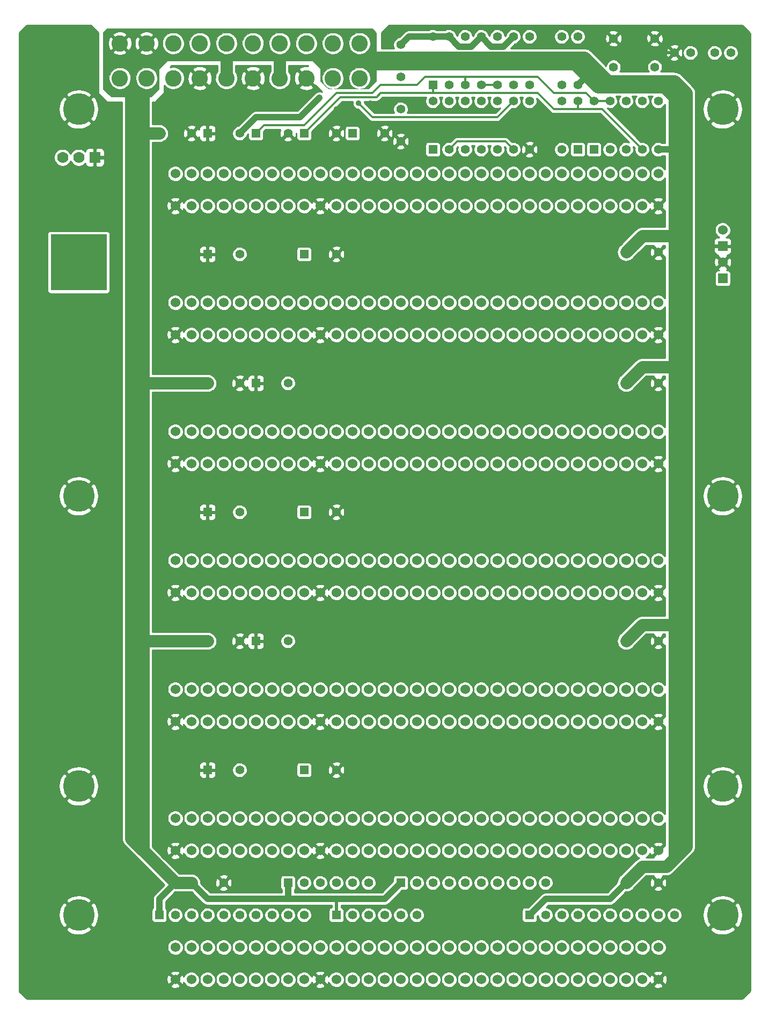
<source format=gbl>
G04 #@! TF.FileFunction,Copper,L2,Bot,Signal*
%FSLAX46Y46*%
G04 Gerber Fmt 4.6, Leading zero omitted, Abs format (unit mm)*
G04 Created by KiCad (PCBNEW 4.0.1-stable) date 12/12/2017 1:59:10 PM*
%MOMM*%
G01*
G04 APERTURE LIST*
%ADD10C,0.150000*%
%ADD11R,1.397000X1.397000*%
%ADD12C,1.397000*%
%ADD13C,1.524000*%
%ADD14C,5.001260*%
%ADD15R,1.524000X1.524000*%
%ADD16C,2.600960*%
%ADD17C,1.399540*%
%ADD18R,1.778000X1.778000*%
%ADD19C,1.778000*%
%ADD20R,8.890000X8.890000*%
%ADD21C,0.889000*%
%ADD22C,1.013460*%
%ADD23C,0.378460*%
%ADD24C,0.505460*%
%ADD25C,1.905000*%
%ADD26C,0.254000*%
%ADD27C,0.025400*%
G04 APERTURE END LIST*
D10*
D11*
X116840000Y-71120000D03*
D12*
X119380000Y-71120000D03*
X121920000Y-71120000D03*
X124460000Y-71120000D03*
X127000000Y-71120000D03*
X129540000Y-71120000D03*
X132080000Y-71120000D03*
X132080000Y-63500000D03*
X129540000Y-63500000D03*
X127000000Y-63500000D03*
X124460000Y-63500000D03*
X121920000Y-63500000D03*
X119380000Y-63500000D03*
X116840000Y-63500000D03*
D13*
X76200000Y-80010000D03*
X78740000Y-80010000D03*
X81280000Y-80010000D03*
X83820000Y-80010000D03*
X86360000Y-80010000D03*
X88900000Y-80010000D03*
X91440000Y-80010000D03*
X93980000Y-80010000D03*
X96520000Y-80010000D03*
X99060000Y-80010000D03*
X101600000Y-80010000D03*
X104140000Y-80010000D03*
X106680000Y-80010000D03*
X109220000Y-80010000D03*
X111760000Y-80010000D03*
X114300000Y-80010000D03*
X116840000Y-80010000D03*
X119380000Y-80010000D03*
X121920000Y-80010000D03*
X124460000Y-80010000D03*
X127000000Y-80010000D03*
X129540000Y-80010000D03*
X132080000Y-80010000D03*
X134620000Y-80010000D03*
X137160000Y-80010000D03*
X139700000Y-80010000D03*
X142240000Y-80010000D03*
X144780000Y-80010000D03*
X147320000Y-80010000D03*
X149860000Y-80010000D03*
X152400000Y-80010000D03*
X76200000Y-74930000D03*
X78740000Y-74930000D03*
X81280000Y-74930000D03*
X83820000Y-74930000D03*
X86360000Y-74930000D03*
X88900000Y-74930000D03*
X91440000Y-74930000D03*
X93980000Y-74930000D03*
X96520000Y-74930000D03*
X99060000Y-74930000D03*
X101600000Y-74930000D03*
X104140000Y-74930000D03*
X106680000Y-74930000D03*
X109220000Y-74930000D03*
X111760000Y-74930000D03*
X114300000Y-74930000D03*
X116840000Y-74930000D03*
X119380000Y-74930000D03*
X121920000Y-74930000D03*
X124460000Y-74930000D03*
X127000000Y-74930000D03*
X129540000Y-74930000D03*
X132080000Y-74930000D03*
X134620000Y-74930000D03*
X137160000Y-74930000D03*
X139700000Y-74930000D03*
X142240000Y-74930000D03*
X144780000Y-74930000D03*
X147320000Y-74930000D03*
X149860000Y-74930000D03*
X152400000Y-74930000D03*
X76200000Y-100330000D03*
X78740000Y-100330000D03*
X81280000Y-100330000D03*
X83820000Y-100330000D03*
X86360000Y-100330000D03*
X88900000Y-100330000D03*
X91440000Y-100330000D03*
X93980000Y-100330000D03*
X96520000Y-100330000D03*
X99060000Y-100330000D03*
X101600000Y-100330000D03*
X104140000Y-100330000D03*
X106680000Y-100330000D03*
X109220000Y-100330000D03*
X111760000Y-100330000D03*
X114300000Y-100330000D03*
X116840000Y-100330000D03*
X119380000Y-100330000D03*
X121920000Y-100330000D03*
X124460000Y-100330000D03*
X127000000Y-100330000D03*
X129540000Y-100330000D03*
X132080000Y-100330000D03*
X134620000Y-100330000D03*
X137160000Y-100330000D03*
X139700000Y-100330000D03*
X142240000Y-100330000D03*
X144780000Y-100330000D03*
X147320000Y-100330000D03*
X149860000Y-100330000D03*
X152400000Y-100330000D03*
X76200000Y-95250000D03*
X78740000Y-95250000D03*
X81280000Y-95250000D03*
X83820000Y-95250000D03*
X86360000Y-95250000D03*
X88900000Y-95250000D03*
X91440000Y-95250000D03*
X93980000Y-95250000D03*
X96520000Y-95250000D03*
X99060000Y-95250000D03*
X101600000Y-95250000D03*
X104140000Y-95250000D03*
X106680000Y-95250000D03*
X109220000Y-95250000D03*
X111760000Y-95250000D03*
X114300000Y-95250000D03*
X116840000Y-95250000D03*
X119380000Y-95250000D03*
X121920000Y-95250000D03*
X124460000Y-95250000D03*
X127000000Y-95250000D03*
X129540000Y-95250000D03*
X132080000Y-95250000D03*
X134620000Y-95250000D03*
X137160000Y-95250000D03*
X139700000Y-95250000D03*
X142240000Y-95250000D03*
X144780000Y-95250000D03*
X147320000Y-95250000D03*
X149860000Y-95250000D03*
X152400000Y-95250000D03*
X76200000Y-120650000D03*
X78740000Y-120650000D03*
X81280000Y-120650000D03*
X83820000Y-120650000D03*
X86360000Y-120650000D03*
X88900000Y-120650000D03*
X91440000Y-120650000D03*
X93980000Y-120650000D03*
X96520000Y-120650000D03*
X99060000Y-120650000D03*
X101600000Y-120650000D03*
X104140000Y-120650000D03*
X106680000Y-120650000D03*
X109220000Y-120650000D03*
X111760000Y-120650000D03*
X114300000Y-120650000D03*
X116840000Y-120650000D03*
X119380000Y-120650000D03*
X121920000Y-120650000D03*
X124460000Y-120650000D03*
X127000000Y-120650000D03*
X129540000Y-120650000D03*
X132080000Y-120650000D03*
X134620000Y-120650000D03*
X137160000Y-120650000D03*
X139700000Y-120650000D03*
X142240000Y-120650000D03*
X144780000Y-120650000D03*
X147320000Y-120650000D03*
X149860000Y-120650000D03*
X152400000Y-120650000D03*
X76200000Y-115570000D03*
X78740000Y-115570000D03*
X81280000Y-115570000D03*
X83820000Y-115570000D03*
X86360000Y-115570000D03*
X88900000Y-115570000D03*
X91440000Y-115570000D03*
X93980000Y-115570000D03*
X96520000Y-115570000D03*
X99060000Y-115570000D03*
X101600000Y-115570000D03*
X104140000Y-115570000D03*
X106680000Y-115570000D03*
X109220000Y-115570000D03*
X111760000Y-115570000D03*
X114300000Y-115570000D03*
X116840000Y-115570000D03*
X119380000Y-115570000D03*
X121920000Y-115570000D03*
X124460000Y-115570000D03*
X127000000Y-115570000D03*
X129540000Y-115570000D03*
X132080000Y-115570000D03*
X134620000Y-115570000D03*
X137160000Y-115570000D03*
X139700000Y-115570000D03*
X142240000Y-115570000D03*
X144780000Y-115570000D03*
X147320000Y-115570000D03*
X149860000Y-115570000D03*
X152400000Y-115570000D03*
X76200000Y-140970000D03*
X78740000Y-140970000D03*
X81280000Y-140970000D03*
X83820000Y-140970000D03*
X86360000Y-140970000D03*
X88900000Y-140970000D03*
X91440000Y-140970000D03*
X93980000Y-140970000D03*
X96520000Y-140970000D03*
X99060000Y-140970000D03*
X101600000Y-140970000D03*
X104140000Y-140970000D03*
X106680000Y-140970000D03*
X109220000Y-140970000D03*
X111760000Y-140970000D03*
X114300000Y-140970000D03*
X116840000Y-140970000D03*
X119380000Y-140970000D03*
X121920000Y-140970000D03*
X124460000Y-140970000D03*
X127000000Y-140970000D03*
X129540000Y-140970000D03*
X132080000Y-140970000D03*
X134620000Y-140970000D03*
X137160000Y-140970000D03*
X139700000Y-140970000D03*
X142240000Y-140970000D03*
X144780000Y-140970000D03*
X147320000Y-140970000D03*
X149860000Y-140970000D03*
X152400000Y-140970000D03*
X76200000Y-135890000D03*
X78740000Y-135890000D03*
X81280000Y-135890000D03*
X83820000Y-135890000D03*
X86360000Y-135890000D03*
X88900000Y-135890000D03*
X91440000Y-135890000D03*
X93980000Y-135890000D03*
X96520000Y-135890000D03*
X99060000Y-135890000D03*
X101600000Y-135890000D03*
X104140000Y-135890000D03*
X106680000Y-135890000D03*
X109220000Y-135890000D03*
X111760000Y-135890000D03*
X114300000Y-135890000D03*
X116840000Y-135890000D03*
X119380000Y-135890000D03*
X121920000Y-135890000D03*
X124460000Y-135890000D03*
X127000000Y-135890000D03*
X129540000Y-135890000D03*
X132080000Y-135890000D03*
X134620000Y-135890000D03*
X137160000Y-135890000D03*
X139700000Y-135890000D03*
X142240000Y-135890000D03*
X144780000Y-135890000D03*
X147320000Y-135890000D03*
X149860000Y-135890000D03*
X152400000Y-135890000D03*
X76200000Y-161290000D03*
X78740000Y-161290000D03*
X81280000Y-161290000D03*
X83820000Y-161290000D03*
X86360000Y-161290000D03*
X88900000Y-161290000D03*
X91440000Y-161290000D03*
X93980000Y-161290000D03*
X96520000Y-161290000D03*
X99060000Y-161290000D03*
X101600000Y-161290000D03*
X104140000Y-161290000D03*
X106680000Y-161290000D03*
X109220000Y-161290000D03*
X111760000Y-161290000D03*
X114300000Y-161290000D03*
X116840000Y-161290000D03*
X119380000Y-161290000D03*
X121920000Y-161290000D03*
X124460000Y-161290000D03*
X127000000Y-161290000D03*
X129540000Y-161290000D03*
X132080000Y-161290000D03*
X134620000Y-161290000D03*
X137160000Y-161290000D03*
X139700000Y-161290000D03*
X142240000Y-161290000D03*
X144780000Y-161290000D03*
X147320000Y-161290000D03*
X149860000Y-161290000D03*
X152400000Y-161290000D03*
X76200000Y-156210000D03*
X78740000Y-156210000D03*
X81280000Y-156210000D03*
X83820000Y-156210000D03*
X86360000Y-156210000D03*
X88900000Y-156210000D03*
X91440000Y-156210000D03*
X93980000Y-156210000D03*
X96520000Y-156210000D03*
X99060000Y-156210000D03*
X101600000Y-156210000D03*
X104140000Y-156210000D03*
X106680000Y-156210000D03*
X109220000Y-156210000D03*
X111760000Y-156210000D03*
X114300000Y-156210000D03*
X116840000Y-156210000D03*
X119380000Y-156210000D03*
X121920000Y-156210000D03*
X124460000Y-156210000D03*
X127000000Y-156210000D03*
X129540000Y-156210000D03*
X132080000Y-156210000D03*
X134620000Y-156210000D03*
X137160000Y-156210000D03*
X139700000Y-156210000D03*
X142240000Y-156210000D03*
X144780000Y-156210000D03*
X147320000Y-156210000D03*
X149860000Y-156210000D03*
X152400000Y-156210000D03*
X76200000Y-181610000D03*
X78740000Y-181610000D03*
X81280000Y-181610000D03*
X83820000Y-181610000D03*
X86360000Y-181610000D03*
X88900000Y-181610000D03*
X91440000Y-181610000D03*
X93980000Y-181610000D03*
X96520000Y-181610000D03*
X99060000Y-181610000D03*
X101600000Y-181610000D03*
X104140000Y-181610000D03*
X106680000Y-181610000D03*
X109220000Y-181610000D03*
X111760000Y-181610000D03*
X114300000Y-181610000D03*
X116840000Y-181610000D03*
X119380000Y-181610000D03*
X121920000Y-181610000D03*
X124460000Y-181610000D03*
X127000000Y-181610000D03*
X129540000Y-181610000D03*
X132080000Y-181610000D03*
X134620000Y-181610000D03*
X137160000Y-181610000D03*
X139700000Y-181610000D03*
X142240000Y-181610000D03*
X144780000Y-181610000D03*
X147320000Y-181610000D03*
X149860000Y-181610000D03*
X152400000Y-181610000D03*
X76200000Y-176530000D03*
X78740000Y-176530000D03*
X81280000Y-176530000D03*
X83820000Y-176530000D03*
X86360000Y-176530000D03*
X88900000Y-176530000D03*
X91440000Y-176530000D03*
X93980000Y-176530000D03*
X96520000Y-176530000D03*
X99060000Y-176530000D03*
X101600000Y-176530000D03*
X104140000Y-176530000D03*
X106680000Y-176530000D03*
X109220000Y-176530000D03*
X111760000Y-176530000D03*
X114300000Y-176530000D03*
X116840000Y-176530000D03*
X119380000Y-176530000D03*
X121920000Y-176530000D03*
X124460000Y-176530000D03*
X127000000Y-176530000D03*
X129540000Y-176530000D03*
X132080000Y-176530000D03*
X134620000Y-176530000D03*
X137160000Y-176530000D03*
X139700000Y-176530000D03*
X142240000Y-176530000D03*
X144780000Y-176530000D03*
X147320000Y-176530000D03*
X149860000Y-176530000D03*
X152400000Y-176530000D03*
D11*
X73660000Y-68580000D03*
D12*
X78740000Y-68580000D03*
D11*
X147320000Y-87312500D03*
D12*
X152400000Y-87312500D03*
D11*
X81280000Y-107950000D03*
D12*
X86360000Y-107950000D03*
D11*
X147320000Y-107950000D03*
D12*
X152400000Y-107950000D03*
D11*
X81280000Y-148590000D03*
D12*
X86360000Y-148590000D03*
D11*
X147320000Y-148590000D03*
D12*
X152400000Y-148590000D03*
D11*
X78740000Y-186690000D03*
D12*
X83820000Y-186690000D03*
D11*
X147320000Y-186690000D03*
D12*
X152400000Y-186690000D03*
D11*
X96520000Y-87630000D03*
D12*
X101600000Y-87630000D03*
D11*
X96520000Y-128270000D03*
D12*
X101600000Y-128270000D03*
D11*
X96520000Y-168910000D03*
D12*
X101600000Y-168910000D03*
D11*
X88900000Y-107950000D03*
D12*
X93980000Y-107950000D03*
D11*
X88900000Y-148590000D03*
D12*
X93980000Y-148590000D03*
D11*
X81280000Y-87630000D03*
D12*
X86360000Y-87630000D03*
D11*
X81280000Y-128270000D03*
D12*
X86360000Y-128270000D03*
D11*
X81280000Y-168910000D03*
D12*
X86360000Y-168910000D03*
D11*
X104140000Y-68580000D03*
D12*
X109220000Y-68580000D03*
D11*
X88900000Y-68580000D03*
D12*
X93980000Y-68580000D03*
D11*
X96520000Y-68580000D03*
D12*
X101600000Y-68580000D03*
X157480000Y-55880000D03*
X154940000Y-55880000D03*
X163830000Y-55880000D03*
X161290000Y-55880000D03*
X139700000Y-63500000D03*
D11*
X139700000Y-71120000D03*
D12*
X142240000Y-63500000D03*
D11*
X142240000Y-71120000D03*
D14*
X60960000Y-171450000D03*
X60960000Y-125730000D03*
X162560000Y-64770000D03*
X162560000Y-191770000D03*
X162560000Y-171450000D03*
X162560000Y-125730000D03*
X60960000Y-191770000D03*
X60960000Y-64770000D03*
D15*
X162560000Y-86360000D03*
D13*
X162560000Y-83820000D03*
D16*
X88460580Y-59900820D03*
X84259420Y-59900820D03*
X80060800Y-59900820D03*
X75859640Y-59900820D03*
X71661020Y-59900820D03*
X67459860Y-59900820D03*
X105260140Y-54399180D03*
X101058980Y-54399180D03*
X96860360Y-54399180D03*
X92659200Y-54399180D03*
X88460580Y-54399180D03*
X84259420Y-54399180D03*
X80060800Y-54399180D03*
X75859640Y-54399180D03*
X71661020Y-54399180D03*
X67459860Y-54399180D03*
X92659200Y-59900820D03*
X96860360Y-59900820D03*
X101058980Y-59900820D03*
X105260140Y-59900820D03*
D12*
X147320000Y-71120000D03*
X147320000Y-63500000D03*
X144780000Y-71120000D03*
X144780000Y-63500000D03*
X137160000Y-71120000D03*
X137160000Y-63500000D03*
X149860000Y-71120000D03*
X149860000Y-63500000D03*
X137160000Y-53340000D03*
X137160000Y-60960000D03*
X139700000Y-53340000D03*
X139700000Y-60960000D03*
X152400000Y-63500000D03*
X152400000Y-71120000D03*
D11*
X132080000Y-191770000D03*
D12*
X134620000Y-191770000D03*
X137160000Y-191770000D03*
X139700000Y-191770000D03*
X142240000Y-191770000D03*
X144780000Y-191770000D03*
X147320000Y-191770000D03*
X149860000Y-191770000D03*
X152400000Y-191770000D03*
X154940000Y-191770000D03*
D11*
X111760000Y-186690000D03*
D12*
X114300000Y-186690000D03*
X116840000Y-186690000D03*
X119380000Y-186690000D03*
X121920000Y-186690000D03*
X124460000Y-186690000D03*
X127000000Y-186690000D03*
X129540000Y-186690000D03*
X132080000Y-186690000D03*
X134620000Y-186690000D03*
D11*
X73660000Y-191770000D03*
D12*
X76200000Y-191770000D03*
X78740000Y-191770000D03*
X81280000Y-191770000D03*
X83820000Y-191770000D03*
X86360000Y-191770000D03*
X88900000Y-191770000D03*
X91440000Y-191770000D03*
X93980000Y-191770000D03*
X96520000Y-191770000D03*
D17*
X151841200Y-53629560D03*
X151841200Y-58130440D03*
X145338800Y-53629560D03*
X145338800Y-58130440D03*
D13*
X76200000Y-201930000D03*
X78740000Y-201930000D03*
X81280000Y-201930000D03*
X83820000Y-201930000D03*
X86360000Y-201930000D03*
X88900000Y-201930000D03*
X91440000Y-201930000D03*
X93980000Y-201930000D03*
X96520000Y-201930000D03*
X99060000Y-201930000D03*
X101600000Y-201930000D03*
X104140000Y-201930000D03*
X106680000Y-201930000D03*
X109220000Y-201930000D03*
X111760000Y-201930000D03*
X114300000Y-201930000D03*
X116840000Y-201930000D03*
X119380000Y-201930000D03*
X121920000Y-201930000D03*
X124460000Y-201930000D03*
X127000000Y-201930000D03*
X129540000Y-201930000D03*
X132080000Y-201930000D03*
X134620000Y-201930000D03*
X137160000Y-201930000D03*
X139700000Y-201930000D03*
X142240000Y-201930000D03*
X144780000Y-201930000D03*
X147320000Y-201930000D03*
X149860000Y-201930000D03*
X152400000Y-201930000D03*
X76200000Y-196850000D03*
X78740000Y-196850000D03*
X81280000Y-196850000D03*
X83820000Y-196850000D03*
X86360000Y-196850000D03*
X88900000Y-196850000D03*
X91440000Y-196850000D03*
X93980000Y-196850000D03*
X96520000Y-196850000D03*
X99060000Y-196850000D03*
X101600000Y-196850000D03*
X104140000Y-196850000D03*
X106680000Y-196850000D03*
X109220000Y-196850000D03*
X111760000Y-196850000D03*
X114300000Y-196850000D03*
X116840000Y-196850000D03*
X119380000Y-196850000D03*
X121920000Y-196850000D03*
X124460000Y-196850000D03*
X127000000Y-196850000D03*
X129540000Y-196850000D03*
X132080000Y-196850000D03*
X134620000Y-196850000D03*
X137160000Y-196850000D03*
X139700000Y-196850000D03*
X142240000Y-196850000D03*
X144780000Y-196850000D03*
X147320000Y-196850000D03*
X149860000Y-196850000D03*
X152400000Y-196850000D03*
D15*
X162560000Y-91440000D03*
D13*
X162560000Y-88900000D03*
D11*
X101600000Y-191770000D03*
D12*
X104140000Y-191770000D03*
X106680000Y-191770000D03*
X109220000Y-191770000D03*
X111760000Y-191770000D03*
X114300000Y-191770000D03*
D11*
X93980000Y-186690000D03*
D12*
X96520000Y-186690000D03*
X99060000Y-186690000D03*
X101600000Y-186690000D03*
X104140000Y-186690000D03*
X106680000Y-186690000D03*
D11*
X116840000Y-60960000D03*
D12*
X119380000Y-60960000D03*
X121920000Y-60960000D03*
X124460000Y-60960000D03*
X127000000Y-60960000D03*
X129540000Y-60960000D03*
X132080000Y-60960000D03*
X132080000Y-53340000D03*
X129540000Y-53340000D03*
X127000000Y-53340000D03*
X124460000Y-53340000D03*
X121920000Y-53340000D03*
X119380000Y-53340000D03*
X116840000Y-53340000D03*
X111760000Y-64770000D03*
X111760000Y-69850000D03*
D11*
X81280000Y-68580000D03*
D12*
X86360000Y-68580000D03*
X111760000Y-54610000D03*
X111760000Y-59690000D03*
D18*
X63500000Y-72390000D03*
D19*
X60960000Y-72390000D03*
X58420000Y-72390000D03*
D20*
X60960000Y-88900000D03*
D21*
X98958400Y-62966600D03*
X105092500Y-63817500D03*
X106997500Y-63817500D03*
X108585000Y-63817500D03*
X104140000Y-64770000D03*
X101600000Y-64770000D03*
D22*
X98958400Y-62966600D02*
X95885000Y-66040000D01*
X88900000Y-66040000D02*
X95885000Y-66040000D01*
X86360000Y-68580000D02*
X88900000Y-66040000D01*
D23*
X107315000Y-66040000D02*
X105092500Y-63817500D01*
X127000000Y-66040000D02*
X107315000Y-66040000D01*
X129540000Y-63500000D02*
X127000000Y-66040000D01*
D24*
X106997500Y-63817500D02*
X108585000Y-63817500D01*
X101600000Y-64770000D02*
X104140000Y-64770000D01*
X81280000Y-68580000D02*
X81280000Y-61120020D01*
X81280000Y-61120020D02*
X80060800Y-59900820D01*
X109220000Y-68580000D02*
X106680000Y-71120000D01*
X101600000Y-68580000D02*
X99060000Y-71120000D01*
X93980000Y-68580000D02*
X91440000Y-71120000D01*
X81280000Y-68580000D02*
X81280000Y-71120000D01*
X111760000Y-69850000D02*
X110490000Y-71120000D01*
X110490000Y-71120000D02*
X106680000Y-71120000D01*
X106680000Y-71120000D02*
X99060000Y-71120000D01*
X99060000Y-71120000D02*
X91440000Y-71120000D01*
X91440000Y-71120000D02*
X81280000Y-71120000D01*
X81280000Y-71120000D02*
X78740000Y-68580000D01*
X63500000Y-72390000D02*
X66040000Y-72390000D01*
X60960000Y-191770000D02*
X69215000Y-200025000D01*
X69215000Y-200025000D02*
X74295000Y-200025000D01*
X74295000Y-200025000D02*
X76200000Y-201930000D01*
X60960000Y-171450000D02*
X66040000Y-176530000D01*
X66040000Y-176530000D02*
X66040000Y-186690000D01*
X66040000Y-186690000D02*
X60960000Y-191770000D01*
X60960000Y-125730000D02*
X66040000Y-130810000D01*
X66040000Y-130810000D02*
X66040000Y-166370000D01*
X66040000Y-166370000D02*
X60960000Y-171450000D01*
X60960000Y-64770000D02*
X66040000Y-69850000D01*
X66040000Y-69850000D02*
X66040000Y-72390000D01*
X66040000Y-72390000D02*
X66040000Y-120650000D01*
X66040000Y-120650000D02*
X60960000Y-125730000D01*
X111760000Y-69850000D02*
X113030000Y-68580000D01*
X113030000Y-68580000D02*
X129540000Y-68580000D01*
X129540000Y-68580000D02*
X132080000Y-71120000D01*
X162560000Y-88900000D02*
X160020000Y-86360000D01*
X162560000Y-86360000D02*
X160020000Y-86360000D01*
X160020000Y-86360000D02*
X158750000Y-86360000D01*
X152400000Y-201930000D02*
X162560000Y-191770000D01*
X162560000Y-171450000D02*
X158750000Y-175260000D01*
X158750000Y-175260000D02*
X158750000Y-187960000D01*
X158750000Y-187960000D02*
X162560000Y-191770000D01*
X162560000Y-125730000D02*
X158750000Y-129540000D01*
X158750000Y-129540000D02*
X158750000Y-167640000D01*
X158750000Y-167640000D02*
X162560000Y-171450000D01*
X162560000Y-64770000D02*
X158750000Y-68580000D01*
X158750000Y-68580000D02*
X158750000Y-86360000D01*
X158750000Y-86360000D02*
X158750000Y-121920000D01*
X158750000Y-121920000D02*
X162560000Y-125730000D01*
X151841200Y-53629560D02*
X149590760Y-55880000D01*
X149590760Y-55880000D02*
X149860000Y-55880000D01*
X154940000Y-55880000D02*
X149860000Y-55880000D01*
X149860000Y-55880000D02*
X147589240Y-55880000D01*
X147589240Y-55880000D02*
X145338800Y-53629560D01*
X162560000Y-64770000D02*
X158750000Y-60960000D01*
X158750000Y-60960000D02*
X158750000Y-59690000D01*
X158750000Y-59690000D02*
X154940000Y-55880000D01*
X99060000Y-161290000D02*
X100330000Y-162560000D01*
X100330000Y-167640000D02*
X101600000Y-168910000D01*
X100330000Y-162560000D02*
X100330000Y-167640000D01*
X81280000Y-168910000D02*
X81280000Y-166370000D01*
X81280000Y-166370000D02*
X76200000Y-161290000D01*
X84455000Y-146685000D02*
X88900000Y-146685000D01*
X88900000Y-146685000D02*
X88900000Y-148590000D01*
X84455000Y-106045000D02*
X88900000Y-106045000D01*
X88900000Y-106045000D02*
X88900000Y-107950000D01*
X81915000Y-106045000D02*
X84455000Y-106045000D01*
X84455000Y-106045000D02*
X86360000Y-107950000D01*
X86360000Y-107950000D02*
X86042500Y-107950000D01*
X81915000Y-106045000D02*
X76200000Y-100330000D01*
X99060000Y-120650000D02*
X100330000Y-121920000D01*
X100330000Y-127000000D02*
X101600000Y-128270000D01*
X100330000Y-121920000D02*
X100330000Y-127000000D01*
X81280000Y-128270000D02*
X81280000Y-125730000D01*
X81280000Y-125730000D02*
X76200000Y-120650000D01*
X99060000Y-80010000D02*
X100330000Y-81280000D01*
X100330000Y-81280000D02*
X100330000Y-86360000D01*
X100330000Y-86360000D02*
X101600000Y-87630000D01*
X76200000Y-80010000D02*
X81280000Y-85090000D01*
X81280000Y-85090000D02*
X81280000Y-87630000D01*
X99060000Y-161290000D02*
X100965000Y-159385000D01*
X76200000Y-161290000D02*
X78105000Y-159385000D01*
X78105000Y-159385000D02*
X100965000Y-159385000D01*
X100965000Y-159385000D02*
X150495000Y-159385000D01*
X150495000Y-159385000D02*
X152400000Y-161290000D01*
X99060000Y-80010000D02*
X100965000Y-78105000D01*
X76200000Y-80010000D02*
X78105000Y-78105000D01*
X78105000Y-78105000D02*
X100965000Y-78105000D01*
X100965000Y-78105000D02*
X150495000Y-78105000D01*
X150495000Y-78105000D02*
X152400000Y-80010000D01*
X99060000Y-100330000D02*
X100965000Y-98425000D01*
X100965000Y-98425000D02*
X100330000Y-98425000D01*
X76200000Y-100330000D02*
X78105000Y-98425000D01*
X78105000Y-98425000D02*
X100330000Y-98425000D01*
X100330000Y-98425000D02*
X150495000Y-98425000D01*
X150495000Y-98425000D02*
X152400000Y-100330000D01*
X99060000Y-120650000D02*
X100965000Y-118745000D01*
X76200000Y-120650000D02*
X78105000Y-118745000D01*
X78105000Y-118745000D02*
X100965000Y-118745000D01*
X100965000Y-118745000D02*
X150495000Y-118745000D01*
X150495000Y-118745000D02*
X152400000Y-120650000D01*
X99060000Y-140970000D02*
X100965000Y-139065000D01*
X76200000Y-140970000D02*
X78105000Y-139065000D01*
X78105000Y-139065000D02*
X100965000Y-139065000D01*
X100965000Y-139065000D02*
X150495000Y-139065000D01*
X150495000Y-139065000D02*
X152400000Y-140970000D01*
X86360000Y-148590000D02*
X84455000Y-146685000D01*
X84455000Y-146685000D02*
X81915000Y-146685000D01*
X81915000Y-146685000D02*
X76200000Y-140970000D01*
X76200000Y-181610000D02*
X79375000Y-184785000D01*
X79375000Y-184785000D02*
X81915000Y-184785000D01*
X81915000Y-184785000D02*
X83820000Y-186690000D01*
X99060000Y-181610000D02*
X100965000Y-179705000D01*
X76200000Y-181610000D02*
X78105000Y-179705000D01*
X78105000Y-179705000D02*
X100965000Y-179705000D01*
X100965000Y-179705000D02*
X150495000Y-179705000D01*
X150495000Y-179705000D02*
X152400000Y-181610000D01*
X100965000Y-200025000D02*
X78105000Y-200025000D01*
X78105000Y-200025000D02*
X76200000Y-201930000D01*
X152400000Y-201930000D02*
X150495000Y-200025000D01*
X100965000Y-200025000D02*
X99060000Y-201930000D01*
X150495000Y-200025000D02*
X100965000Y-200025000D01*
D22*
X124460000Y-53340000D02*
X126048768Y-54928768D01*
X126048768Y-54928768D02*
X127951232Y-54928768D01*
X127951232Y-54928768D02*
X129540000Y-53340000D01*
X119380000Y-53340000D02*
X120967500Y-54927500D01*
X120967500Y-54927500D02*
X122872500Y-54927500D01*
X122872500Y-54927500D02*
X124460000Y-53340000D01*
X116840000Y-53340000D02*
X119380000Y-53340000D01*
X111760000Y-54610000D02*
X113030000Y-53340000D01*
X113030000Y-53340000D02*
X116840000Y-53340000D01*
X152400000Y-71120000D02*
X154940000Y-71120000D01*
D24*
X92659200Y-57073800D02*
X93218000Y-56515000D01*
X93218000Y-56515000D02*
X106362500Y-56515000D01*
X106362500Y-56515000D02*
X106997500Y-57150000D01*
X84259420Y-57081420D02*
X84825840Y-56515000D01*
X84825840Y-56515000D02*
X92100400Y-56515000D01*
X92100400Y-56515000D02*
X92659200Y-57073800D01*
X70347840Y-57287160D02*
X71120000Y-56515000D01*
X71120000Y-56515000D02*
X83693000Y-56515000D01*
X83693000Y-56515000D02*
X84259420Y-57081420D01*
X69532500Y-58102500D02*
X70347840Y-57287160D01*
X71661020Y-54399180D02*
X71648320Y-54399180D01*
X71648320Y-54399180D02*
X69554090Y-56493410D01*
D25*
X84259420Y-59900820D02*
X84259420Y-57081420D01*
X84259420Y-57081420D02*
X84251800Y-57073800D01*
X92659200Y-59900820D02*
X92659200Y-57073800D01*
X84259420Y-59900820D02*
X84137500Y-59778900D01*
D24*
X67459860Y-54399180D02*
X69554090Y-56493410D01*
X69554090Y-56493410D02*
X70347840Y-57287160D01*
D25*
X73660000Y-68580000D02*
X71120000Y-68580000D01*
X71120000Y-68580000D02*
X71755000Y-68580000D01*
X71755000Y-68580000D02*
X71120000Y-68580000D01*
X71120000Y-107950000D02*
X71120000Y-68580000D01*
X71120000Y-68580000D02*
X71120000Y-62865000D01*
X154940000Y-62865000D02*
X154940000Y-71120000D01*
X154940000Y-71120000D02*
X154940000Y-84772500D01*
D22*
X139700000Y-60960000D02*
X141128750Y-59531250D01*
D24*
X141128750Y-59531250D02*
X141446250Y-59531250D01*
X141446250Y-59531250D02*
X141605000Y-59690000D01*
X141605000Y-59690000D02*
X141605000Y-60007500D01*
D25*
X140779500Y-56642000D02*
X107505500Y-56642000D01*
X107505500Y-56642000D02*
X106997500Y-57150000D01*
X142875000Y-61277500D02*
X141605000Y-60007500D01*
X141605000Y-60007500D02*
X139255500Y-57658000D01*
X139255500Y-57658000D02*
X107505500Y-57658000D01*
X107505500Y-57658000D02*
X106997500Y-57150000D01*
D24*
X69215000Y-62865000D02*
X69532500Y-62547500D01*
X69532500Y-62547500D02*
X69532500Y-58102500D01*
X106997500Y-57150000D02*
X106362500Y-57150000D01*
D25*
X69215000Y-179705000D02*
X69215000Y-62865000D01*
X143192500Y-61277500D02*
X142875000Y-61277500D01*
X153352500Y-61277500D02*
X143192500Y-61277500D01*
D22*
X73660000Y-191770000D02*
X73660000Y-189230000D01*
X73660000Y-189230000D02*
X76200000Y-186690000D01*
D25*
X147320000Y-87312500D02*
X149860000Y-84772500D01*
D22*
X132080000Y-191770000D02*
X134620000Y-189230000D01*
X144780000Y-189230000D02*
X147320000Y-186690000D01*
X134620000Y-189230000D02*
X144780000Y-189230000D01*
X93980000Y-186690000D02*
X93980000Y-189230000D01*
D24*
X101600000Y-191770000D02*
X101600000Y-189230000D01*
D22*
X78740000Y-186690000D02*
X81280000Y-189230000D01*
X81280000Y-189230000D02*
X93980000Y-189230000D01*
X109220000Y-189230000D02*
X111760000Y-186690000D01*
X93980000Y-189230000D02*
X101600000Y-189230000D01*
X101600000Y-189230000D02*
X109220000Y-189230000D01*
D25*
X81280000Y-107950000D02*
X71120000Y-107950000D01*
X71120000Y-107950000D02*
X71755000Y-107950000D01*
X71755000Y-107950000D02*
X71120000Y-107950000D01*
X81280000Y-148590000D02*
X71120000Y-148590000D01*
X71120000Y-148590000D02*
X71755000Y-148590000D01*
X71755000Y-148590000D02*
X71120000Y-148590000D01*
X147320000Y-107950000D02*
X149860000Y-105410000D01*
X149860000Y-105410000D02*
X154940000Y-105410000D01*
X147320000Y-148590000D02*
X149860000Y-146050000D01*
X149860000Y-146050000D02*
X154940000Y-146050000D01*
X154940000Y-182880000D02*
X154940000Y-146050000D01*
X154940000Y-146050000D02*
X154940000Y-105410000D01*
X149860000Y-184150000D02*
X147320000Y-186690000D01*
X78740000Y-186690000D02*
X76200000Y-186690000D01*
X76200000Y-186690000D02*
X69215000Y-179705000D01*
X76200000Y-186690000D02*
X71120000Y-181610000D01*
X71120000Y-181610000D02*
X71120000Y-148590000D01*
X71120000Y-148590000D02*
X71120000Y-107950000D01*
X78740000Y-186690000D02*
X76200000Y-186690000D01*
X144462500Y-60325000D02*
X140779500Y-56642000D01*
X154940000Y-62865000D02*
X153352500Y-61277500D01*
X144462500Y-60325000D02*
X154940000Y-60325000D01*
X149860000Y-84772500D02*
X154940000Y-84772500D01*
X149860000Y-184150000D02*
X153670000Y-184150000D01*
X153670000Y-184150000D02*
X154940000Y-182880000D01*
X154940000Y-105410000D02*
X154940000Y-84772500D01*
X153670000Y-184150000D02*
X149860000Y-184150000D01*
X156845000Y-62230000D02*
X156845000Y-180975000D01*
X154940000Y-62865000D02*
X156210000Y-62865000D01*
X156210000Y-62865000D02*
X156845000Y-62230000D01*
X154940000Y-60325000D02*
X156845000Y-62230000D01*
X156845000Y-180975000D02*
X153670000Y-184150000D01*
D23*
X119380000Y-71120000D02*
X120650000Y-69850000D01*
X120650000Y-69850000D02*
X128270000Y-69850000D01*
X128270000Y-69850000D02*
X129540000Y-71120000D01*
X124460000Y-60960000D02*
X127000000Y-60960000D01*
X107950000Y-62865000D02*
X102235000Y-62865000D01*
X102235000Y-62865000D02*
X96520000Y-68580000D01*
X116840000Y-62230000D02*
X108585000Y-62230000D01*
X108585000Y-62230000D02*
X107950000Y-62865000D01*
X96520000Y-68580000D02*
X96520000Y-68577462D01*
X96520000Y-68577462D02*
X101597462Y-63500000D01*
X101597462Y-63500000D02*
X101597462Y-63497462D01*
X101597462Y-63497462D02*
X101597462Y-63500000D01*
X133350000Y-62230000D02*
X135890000Y-64770000D01*
X135890000Y-64770000D02*
X139700000Y-64770000D01*
X139700000Y-64770000D02*
X143510000Y-64770000D01*
X143510000Y-64770000D02*
X149860000Y-71120000D01*
X139700000Y-63500000D02*
X139700000Y-64770000D01*
X116840000Y-62230000D02*
X133350000Y-62230000D01*
X116840000Y-60960000D02*
X116840000Y-62230000D01*
X107316269Y-62231269D02*
X101598731Y-62231269D01*
X101598731Y-62231269D02*
X96520000Y-67310000D01*
X90170000Y-67310000D02*
X96520000Y-67310000D01*
X114300000Y-60960000D02*
X108587538Y-60960000D01*
X108587538Y-60960000D02*
X107316269Y-62231269D01*
X88900000Y-68580000D02*
X90170000Y-67310000D01*
X142240000Y-63500000D02*
X144780000Y-63500000D01*
X133350000Y-59690000D02*
X135890000Y-62230000D01*
X135890000Y-62230000D02*
X140970000Y-62230000D01*
X140970000Y-62230000D02*
X142240000Y-63500000D01*
X121920000Y-60960000D02*
X121920000Y-59690000D01*
X115570000Y-59690000D02*
X121920000Y-59690000D01*
X121920000Y-59690000D02*
X133350000Y-59690000D01*
X114300000Y-60960000D02*
X115570000Y-59690000D01*
D26*
G36*
X64008000Y-52757606D02*
X64008000Y-62230000D01*
X64013028Y-62265381D01*
X64027714Y-62297961D01*
X64045197Y-62319803D01*
X65315197Y-63589803D01*
X65343771Y-63611266D01*
X65377193Y-63623918D01*
X65405000Y-63627000D01*
X67757040Y-63627000D01*
X67757040Y-179705000D01*
X67770183Y-179839040D01*
X67781920Y-179973194D01*
X67784059Y-179980556D01*
X67784807Y-179988186D01*
X67823719Y-180117069D01*
X67861304Y-180246439D01*
X67864834Y-180253250D01*
X67867049Y-180260585D01*
X67930265Y-180379477D01*
X67992252Y-180499062D01*
X67997034Y-180505052D01*
X68000634Y-180511823D01*
X68085756Y-180616193D01*
X68169773Y-180721439D01*
X68180294Y-180732107D01*
X68180474Y-180732328D01*
X68180679Y-180732498D01*
X68184067Y-180735933D01*
X74453340Y-187005207D01*
X72944274Y-188514274D01*
X72884951Y-188586495D01*
X72824828Y-188658146D01*
X72822263Y-188662812D01*
X72818886Y-188666923D01*
X72774732Y-188749270D01*
X72729660Y-188831256D01*
X72728049Y-188836334D01*
X72725536Y-188841021D01*
X72698202Y-188930426D01*
X72669929Y-189019554D01*
X72669336Y-189024840D01*
X72667779Y-189029933D01*
X72658325Y-189123005D01*
X72647909Y-189215868D01*
X72647836Y-189226269D01*
X72647816Y-189226467D01*
X72647833Y-189226652D01*
X72647810Y-189230000D01*
X72647810Y-190675996D01*
X72625143Y-190690932D01*
X72532436Y-190799706D01*
X72473703Y-190930001D01*
X72453595Y-191071500D01*
X72453595Y-192468500D01*
X72460014Y-192548993D01*
X72502293Y-192685517D01*
X72580932Y-192804857D01*
X72689706Y-192897564D01*
X72820001Y-192956297D01*
X72961500Y-192976405D01*
X74358500Y-192976405D01*
X74438993Y-192969986D01*
X74575517Y-192927707D01*
X74694857Y-192849068D01*
X74787564Y-192740294D01*
X74846297Y-192609999D01*
X74866405Y-192468500D01*
X74866405Y-191871232D01*
X74994458Y-191871232D01*
X75037080Y-192103462D01*
X75123997Y-192322990D01*
X75251899Y-192521455D01*
X75415914Y-192691298D01*
X75609795Y-192826048D01*
X75826156Y-192920574D01*
X76056757Y-192971275D01*
X76292814Y-192976219D01*
X76525335Y-192935220D01*
X76745465Y-192849837D01*
X76944818Y-192723324D01*
X77115801Y-192560498D01*
X77251902Y-192367563D01*
X77347936Y-192151867D01*
X77400245Y-191921626D01*
X77400948Y-191871232D01*
X77534458Y-191871232D01*
X77577080Y-192103462D01*
X77663997Y-192322990D01*
X77791899Y-192521455D01*
X77955914Y-192691298D01*
X78149795Y-192826048D01*
X78366156Y-192920574D01*
X78596757Y-192971275D01*
X78832814Y-192976219D01*
X79065335Y-192935220D01*
X79285465Y-192849837D01*
X79484818Y-192723324D01*
X79655801Y-192560498D01*
X79791902Y-192367563D01*
X79887936Y-192151867D01*
X79940245Y-191921626D01*
X79940948Y-191871232D01*
X80074458Y-191871232D01*
X80117080Y-192103462D01*
X80203997Y-192322990D01*
X80331899Y-192521455D01*
X80495914Y-192691298D01*
X80689795Y-192826048D01*
X80906156Y-192920574D01*
X81136757Y-192971275D01*
X81372814Y-192976219D01*
X81605335Y-192935220D01*
X81825465Y-192849837D01*
X82024818Y-192723324D01*
X82195801Y-192560498D01*
X82331902Y-192367563D01*
X82427936Y-192151867D01*
X82480245Y-191921626D01*
X82480948Y-191871232D01*
X82614458Y-191871232D01*
X82657080Y-192103462D01*
X82743997Y-192322990D01*
X82871899Y-192521455D01*
X83035914Y-192691298D01*
X83229795Y-192826048D01*
X83446156Y-192920574D01*
X83676757Y-192971275D01*
X83912814Y-192976219D01*
X84145335Y-192935220D01*
X84365465Y-192849837D01*
X84564818Y-192723324D01*
X84735801Y-192560498D01*
X84871902Y-192367563D01*
X84967936Y-192151867D01*
X85020245Y-191921626D01*
X85020948Y-191871232D01*
X85154458Y-191871232D01*
X85197080Y-192103462D01*
X85283997Y-192322990D01*
X85411899Y-192521455D01*
X85575914Y-192691298D01*
X85769795Y-192826048D01*
X85986156Y-192920574D01*
X86216757Y-192971275D01*
X86452814Y-192976219D01*
X86685335Y-192935220D01*
X86905465Y-192849837D01*
X87104818Y-192723324D01*
X87275801Y-192560498D01*
X87411902Y-192367563D01*
X87507936Y-192151867D01*
X87560245Y-191921626D01*
X87560948Y-191871232D01*
X87694458Y-191871232D01*
X87737080Y-192103462D01*
X87823997Y-192322990D01*
X87951899Y-192521455D01*
X88115914Y-192691298D01*
X88309795Y-192826048D01*
X88526156Y-192920574D01*
X88756757Y-192971275D01*
X88992814Y-192976219D01*
X89225335Y-192935220D01*
X89445465Y-192849837D01*
X89644818Y-192723324D01*
X89815801Y-192560498D01*
X89951902Y-192367563D01*
X90047936Y-192151867D01*
X90100245Y-191921626D01*
X90100948Y-191871232D01*
X90234458Y-191871232D01*
X90277080Y-192103462D01*
X90363997Y-192322990D01*
X90491899Y-192521455D01*
X90655914Y-192691298D01*
X90849795Y-192826048D01*
X91066156Y-192920574D01*
X91296757Y-192971275D01*
X91532814Y-192976219D01*
X91765335Y-192935220D01*
X91985465Y-192849837D01*
X92184818Y-192723324D01*
X92355801Y-192560498D01*
X92491902Y-192367563D01*
X92587936Y-192151867D01*
X92640245Y-191921626D01*
X92640948Y-191871232D01*
X92774458Y-191871232D01*
X92817080Y-192103462D01*
X92903997Y-192322990D01*
X93031899Y-192521455D01*
X93195914Y-192691298D01*
X93389795Y-192826048D01*
X93606156Y-192920574D01*
X93836757Y-192971275D01*
X94072814Y-192976219D01*
X94305335Y-192935220D01*
X94525465Y-192849837D01*
X94724818Y-192723324D01*
X94895801Y-192560498D01*
X95031902Y-192367563D01*
X95127936Y-192151867D01*
X95180245Y-191921626D01*
X95180948Y-191871232D01*
X95314458Y-191871232D01*
X95357080Y-192103462D01*
X95443997Y-192322990D01*
X95571899Y-192521455D01*
X95735914Y-192691298D01*
X95929795Y-192826048D01*
X96146156Y-192920574D01*
X96376757Y-192971275D01*
X96612814Y-192976219D01*
X96845335Y-192935220D01*
X97065465Y-192849837D01*
X97264818Y-192723324D01*
X97435801Y-192560498D01*
X97571902Y-192367563D01*
X97667936Y-192151867D01*
X97720245Y-191921626D01*
X97724011Y-191651946D01*
X97678151Y-191420334D01*
X97588177Y-191202040D01*
X97457516Y-191005380D01*
X97291146Y-190837845D01*
X97095403Y-190705814D01*
X96877743Y-190614319D01*
X96646457Y-190566842D01*
X96410354Y-190565194D01*
X96178428Y-190609436D01*
X95959511Y-190697884D01*
X95761944Y-190827169D01*
X95593251Y-190992365D01*
X95459857Y-191187182D01*
X95366844Y-191404197D01*
X95317754Y-191635147D01*
X95314458Y-191871232D01*
X95180948Y-191871232D01*
X95184011Y-191651946D01*
X95138151Y-191420334D01*
X95048177Y-191202040D01*
X94917516Y-191005380D01*
X94751146Y-190837845D01*
X94555403Y-190705814D01*
X94337743Y-190614319D01*
X94106457Y-190566842D01*
X93870354Y-190565194D01*
X93638428Y-190609436D01*
X93419511Y-190697884D01*
X93221944Y-190827169D01*
X93053251Y-190992365D01*
X92919857Y-191187182D01*
X92826844Y-191404197D01*
X92777754Y-191635147D01*
X92774458Y-191871232D01*
X92640948Y-191871232D01*
X92644011Y-191651946D01*
X92598151Y-191420334D01*
X92508177Y-191202040D01*
X92377516Y-191005380D01*
X92211146Y-190837845D01*
X92015403Y-190705814D01*
X91797743Y-190614319D01*
X91566457Y-190566842D01*
X91330354Y-190565194D01*
X91098428Y-190609436D01*
X90879511Y-190697884D01*
X90681944Y-190827169D01*
X90513251Y-190992365D01*
X90379857Y-191187182D01*
X90286844Y-191404197D01*
X90237754Y-191635147D01*
X90234458Y-191871232D01*
X90100948Y-191871232D01*
X90104011Y-191651946D01*
X90058151Y-191420334D01*
X89968177Y-191202040D01*
X89837516Y-191005380D01*
X89671146Y-190837845D01*
X89475403Y-190705814D01*
X89257743Y-190614319D01*
X89026457Y-190566842D01*
X88790354Y-190565194D01*
X88558428Y-190609436D01*
X88339511Y-190697884D01*
X88141944Y-190827169D01*
X87973251Y-190992365D01*
X87839857Y-191187182D01*
X87746844Y-191404197D01*
X87697754Y-191635147D01*
X87694458Y-191871232D01*
X87560948Y-191871232D01*
X87564011Y-191651946D01*
X87518151Y-191420334D01*
X87428177Y-191202040D01*
X87297516Y-191005380D01*
X87131146Y-190837845D01*
X86935403Y-190705814D01*
X86717743Y-190614319D01*
X86486457Y-190566842D01*
X86250354Y-190565194D01*
X86018428Y-190609436D01*
X85799511Y-190697884D01*
X85601944Y-190827169D01*
X85433251Y-190992365D01*
X85299857Y-191187182D01*
X85206844Y-191404197D01*
X85157754Y-191635147D01*
X85154458Y-191871232D01*
X85020948Y-191871232D01*
X85024011Y-191651946D01*
X84978151Y-191420334D01*
X84888177Y-191202040D01*
X84757516Y-191005380D01*
X84591146Y-190837845D01*
X84395403Y-190705814D01*
X84177743Y-190614319D01*
X83946457Y-190566842D01*
X83710354Y-190565194D01*
X83478428Y-190609436D01*
X83259511Y-190697884D01*
X83061944Y-190827169D01*
X82893251Y-190992365D01*
X82759857Y-191187182D01*
X82666844Y-191404197D01*
X82617754Y-191635147D01*
X82614458Y-191871232D01*
X82480948Y-191871232D01*
X82484011Y-191651946D01*
X82438151Y-191420334D01*
X82348177Y-191202040D01*
X82217516Y-191005380D01*
X82051146Y-190837845D01*
X81855403Y-190705814D01*
X81637743Y-190614319D01*
X81406457Y-190566842D01*
X81170354Y-190565194D01*
X80938428Y-190609436D01*
X80719511Y-190697884D01*
X80521944Y-190827169D01*
X80353251Y-190992365D01*
X80219857Y-191187182D01*
X80126844Y-191404197D01*
X80077754Y-191635147D01*
X80074458Y-191871232D01*
X79940948Y-191871232D01*
X79944011Y-191651946D01*
X79898151Y-191420334D01*
X79808177Y-191202040D01*
X79677516Y-191005380D01*
X79511146Y-190837845D01*
X79315403Y-190705814D01*
X79097743Y-190614319D01*
X78866457Y-190566842D01*
X78630354Y-190565194D01*
X78398428Y-190609436D01*
X78179511Y-190697884D01*
X77981944Y-190827169D01*
X77813251Y-190992365D01*
X77679857Y-191187182D01*
X77586844Y-191404197D01*
X77537754Y-191635147D01*
X77534458Y-191871232D01*
X77400948Y-191871232D01*
X77404011Y-191651946D01*
X77358151Y-191420334D01*
X77268177Y-191202040D01*
X77137516Y-191005380D01*
X76971146Y-190837845D01*
X76775403Y-190705814D01*
X76557743Y-190614319D01*
X76326457Y-190566842D01*
X76090354Y-190565194D01*
X75858428Y-190609436D01*
X75639511Y-190697884D01*
X75441944Y-190827169D01*
X75273251Y-190992365D01*
X75139857Y-191187182D01*
X75046844Y-191404197D01*
X74997754Y-191635147D01*
X74994458Y-191871232D01*
X74866405Y-191871232D01*
X74866405Y-191071500D01*
X74859986Y-190991007D01*
X74817707Y-190854483D01*
X74739068Y-190735143D01*
X74672190Y-190678144D01*
X74672190Y-189649262D01*
X76174241Y-188147212D01*
X76179644Y-188147818D01*
X76194630Y-188147923D01*
X76194910Y-188147951D01*
X76195171Y-188147926D01*
X76200000Y-188147960D01*
X78740000Y-188147960D01*
X78764141Y-188145593D01*
X80564273Y-189945726D01*
X80636520Y-190005070D01*
X80708146Y-190065172D01*
X80712812Y-190067737D01*
X80716923Y-190071114D01*
X80799288Y-190115278D01*
X80881256Y-190160340D01*
X80886331Y-190161950D01*
X80891020Y-190164464D01*
X80980411Y-190191793D01*
X81069554Y-190220071D01*
X81074844Y-190220664D01*
X81079932Y-190222220D01*
X81172916Y-190231665D01*
X81265868Y-190242091D01*
X81276279Y-190242164D01*
X81276467Y-190242183D01*
X81276642Y-190242166D01*
X81280000Y-190242190D01*
X100841810Y-190242190D01*
X100841810Y-190568355D01*
X100821007Y-190570014D01*
X100684483Y-190612293D01*
X100565143Y-190690932D01*
X100472436Y-190799706D01*
X100413703Y-190930001D01*
X100393595Y-191071500D01*
X100393595Y-192468500D01*
X100400014Y-192548993D01*
X100442293Y-192685517D01*
X100520932Y-192804857D01*
X100629706Y-192897564D01*
X100760001Y-192956297D01*
X100901500Y-192976405D01*
X102298500Y-192976405D01*
X102378993Y-192969986D01*
X102515517Y-192927707D01*
X102634857Y-192849068D01*
X102727564Y-192740294D01*
X102786297Y-192609999D01*
X102806405Y-192468500D01*
X102806405Y-191871232D01*
X102934458Y-191871232D01*
X102977080Y-192103462D01*
X103063997Y-192322990D01*
X103191899Y-192521455D01*
X103355914Y-192691298D01*
X103549795Y-192826048D01*
X103766156Y-192920574D01*
X103996757Y-192971275D01*
X104232814Y-192976219D01*
X104465335Y-192935220D01*
X104685465Y-192849837D01*
X104884818Y-192723324D01*
X105055801Y-192560498D01*
X105191902Y-192367563D01*
X105287936Y-192151867D01*
X105340245Y-191921626D01*
X105340948Y-191871232D01*
X105474458Y-191871232D01*
X105517080Y-192103462D01*
X105603997Y-192322990D01*
X105731899Y-192521455D01*
X105895914Y-192691298D01*
X106089795Y-192826048D01*
X106306156Y-192920574D01*
X106536757Y-192971275D01*
X106772814Y-192976219D01*
X107005335Y-192935220D01*
X107225465Y-192849837D01*
X107424818Y-192723324D01*
X107595801Y-192560498D01*
X107731902Y-192367563D01*
X107827936Y-192151867D01*
X107880245Y-191921626D01*
X107880948Y-191871232D01*
X108014458Y-191871232D01*
X108057080Y-192103462D01*
X108143997Y-192322990D01*
X108271899Y-192521455D01*
X108435914Y-192691298D01*
X108629795Y-192826048D01*
X108846156Y-192920574D01*
X109076757Y-192971275D01*
X109312814Y-192976219D01*
X109545335Y-192935220D01*
X109765465Y-192849837D01*
X109964818Y-192723324D01*
X110135801Y-192560498D01*
X110271902Y-192367563D01*
X110367936Y-192151867D01*
X110420245Y-191921626D01*
X110420948Y-191871232D01*
X110554458Y-191871232D01*
X110597080Y-192103462D01*
X110683997Y-192322990D01*
X110811899Y-192521455D01*
X110975914Y-192691298D01*
X111169795Y-192826048D01*
X111386156Y-192920574D01*
X111616757Y-192971275D01*
X111852814Y-192976219D01*
X112085335Y-192935220D01*
X112305465Y-192849837D01*
X112504818Y-192723324D01*
X112675801Y-192560498D01*
X112811902Y-192367563D01*
X112907936Y-192151867D01*
X112960245Y-191921626D01*
X112960948Y-191871232D01*
X113094458Y-191871232D01*
X113137080Y-192103462D01*
X113223997Y-192322990D01*
X113351899Y-192521455D01*
X113515914Y-192691298D01*
X113709795Y-192826048D01*
X113926156Y-192920574D01*
X114156757Y-192971275D01*
X114392814Y-192976219D01*
X114625335Y-192935220D01*
X114845465Y-192849837D01*
X115044818Y-192723324D01*
X115215801Y-192560498D01*
X115351902Y-192367563D01*
X115447936Y-192151867D01*
X115500245Y-191921626D01*
X115504011Y-191651946D01*
X115458151Y-191420334D01*
X115368177Y-191202040D01*
X115237516Y-191005380D01*
X115071146Y-190837845D01*
X114875403Y-190705814D01*
X114657743Y-190614319D01*
X114426457Y-190566842D01*
X114190354Y-190565194D01*
X113958428Y-190609436D01*
X113739511Y-190697884D01*
X113541944Y-190827169D01*
X113373251Y-190992365D01*
X113239857Y-191187182D01*
X113146844Y-191404197D01*
X113097754Y-191635147D01*
X113094458Y-191871232D01*
X112960948Y-191871232D01*
X112964011Y-191651946D01*
X112918151Y-191420334D01*
X112828177Y-191202040D01*
X112697516Y-191005380D01*
X112531146Y-190837845D01*
X112335403Y-190705814D01*
X112117743Y-190614319D01*
X111886457Y-190566842D01*
X111650354Y-190565194D01*
X111418428Y-190609436D01*
X111199511Y-190697884D01*
X111001944Y-190827169D01*
X110833251Y-190992365D01*
X110699857Y-191187182D01*
X110606844Y-191404197D01*
X110557754Y-191635147D01*
X110554458Y-191871232D01*
X110420948Y-191871232D01*
X110424011Y-191651946D01*
X110378151Y-191420334D01*
X110288177Y-191202040D01*
X110157516Y-191005380D01*
X109991146Y-190837845D01*
X109795403Y-190705814D01*
X109577743Y-190614319D01*
X109346457Y-190566842D01*
X109110354Y-190565194D01*
X108878428Y-190609436D01*
X108659511Y-190697884D01*
X108461944Y-190827169D01*
X108293251Y-190992365D01*
X108159857Y-191187182D01*
X108066844Y-191404197D01*
X108017754Y-191635147D01*
X108014458Y-191871232D01*
X107880948Y-191871232D01*
X107884011Y-191651946D01*
X107838151Y-191420334D01*
X107748177Y-191202040D01*
X107617516Y-191005380D01*
X107451146Y-190837845D01*
X107255403Y-190705814D01*
X107037743Y-190614319D01*
X106806457Y-190566842D01*
X106570354Y-190565194D01*
X106338428Y-190609436D01*
X106119511Y-190697884D01*
X105921944Y-190827169D01*
X105753251Y-190992365D01*
X105619857Y-191187182D01*
X105526844Y-191404197D01*
X105477754Y-191635147D01*
X105474458Y-191871232D01*
X105340948Y-191871232D01*
X105344011Y-191651946D01*
X105298151Y-191420334D01*
X105208177Y-191202040D01*
X105077516Y-191005380D01*
X104911146Y-190837845D01*
X104715403Y-190705814D01*
X104497743Y-190614319D01*
X104266457Y-190566842D01*
X104030354Y-190565194D01*
X103798428Y-190609436D01*
X103579511Y-190697884D01*
X103381944Y-190827169D01*
X103213251Y-190992365D01*
X103079857Y-191187182D01*
X102986844Y-191404197D01*
X102937754Y-191635147D01*
X102934458Y-191871232D01*
X102806405Y-191871232D01*
X102806405Y-191071500D01*
X102799986Y-190991007D01*
X102757707Y-190854483D01*
X102679068Y-190735143D01*
X102570294Y-190642436D01*
X102439999Y-190583703D01*
X102358190Y-190572077D01*
X102358190Y-190242190D01*
X109220000Y-190242190D01*
X109313041Y-190233067D01*
X109406194Y-190224918D01*
X109411309Y-190223432D01*
X109416602Y-190222913D01*
X109506072Y-190195900D01*
X109595895Y-190169804D01*
X109600621Y-190167354D01*
X109605716Y-190165816D01*
X109688277Y-190121918D01*
X109771278Y-190078894D01*
X109775437Y-190075574D01*
X109780137Y-190073075D01*
X109852607Y-190013969D01*
X109925664Y-189955649D01*
X109933068Y-189948347D01*
X109933224Y-189948220D01*
X109933343Y-189948076D01*
X109935726Y-189945726D01*
X111985048Y-187896405D01*
X112458500Y-187896405D01*
X112538993Y-187889986D01*
X112675517Y-187847707D01*
X112794857Y-187769068D01*
X112887564Y-187660294D01*
X112946297Y-187529999D01*
X112966405Y-187388500D01*
X112966405Y-186791232D01*
X113094458Y-186791232D01*
X113137080Y-187023462D01*
X113223997Y-187242990D01*
X113351899Y-187441455D01*
X113515914Y-187611298D01*
X113709795Y-187746048D01*
X113926156Y-187840574D01*
X114156757Y-187891275D01*
X114392814Y-187896219D01*
X114625335Y-187855220D01*
X114845465Y-187769837D01*
X115044818Y-187643324D01*
X115215801Y-187480498D01*
X115351902Y-187287563D01*
X115447936Y-187071867D01*
X115500245Y-186841626D01*
X115500948Y-186791232D01*
X115634458Y-186791232D01*
X115677080Y-187023462D01*
X115763997Y-187242990D01*
X115891899Y-187441455D01*
X116055914Y-187611298D01*
X116249795Y-187746048D01*
X116466156Y-187840574D01*
X116696757Y-187891275D01*
X116932814Y-187896219D01*
X117165335Y-187855220D01*
X117385465Y-187769837D01*
X117584818Y-187643324D01*
X117755801Y-187480498D01*
X117891902Y-187287563D01*
X117987936Y-187071867D01*
X118040245Y-186841626D01*
X118040948Y-186791232D01*
X118174458Y-186791232D01*
X118217080Y-187023462D01*
X118303997Y-187242990D01*
X118431899Y-187441455D01*
X118595914Y-187611298D01*
X118789795Y-187746048D01*
X119006156Y-187840574D01*
X119236757Y-187891275D01*
X119472814Y-187896219D01*
X119705335Y-187855220D01*
X119925465Y-187769837D01*
X120124818Y-187643324D01*
X120295801Y-187480498D01*
X120431902Y-187287563D01*
X120527936Y-187071867D01*
X120580245Y-186841626D01*
X120580948Y-186791232D01*
X120714458Y-186791232D01*
X120757080Y-187023462D01*
X120843997Y-187242990D01*
X120971899Y-187441455D01*
X121135914Y-187611298D01*
X121329795Y-187746048D01*
X121546156Y-187840574D01*
X121776757Y-187891275D01*
X122012814Y-187896219D01*
X122245335Y-187855220D01*
X122465465Y-187769837D01*
X122664818Y-187643324D01*
X122835801Y-187480498D01*
X122971902Y-187287563D01*
X123067936Y-187071867D01*
X123120245Y-186841626D01*
X123120948Y-186791232D01*
X123254458Y-186791232D01*
X123297080Y-187023462D01*
X123383997Y-187242990D01*
X123511899Y-187441455D01*
X123675914Y-187611298D01*
X123869795Y-187746048D01*
X124086156Y-187840574D01*
X124316757Y-187891275D01*
X124552814Y-187896219D01*
X124785335Y-187855220D01*
X125005465Y-187769837D01*
X125204818Y-187643324D01*
X125375801Y-187480498D01*
X125511902Y-187287563D01*
X125607936Y-187071867D01*
X125660245Y-186841626D01*
X125660948Y-186791232D01*
X125794458Y-186791232D01*
X125837080Y-187023462D01*
X125923997Y-187242990D01*
X126051899Y-187441455D01*
X126215914Y-187611298D01*
X126409795Y-187746048D01*
X126626156Y-187840574D01*
X126856757Y-187891275D01*
X127092814Y-187896219D01*
X127325335Y-187855220D01*
X127545465Y-187769837D01*
X127744818Y-187643324D01*
X127915801Y-187480498D01*
X128051902Y-187287563D01*
X128147936Y-187071867D01*
X128200245Y-186841626D01*
X128200948Y-186791232D01*
X128334458Y-186791232D01*
X128377080Y-187023462D01*
X128463997Y-187242990D01*
X128591899Y-187441455D01*
X128755914Y-187611298D01*
X128949795Y-187746048D01*
X129166156Y-187840574D01*
X129396757Y-187891275D01*
X129632814Y-187896219D01*
X129865335Y-187855220D01*
X130085465Y-187769837D01*
X130284818Y-187643324D01*
X130455801Y-187480498D01*
X130591902Y-187287563D01*
X130687936Y-187071867D01*
X130740245Y-186841626D01*
X130740948Y-186791232D01*
X130874458Y-186791232D01*
X130917080Y-187023462D01*
X131003997Y-187242990D01*
X131131899Y-187441455D01*
X131295914Y-187611298D01*
X131489795Y-187746048D01*
X131706156Y-187840574D01*
X131936757Y-187891275D01*
X132172814Y-187896219D01*
X132405335Y-187855220D01*
X132625465Y-187769837D01*
X132824818Y-187643324D01*
X132995801Y-187480498D01*
X133131902Y-187287563D01*
X133227936Y-187071867D01*
X133280245Y-186841626D01*
X133280948Y-186791232D01*
X133414458Y-186791232D01*
X133457080Y-187023462D01*
X133543997Y-187242990D01*
X133671899Y-187441455D01*
X133835914Y-187611298D01*
X134029795Y-187746048D01*
X134246156Y-187840574D01*
X134476757Y-187891275D01*
X134712814Y-187896219D01*
X134945335Y-187855220D01*
X135165465Y-187769837D01*
X135364818Y-187643324D01*
X135535801Y-187480498D01*
X135671902Y-187287563D01*
X135767936Y-187071867D01*
X135820245Y-186841626D01*
X135824011Y-186571946D01*
X135778151Y-186340334D01*
X135688177Y-186122040D01*
X135557516Y-185925380D01*
X135391146Y-185757845D01*
X135195403Y-185625814D01*
X134977743Y-185534319D01*
X134746457Y-185486842D01*
X134510354Y-185485194D01*
X134278428Y-185529436D01*
X134059511Y-185617884D01*
X133861944Y-185747169D01*
X133693251Y-185912365D01*
X133559857Y-186107182D01*
X133466844Y-186324197D01*
X133417754Y-186555147D01*
X133414458Y-186791232D01*
X133280948Y-186791232D01*
X133284011Y-186571946D01*
X133238151Y-186340334D01*
X133148177Y-186122040D01*
X133017516Y-185925380D01*
X132851146Y-185757845D01*
X132655403Y-185625814D01*
X132437743Y-185534319D01*
X132206457Y-185486842D01*
X131970354Y-185485194D01*
X131738428Y-185529436D01*
X131519511Y-185617884D01*
X131321944Y-185747169D01*
X131153251Y-185912365D01*
X131019857Y-186107182D01*
X130926844Y-186324197D01*
X130877754Y-186555147D01*
X130874458Y-186791232D01*
X130740948Y-186791232D01*
X130744011Y-186571946D01*
X130698151Y-186340334D01*
X130608177Y-186122040D01*
X130477516Y-185925380D01*
X130311146Y-185757845D01*
X130115403Y-185625814D01*
X129897743Y-185534319D01*
X129666457Y-185486842D01*
X129430354Y-185485194D01*
X129198428Y-185529436D01*
X128979511Y-185617884D01*
X128781944Y-185747169D01*
X128613251Y-185912365D01*
X128479857Y-186107182D01*
X128386844Y-186324197D01*
X128337754Y-186555147D01*
X128334458Y-186791232D01*
X128200948Y-186791232D01*
X128204011Y-186571946D01*
X128158151Y-186340334D01*
X128068177Y-186122040D01*
X127937516Y-185925380D01*
X127771146Y-185757845D01*
X127575403Y-185625814D01*
X127357743Y-185534319D01*
X127126457Y-185486842D01*
X126890354Y-185485194D01*
X126658428Y-185529436D01*
X126439511Y-185617884D01*
X126241944Y-185747169D01*
X126073251Y-185912365D01*
X125939857Y-186107182D01*
X125846844Y-186324197D01*
X125797754Y-186555147D01*
X125794458Y-186791232D01*
X125660948Y-186791232D01*
X125664011Y-186571946D01*
X125618151Y-186340334D01*
X125528177Y-186122040D01*
X125397516Y-185925380D01*
X125231146Y-185757845D01*
X125035403Y-185625814D01*
X124817743Y-185534319D01*
X124586457Y-185486842D01*
X124350354Y-185485194D01*
X124118428Y-185529436D01*
X123899511Y-185617884D01*
X123701944Y-185747169D01*
X123533251Y-185912365D01*
X123399857Y-186107182D01*
X123306844Y-186324197D01*
X123257754Y-186555147D01*
X123254458Y-186791232D01*
X123120948Y-186791232D01*
X123124011Y-186571946D01*
X123078151Y-186340334D01*
X122988177Y-186122040D01*
X122857516Y-185925380D01*
X122691146Y-185757845D01*
X122495403Y-185625814D01*
X122277743Y-185534319D01*
X122046457Y-185486842D01*
X121810354Y-185485194D01*
X121578428Y-185529436D01*
X121359511Y-185617884D01*
X121161944Y-185747169D01*
X120993251Y-185912365D01*
X120859857Y-186107182D01*
X120766844Y-186324197D01*
X120717754Y-186555147D01*
X120714458Y-186791232D01*
X120580948Y-186791232D01*
X120584011Y-186571946D01*
X120538151Y-186340334D01*
X120448177Y-186122040D01*
X120317516Y-185925380D01*
X120151146Y-185757845D01*
X119955403Y-185625814D01*
X119737743Y-185534319D01*
X119506457Y-185486842D01*
X119270354Y-185485194D01*
X119038428Y-185529436D01*
X118819511Y-185617884D01*
X118621944Y-185747169D01*
X118453251Y-185912365D01*
X118319857Y-186107182D01*
X118226844Y-186324197D01*
X118177754Y-186555147D01*
X118174458Y-186791232D01*
X118040948Y-186791232D01*
X118044011Y-186571946D01*
X117998151Y-186340334D01*
X117908177Y-186122040D01*
X117777516Y-185925380D01*
X117611146Y-185757845D01*
X117415403Y-185625814D01*
X117197743Y-185534319D01*
X116966457Y-185486842D01*
X116730354Y-185485194D01*
X116498428Y-185529436D01*
X116279511Y-185617884D01*
X116081944Y-185747169D01*
X115913251Y-185912365D01*
X115779857Y-186107182D01*
X115686844Y-186324197D01*
X115637754Y-186555147D01*
X115634458Y-186791232D01*
X115500948Y-186791232D01*
X115504011Y-186571946D01*
X115458151Y-186340334D01*
X115368177Y-186122040D01*
X115237516Y-185925380D01*
X115071146Y-185757845D01*
X114875403Y-185625814D01*
X114657743Y-185534319D01*
X114426457Y-185486842D01*
X114190354Y-185485194D01*
X113958428Y-185529436D01*
X113739511Y-185617884D01*
X113541944Y-185747169D01*
X113373251Y-185912365D01*
X113239857Y-186107182D01*
X113146844Y-186324197D01*
X113097754Y-186555147D01*
X113094458Y-186791232D01*
X112966405Y-186791232D01*
X112966405Y-185991500D01*
X112959986Y-185911007D01*
X112917707Y-185774483D01*
X112839068Y-185655143D01*
X112730294Y-185562436D01*
X112599999Y-185503703D01*
X112458500Y-185483595D01*
X111061500Y-185483595D01*
X110981007Y-185490014D01*
X110844483Y-185532293D01*
X110725143Y-185610932D01*
X110632436Y-185719706D01*
X110573703Y-185850001D01*
X110553595Y-185991500D01*
X110553595Y-186464952D01*
X108800738Y-188217810D01*
X94992190Y-188217810D01*
X94992190Y-187784004D01*
X95014857Y-187769068D01*
X95107564Y-187660294D01*
X95166297Y-187529999D01*
X95186405Y-187388500D01*
X95186405Y-186791232D01*
X95314458Y-186791232D01*
X95357080Y-187023462D01*
X95443997Y-187242990D01*
X95571899Y-187441455D01*
X95735914Y-187611298D01*
X95929795Y-187746048D01*
X96146156Y-187840574D01*
X96376757Y-187891275D01*
X96612814Y-187896219D01*
X96845335Y-187855220D01*
X97065465Y-187769837D01*
X97264818Y-187643324D01*
X97435801Y-187480498D01*
X97571902Y-187287563D01*
X97667936Y-187071867D01*
X97720245Y-186841626D01*
X97720948Y-186791232D01*
X97854458Y-186791232D01*
X97897080Y-187023462D01*
X97983997Y-187242990D01*
X98111899Y-187441455D01*
X98275914Y-187611298D01*
X98469795Y-187746048D01*
X98686156Y-187840574D01*
X98916757Y-187891275D01*
X99152814Y-187896219D01*
X99385335Y-187855220D01*
X99605465Y-187769837D01*
X99804818Y-187643324D01*
X99975801Y-187480498D01*
X100111902Y-187287563D01*
X100207936Y-187071867D01*
X100260245Y-186841626D01*
X100260948Y-186791232D01*
X100394458Y-186791232D01*
X100437080Y-187023462D01*
X100523997Y-187242990D01*
X100651899Y-187441455D01*
X100815914Y-187611298D01*
X101009795Y-187746048D01*
X101226156Y-187840574D01*
X101456757Y-187891275D01*
X101692814Y-187896219D01*
X101925335Y-187855220D01*
X102145465Y-187769837D01*
X102344818Y-187643324D01*
X102515801Y-187480498D01*
X102651902Y-187287563D01*
X102747936Y-187071867D01*
X102800245Y-186841626D01*
X102800948Y-186791232D01*
X102934458Y-186791232D01*
X102977080Y-187023462D01*
X103063997Y-187242990D01*
X103191899Y-187441455D01*
X103355914Y-187611298D01*
X103549795Y-187746048D01*
X103766156Y-187840574D01*
X103996757Y-187891275D01*
X104232814Y-187896219D01*
X104465335Y-187855220D01*
X104685465Y-187769837D01*
X104884818Y-187643324D01*
X105055801Y-187480498D01*
X105191902Y-187287563D01*
X105287936Y-187071867D01*
X105340245Y-186841626D01*
X105340948Y-186791232D01*
X105474458Y-186791232D01*
X105517080Y-187023462D01*
X105603997Y-187242990D01*
X105731899Y-187441455D01*
X105895914Y-187611298D01*
X106089795Y-187746048D01*
X106306156Y-187840574D01*
X106536757Y-187891275D01*
X106772814Y-187896219D01*
X107005335Y-187855220D01*
X107225465Y-187769837D01*
X107424818Y-187643324D01*
X107595801Y-187480498D01*
X107731902Y-187287563D01*
X107827936Y-187071867D01*
X107880245Y-186841626D01*
X107884011Y-186571946D01*
X107838151Y-186340334D01*
X107748177Y-186122040D01*
X107617516Y-185925380D01*
X107451146Y-185757845D01*
X107255403Y-185625814D01*
X107037743Y-185534319D01*
X106806457Y-185486842D01*
X106570354Y-185485194D01*
X106338428Y-185529436D01*
X106119511Y-185617884D01*
X105921944Y-185747169D01*
X105753251Y-185912365D01*
X105619857Y-186107182D01*
X105526844Y-186324197D01*
X105477754Y-186555147D01*
X105474458Y-186791232D01*
X105340948Y-186791232D01*
X105344011Y-186571946D01*
X105298151Y-186340334D01*
X105208177Y-186122040D01*
X105077516Y-185925380D01*
X104911146Y-185757845D01*
X104715403Y-185625814D01*
X104497743Y-185534319D01*
X104266457Y-185486842D01*
X104030354Y-185485194D01*
X103798428Y-185529436D01*
X103579511Y-185617884D01*
X103381944Y-185747169D01*
X103213251Y-185912365D01*
X103079857Y-186107182D01*
X102986844Y-186324197D01*
X102937754Y-186555147D01*
X102934458Y-186791232D01*
X102800948Y-186791232D01*
X102804011Y-186571946D01*
X102758151Y-186340334D01*
X102668177Y-186122040D01*
X102537516Y-185925380D01*
X102371146Y-185757845D01*
X102175403Y-185625814D01*
X101957743Y-185534319D01*
X101726457Y-185486842D01*
X101490354Y-185485194D01*
X101258428Y-185529436D01*
X101039511Y-185617884D01*
X100841944Y-185747169D01*
X100673251Y-185912365D01*
X100539857Y-186107182D01*
X100446844Y-186324197D01*
X100397754Y-186555147D01*
X100394458Y-186791232D01*
X100260948Y-186791232D01*
X100264011Y-186571946D01*
X100218151Y-186340334D01*
X100128177Y-186122040D01*
X99997516Y-185925380D01*
X99831146Y-185757845D01*
X99635403Y-185625814D01*
X99417743Y-185534319D01*
X99186457Y-185486842D01*
X98950354Y-185485194D01*
X98718428Y-185529436D01*
X98499511Y-185617884D01*
X98301944Y-185747169D01*
X98133251Y-185912365D01*
X97999857Y-186107182D01*
X97906844Y-186324197D01*
X97857754Y-186555147D01*
X97854458Y-186791232D01*
X97720948Y-186791232D01*
X97724011Y-186571946D01*
X97678151Y-186340334D01*
X97588177Y-186122040D01*
X97457516Y-185925380D01*
X97291146Y-185757845D01*
X97095403Y-185625814D01*
X96877743Y-185534319D01*
X96646457Y-185486842D01*
X96410354Y-185485194D01*
X96178428Y-185529436D01*
X95959511Y-185617884D01*
X95761944Y-185747169D01*
X95593251Y-185912365D01*
X95459857Y-186107182D01*
X95366844Y-186324197D01*
X95317754Y-186555147D01*
X95314458Y-186791232D01*
X95186405Y-186791232D01*
X95186405Y-185991500D01*
X95179986Y-185911007D01*
X95137707Y-185774483D01*
X95059068Y-185655143D01*
X94950294Y-185562436D01*
X94819999Y-185503703D01*
X94678500Y-185483595D01*
X93281500Y-185483595D01*
X93201007Y-185490014D01*
X93064483Y-185532293D01*
X92945143Y-185610932D01*
X92852436Y-185719706D01*
X92793703Y-185850001D01*
X92773595Y-185991500D01*
X92773595Y-187388500D01*
X92780014Y-187468993D01*
X92822293Y-187605517D01*
X92900932Y-187724857D01*
X92967810Y-187781856D01*
X92967810Y-188217810D01*
X81699263Y-188217810D01*
X81091650Y-187610197D01*
X83079408Y-187610197D01*
X83138686Y-187843812D01*
X83376875Y-187954559D01*
X83632093Y-188016711D01*
X83894533Y-188027876D01*
X84154107Y-187987629D01*
X84400842Y-187897514D01*
X84501314Y-187843812D01*
X84560592Y-187610197D01*
X83820000Y-186869605D01*
X83079408Y-187610197D01*
X81091650Y-187610197D01*
X80245986Y-186764533D01*
X82482124Y-186764533D01*
X82522371Y-187024107D01*
X82612486Y-187270842D01*
X82666188Y-187371314D01*
X82899803Y-187430592D01*
X83640395Y-186690000D01*
X83999605Y-186690000D01*
X84740197Y-187430592D01*
X84973812Y-187371314D01*
X85084559Y-187133125D01*
X85146711Y-186877907D01*
X85157876Y-186615467D01*
X85117629Y-186355893D01*
X85027514Y-186109158D01*
X84973812Y-186008686D01*
X84740197Y-185949408D01*
X83999605Y-186690000D01*
X83640395Y-186690000D01*
X82899803Y-185949408D01*
X82666188Y-186008686D01*
X82555441Y-186246875D01*
X82493289Y-186502093D01*
X82482124Y-186764533D01*
X80245986Y-186764533D01*
X80196374Y-186714922D01*
X80197924Y-186700178D01*
X80172136Y-186416806D01*
X80091797Y-186143839D01*
X79959969Y-185891675D01*
X79917730Y-185839140D01*
X79897707Y-185774483D01*
X79894624Y-185769803D01*
X83079408Y-185769803D01*
X83820000Y-186510395D01*
X84560592Y-185769803D01*
X84501314Y-185536188D01*
X84263125Y-185425441D01*
X84007907Y-185363289D01*
X83745467Y-185352124D01*
X83485893Y-185392371D01*
X83239158Y-185482486D01*
X83138686Y-185536188D01*
X83079408Y-185769803D01*
X79894624Y-185769803D01*
X79819068Y-185655143D01*
X79710294Y-185562436D01*
X79587744Y-185507194D01*
X79563699Y-185487018D01*
X79314352Y-185349937D01*
X79043127Y-185263900D01*
X78760356Y-185232182D01*
X78740000Y-185232040D01*
X76803907Y-185232040D01*
X74147432Y-182575565D01*
X75414040Y-182575565D01*
X75481020Y-182815656D01*
X75730048Y-182932756D01*
X75997135Y-182999023D01*
X76272017Y-183011910D01*
X76544133Y-182970922D01*
X76803023Y-182877636D01*
X76918980Y-182815656D01*
X76985960Y-182575565D01*
X76200000Y-181789605D01*
X75414040Y-182575565D01*
X74147432Y-182575565D01*
X73253884Y-181682017D01*
X74798090Y-181682017D01*
X74839078Y-181954133D01*
X74932364Y-182213023D01*
X74994344Y-182328980D01*
X75234435Y-182395960D01*
X76020395Y-181610000D01*
X76379605Y-181610000D01*
X77165565Y-182395960D01*
X77405656Y-182328980D01*
X77522756Y-182079952D01*
X77538191Y-182017743D01*
X77607246Y-182192157D01*
X77741893Y-182401089D01*
X77914559Y-182579890D01*
X78118665Y-182721747D01*
X78346438Y-182821259D01*
X78589202Y-182874634D01*
X78837709Y-182879839D01*
X79082494Y-182836677D01*
X79314234Y-182746791D01*
X79524102Y-182613605D01*
X79704104Y-182442192D01*
X79847383Y-182239081D01*
X79948482Y-182012008D01*
X80003550Y-181769624D01*
X80004290Y-181716572D01*
X80010874Y-181716572D01*
X80055744Y-181961050D01*
X80147246Y-182192157D01*
X80281893Y-182401089D01*
X80454559Y-182579890D01*
X80658665Y-182721747D01*
X80886438Y-182821259D01*
X81129202Y-182874634D01*
X81377709Y-182879839D01*
X81622494Y-182836677D01*
X81854234Y-182746791D01*
X82064102Y-182613605D01*
X82244104Y-182442192D01*
X82387383Y-182239081D01*
X82488482Y-182012008D01*
X82543550Y-181769624D01*
X82544290Y-181716572D01*
X82550874Y-181716572D01*
X82595744Y-181961050D01*
X82687246Y-182192157D01*
X82821893Y-182401089D01*
X82994559Y-182579890D01*
X83198665Y-182721747D01*
X83426438Y-182821259D01*
X83669202Y-182874634D01*
X83917709Y-182879839D01*
X84162494Y-182836677D01*
X84394234Y-182746791D01*
X84604102Y-182613605D01*
X84784104Y-182442192D01*
X84927383Y-182239081D01*
X85028482Y-182012008D01*
X85083550Y-181769624D01*
X85084290Y-181716572D01*
X85090874Y-181716572D01*
X85135744Y-181961050D01*
X85227246Y-182192157D01*
X85361893Y-182401089D01*
X85534559Y-182579890D01*
X85738665Y-182721747D01*
X85966438Y-182821259D01*
X86209202Y-182874634D01*
X86457709Y-182879839D01*
X86702494Y-182836677D01*
X86934234Y-182746791D01*
X87144102Y-182613605D01*
X87324104Y-182442192D01*
X87467383Y-182239081D01*
X87568482Y-182012008D01*
X87623550Y-181769624D01*
X87624290Y-181716572D01*
X87630874Y-181716572D01*
X87675744Y-181961050D01*
X87767246Y-182192157D01*
X87901893Y-182401089D01*
X88074559Y-182579890D01*
X88278665Y-182721747D01*
X88506438Y-182821259D01*
X88749202Y-182874634D01*
X88997709Y-182879839D01*
X89242494Y-182836677D01*
X89474234Y-182746791D01*
X89684102Y-182613605D01*
X89864104Y-182442192D01*
X90007383Y-182239081D01*
X90108482Y-182012008D01*
X90163550Y-181769624D01*
X90164290Y-181716572D01*
X90170874Y-181716572D01*
X90215744Y-181961050D01*
X90307246Y-182192157D01*
X90441893Y-182401089D01*
X90614559Y-182579890D01*
X90818665Y-182721747D01*
X91046438Y-182821259D01*
X91289202Y-182874634D01*
X91537709Y-182879839D01*
X91782494Y-182836677D01*
X92014234Y-182746791D01*
X92224102Y-182613605D01*
X92404104Y-182442192D01*
X92547383Y-182239081D01*
X92648482Y-182012008D01*
X92703550Y-181769624D01*
X92704290Y-181716572D01*
X92710874Y-181716572D01*
X92755744Y-181961050D01*
X92847246Y-182192157D01*
X92981893Y-182401089D01*
X93154559Y-182579890D01*
X93358665Y-182721747D01*
X93586438Y-182821259D01*
X93829202Y-182874634D01*
X94077709Y-182879839D01*
X94322494Y-182836677D01*
X94554234Y-182746791D01*
X94764102Y-182613605D01*
X94944104Y-182442192D01*
X95087383Y-182239081D01*
X95188482Y-182012008D01*
X95243550Y-181769624D01*
X95244290Y-181716572D01*
X95250874Y-181716572D01*
X95295744Y-181961050D01*
X95387246Y-182192157D01*
X95521893Y-182401089D01*
X95694559Y-182579890D01*
X95898665Y-182721747D01*
X96126438Y-182821259D01*
X96369202Y-182874634D01*
X96617709Y-182879839D01*
X96862494Y-182836677D01*
X97094234Y-182746791D01*
X97304102Y-182613605D01*
X97344048Y-182575565D01*
X98274040Y-182575565D01*
X98341020Y-182815656D01*
X98590048Y-182932756D01*
X98857135Y-182999023D01*
X99132017Y-183011910D01*
X99404133Y-182970922D01*
X99663023Y-182877636D01*
X99778980Y-182815656D01*
X99845960Y-182575565D01*
X99060000Y-181789605D01*
X98274040Y-182575565D01*
X97344048Y-182575565D01*
X97484104Y-182442192D01*
X97627383Y-182239081D01*
X97723757Y-182022622D01*
X97792364Y-182213023D01*
X97854344Y-182328980D01*
X98094435Y-182395960D01*
X98880395Y-181610000D01*
X99239605Y-181610000D01*
X100025565Y-182395960D01*
X100265656Y-182328980D01*
X100382756Y-182079952D01*
X100398191Y-182017743D01*
X100467246Y-182192157D01*
X100601893Y-182401089D01*
X100774559Y-182579890D01*
X100978665Y-182721747D01*
X101206438Y-182821259D01*
X101449202Y-182874634D01*
X101697709Y-182879839D01*
X101942494Y-182836677D01*
X102174234Y-182746791D01*
X102384102Y-182613605D01*
X102564104Y-182442192D01*
X102707383Y-182239081D01*
X102808482Y-182012008D01*
X102863550Y-181769624D01*
X102864290Y-181716572D01*
X102870874Y-181716572D01*
X102915744Y-181961050D01*
X103007246Y-182192157D01*
X103141893Y-182401089D01*
X103314559Y-182579890D01*
X103518665Y-182721747D01*
X103746438Y-182821259D01*
X103989202Y-182874634D01*
X104237709Y-182879839D01*
X104482494Y-182836677D01*
X104714234Y-182746791D01*
X104924102Y-182613605D01*
X105104104Y-182442192D01*
X105247383Y-182239081D01*
X105348482Y-182012008D01*
X105403550Y-181769624D01*
X105404290Y-181716572D01*
X105410874Y-181716572D01*
X105455744Y-181961050D01*
X105547246Y-182192157D01*
X105681893Y-182401089D01*
X105854559Y-182579890D01*
X106058665Y-182721747D01*
X106286438Y-182821259D01*
X106529202Y-182874634D01*
X106777709Y-182879839D01*
X107022494Y-182836677D01*
X107254234Y-182746791D01*
X107464102Y-182613605D01*
X107644104Y-182442192D01*
X107787383Y-182239081D01*
X107888482Y-182012008D01*
X107943550Y-181769624D01*
X107944290Y-181716572D01*
X107950874Y-181716572D01*
X107995744Y-181961050D01*
X108087246Y-182192157D01*
X108221893Y-182401089D01*
X108394559Y-182579890D01*
X108598665Y-182721747D01*
X108826438Y-182821259D01*
X109069202Y-182874634D01*
X109317709Y-182879839D01*
X109562494Y-182836677D01*
X109794234Y-182746791D01*
X110004102Y-182613605D01*
X110184104Y-182442192D01*
X110327383Y-182239081D01*
X110428482Y-182012008D01*
X110483550Y-181769624D01*
X110484290Y-181716572D01*
X110490874Y-181716572D01*
X110535744Y-181961050D01*
X110627246Y-182192157D01*
X110761893Y-182401089D01*
X110934559Y-182579890D01*
X111138665Y-182721747D01*
X111366438Y-182821259D01*
X111609202Y-182874634D01*
X111857709Y-182879839D01*
X112102494Y-182836677D01*
X112334234Y-182746791D01*
X112544102Y-182613605D01*
X112724104Y-182442192D01*
X112867383Y-182239081D01*
X112968482Y-182012008D01*
X113023550Y-181769624D01*
X113024290Y-181716572D01*
X113030874Y-181716572D01*
X113075744Y-181961050D01*
X113167246Y-182192157D01*
X113301893Y-182401089D01*
X113474559Y-182579890D01*
X113678665Y-182721747D01*
X113906438Y-182821259D01*
X114149202Y-182874634D01*
X114397709Y-182879839D01*
X114642494Y-182836677D01*
X114874234Y-182746791D01*
X115084102Y-182613605D01*
X115264104Y-182442192D01*
X115407383Y-182239081D01*
X115508482Y-182012008D01*
X115563550Y-181769624D01*
X115564290Y-181716572D01*
X115570874Y-181716572D01*
X115615744Y-181961050D01*
X115707246Y-182192157D01*
X115841893Y-182401089D01*
X116014559Y-182579890D01*
X116218665Y-182721747D01*
X116446438Y-182821259D01*
X116689202Y-182874634D01*
X116937709Y-182879839D01*
X117182494Y-182836677D01*
X117414234Y-182746791D01*
X117624102Y-182613605D01*
X117804104Y-182442192D01*
X117947383Y-182239081D01*
X118048482Y-182012008D01*
X118103550Y-181769624D01*
X118104290Y-181716572D01*
X118110874Y-181716572D01*
X118155744Y-181961050D01*
X118247246Y-182192157D01*
X118381893Y-182401089D01*
X118554559Y-182579890D01*
X118758665Y-182721747D01*
X118986438Y-182821259D01*
X119229202Y-182874634D01*
X119477709Y-182879839D01*
X119722494Y-182836677D01*
X119954234Y-182746791D01*
X120164102Y-182613605D01*
X120344104Y-182442192D01*
X120487383Y-182239081D01*
X120588482Y-182012008D01*
X120643550Y-181769624D01*
X120644290Y-181716572D01*
X120650874Y-181716572D01*
X120695744Y-181961050D01*
X120787246Y-182192157D01*
X120921893Y-182401089D01*
X121094559Y-182579890D01*
X121298665Y-182721747D01*
X121526438Y-182821259D01*
X121769202Y-182874634D01*
X122017709Y-182879839D01*
X122262494Y-182836677D01*
X122494234Y-182746791D01*
X122704102Y-182613605D01*
X122884104Y-182442192D01*
X123027383Y-182239081D01*
X123128482Y-182012008D01*
X123183550Y-181769624D01*
X123184290Y-181716572D01*
X123190874Y-181716572D01*
X123235744Y-181961050D01*
X123327246Y-182192157D01*
X123461893Y-182401089D01*
X123634559Y-182579890D01*
X123838665Y-182721747D01*
X124066438Y-182821259D01*
X124309202Y-182874634D01*
X124557709Y-182879839D01*
X124802494Y-182836677D01*
X125034234Y-182746791D01*
X125244102Y-182613605D01*
X125424104Y-182442192D01*
X125567383Y-182239081D01*
X125668482Y-182012008D01*
X125723550Y-181769624D01*
X125724290Y-181716572D01*
X125730874Y-181716572D01*
X125775744Y-181961050D01*
X125867246Y-182192157D01*
X126001893Y-182401089D01*
X126174559Y-182579890D01*
X126378665Y-182721747D01*
X126606438Y-182821259D01*
X126849202Y-182874634D01*
X127097709Y-182879839D01*
X127342494Y-182836677D01*
X127574234Y-182746791D01*
X127784102Y-182613605D01*
X127964104Y-182442192D01*
X128107383Y-182239081D01*
X128208482Y-182012008D01*
X128263550Y-181769624D01*
X128264290Y-181716572D01*
X128270874Y-181716572D01*
X128315744Y-181961050D01*
X128407246Y-182192157D01*
X128541893Y-182401089D01*
X128714559Y-182579890D01*
X128918665Y-182721747D01*
X129146438Y-182821259D01*
X129389202Y-182874634D01*
X129637709Y-182879839D01*
X129882494Y-182836677D01*
X130114234Y-182746791D01*
X130324102Y-182613605D01*
X130504104Y-182442192D01*
X130647383Y-182239081D01*
X130748482Y-182012008D01*
X130803550Y-181769624D01*
X130804290Y-181716572D01*
X130810874Y-181716572D01*
X130855744Y-181961050D01*
X130947246Y-182192157D01*
X131081893Y-182401089D01*
X131254559Y-182579890D01*
X131458665Y-182721747D01*
X131686438Y-182821259D01*
X131929202Y-182874634D01*
X132177709Y-182879839D01*
X132422494Y-182836677D01*
X132654234Y-182746791D01*
X132864102Y-182613605D01*
X133044104Y-182442192D01*
X133187383Y-182239081D01*
X133288482Y-182012008D01*
X133343550Y-181769624D01*
X133344290Y-181716572D01*
X133350874Y-181716572D01*
X133395744Y-181961050D01*
X133487246Y-182192157D01*
X133621893Y-182401089D01*
X133794559Y-182579890D01*
X133998665Y-182721747D01*
X134226438Y-182821259D01*
X134469202Y-182874634D01*
X134717709Y-182879839D01*
X134962494Y-182836677D01*
X135194234Y-182746791D01*
X135404102Y-182613605D01*
X135584104Y-182442192D01*
X135727383Y-182239081D01*
X135828482Y-182012008D01*
X135883550Y-181769624D01*
X135884290Y-181716572D01*
X135890874Y-181716572D01*
X135935744Y-181961050D01*
X136027246Y-182192157D01*
X136161893Y-182401089D01*
X136334559Y-182579890D01*
X136538665Y-182721747D01*
X136766438Y-182821259D01*
X137009202Y-182874634D01*
X137257709Y-182879839D01*
X137502494Y-182836677D01*
X137734234Y-182746791D01*
X137944102Y-182613605D01*
X138124104Y-182442192D01*
X138267383Y-182239081D01*
X138368482Y-182012008D01*
X138423550Y-181769624D01*
X138424290Y-181716572D01*
X138430874Y-181716572D01*
X138475744Y-181961050D01*
X138567246Y-182192157D01*
X138701893Y-182401089D01*
X138874559Y-182579890D01*
X139078665Y-182721747D01*
X139306438Y-182821259D01*
X139549202Y-182874634D01*
X139797709Y-182879839D01*
X140042494Y-182836677D01*
X140274234Y-182746791D01*
X140484102Y-182613605D01*
X140664104Y-182442192D01*
X140807383Y-182239081D01*
X140908482Y-182012008D01*
X140963550Y-181769624D01*
X140964290Y-181716572D01*
X140970874Y-181716572D01*
X141015744Y-181961050D01*
X141107246Y-182192157D01*
X141241893Y-182401089D01*
X141414559Y-182579890D01*
X141618665Y-182721747D01*
X141846438Y-182821259D01*
X142089202Y-182874634D01*
X142337709Y-182879839D01*
X142582494Y-182836677D01*
X142814234Y-182746791D01*
X143024102Y-182613605D01*
X143204104Y-182442192D01*
X143347383Y-182239081D01*
X143448482Y-182012008D01*
X143503550Y-181769624D01*
X143504290Y-181716572D01*
X143510874Y-181716572D01*
X143555744Y-181961050D01*
X143647246Y-182192157D01*
X143781893Y-182401089D01*
X143954559Y-182579890D01*
X144158665Y-182721747D01*
X144386438Y-182821259D01*
X144629202Y-182874634D01*
X144877709Y-182879839D01*
X145122494Y-182836677D01*
X145354234Y-182746791D01*
X145564102Y-182613605D01*
X145744104Y-182442192D01*
X145887383Y-182239081D01*
X145988482Y-182012008D01*
X146043550Y-181769624D01*
X146044290Y-181716572D01*
X146050874Y-181716572D01*
X146095744Y-181961050D01*
X146187246Y-182192157D01*
X146321893Y-182401089D01*
X146494559Y-182579890D01*
X146698665Y-182721747D01*
X146926438Y-182821259D01*
X147169202Y-182874634D01*
X147417709Y-182879839D01*
X147662494Y-182836677D01*
X147894234Y-182746791D01*
X148104102Y-182613605D01*
X148284104Y-182442192D01*
X148427383Y-182239081D01*
X148528482Y-182012008D01*
X148583550Y-181769624D01*
X148587515Y-181485719D01*
X148539235Y-181241891D01*
X148444516Y-181012084D01*
X148306964Y-180805052D01*
X148131819Y-180628680D01*
X147925752Y-180489686D01*
X147696612Y-180393364D01*
X147453127Y-180343384D01*
X147204571Y-180341649D01*
X146960412Y-180388224D01*
X146729949Y-180481337D01*
X146521962Y-180617441D01*
X146344371Y-180791350D01*
X146203942Y-180996442D01*
X146106023Y-181224904D01*
X146054344Y-181468034D01*
X146050874Y-181716572D01*
X146044290Y-181716572D01*
X146047515Y-181485719D01*
X145999235Y-181241891D01*
X145904516Y-181012084D01*
X145766964Y-180805052D01*
X145591819Y-180628680D01*
X145385752Y-180489686D01*
X145156612Y-180393364D01*
X144913127Y-180343384D01*
X144664571Y-180341649D01*
X144420412Y-180388224D01*
X144189949Y-180481337D01*
X143981962Y-180617441D01*
X143804371Y-180791350D01*
X143663942Y-180996442D01*
X143566023Y-181224904D01*
X143514344Y-181468034D01*
X143510874Y-181716572D01*
X143504290Y-181716572D01*
X143507515Y-181485719D01*
X143459235Y-181241891D01*
X143364516Y-181012084D01*
X143226964Y-180805052D01*
X143051819Y-180628680D01*
X142845752Y-180489686D01*
X142616612Y-180393364D01*
X142373127Y-180343384D01*
X142124571Y-180341649D01*
X141880412Y-180388224D01*
X141649949Y-180481337D01*
X141441962Y-180617441D01*
X141264371Y-180791350D01*
X141123942Y-180996442D01*
X141026023Y-181224904D01*
X140974344Y-181468034D01*
X140970874Y-181716572D01*
X140964290Y-181716572D01*
X140967515Y-181485719D01*
X140919235Y-181241891D01*
X140824516Y-181012084D01*
X140686964Y-180805052D01*
X140511819Y-180628680D01*
X140305752Y-180489686D01*
X140076612Y-180393364D01*
X139833127Y-180343384D01*
X139584571Y-180341649D01*
X139340412Y-180388224D01*
X139109949Y-180481337D01*
X138901962Y-180617441D01*
X138724371Y-180791350D01*
X138583942Y-180996442D01*
X138486023Y-181224904D01*
X138434344Y-181468034D01*
X138430874Y-181716572D01*
X138424290Y-181716572D01*
X138427515Y-181485719D01*
X138379235Y-181241891D01*
X138284516Y-181012084D01*
X138146964Y-180805052D01*
X137971819Y-180628680D01*
X137765752Y-180489686D01*
X137536612Y-180393364D01*
X137293127Y-180343384D01*
X137044571Y-180341649D01*
X136800412Y-180388224D01*
X136569949Y-180481337D01*
X136361962Y-180617441D01*
X136184371Y-180791350D01*
X136043942Y-180996442D01*
X135946023Y-181224904D01*
X135894344Y-181468034D01*
X135890874Y-181716572D01*
X135884290Y-181716572D01*
X135887515Y-181485719D01*
X135839235Y-181241891D01*
X135744516Y-181012084D01*
X135606964Y-180805052D01*
X135431819Y-180628680D01*
X135225752Y-180489686D01*
X134996612Y-180393364D01*
X134753127Y-180343384D01*
X134504571Y-180341649D01*
X134260412Y-180388224D01*
X134029949Y-180481337D01*
X133821962Y-180617441D01*
X133644371Y-180791350D01*
X133503942Y-180996442D01*
X133406023Y-181224904D01*
X133354344Y-181468034D01*
X133350874Y-181716572D01*
X133344290Y-181716572D01*
X133347515Y-181485719D01*
X133299235Y-181241891D01*
X133204516Y-181012084D01*
X133066964Y-180805052D01*
X132891819Y-180628680D01*
X132685752Y-180489686D01*
X132456612Y-180393364D01*
X132213127Y-180343384D01*
X131964571Y-180341649D01*
X131720412Y-180388224D01*
X131489949Y-180481337D01*
X131281962Y-180617441D01*
X131104371Y-180791350D01*
X130963942Y-180996442D01*
X130866023Y-181224904D01*
X130814344Y-181468034D01*
X130810874Y-181716572D01*
X130804290Y-181716572D01*
X130807515Y-181485719D01*
X130759235Y-181241891D01*
X130664516Y-181012084D01*
X130526964Y-180805052D01*
X130351819Y-180628680D01*
X130145752Y-180489686D01*
X129916612Y-180393364D01*
X129673127Y-180343384D01*
X129424571Y-180341649D01*
X129180412Y-180388224D01*
X128949949Y-180481337D01*
X128741962Y-180617441D01*
X128564371Y-180791350D01*
X128423942Y-180996442D01*
X128326023Y-181224904D01*
X128274344Y-181468034D01*
X128270874Y-181716572D01*
X128264290Y-181716572D01*
X128267515Y-181485719D01*
X128219235Y-181241891D01*
X128124516Y-181012084D01*
X127986964Y-180805052D01*
X127811819Y-180628680D01*
X127605752Y-180489686D01*
X127376612Y-180393364D01*
X127133127Y-180343384D01*
X126884571Y-180341649D01*
X126640412Y-180388224D01*
X126409949Y-180481337D01*
X126201962Y-180617441D01*
X126024371Y-180791350D01*
X125883942Y-180996442D01*
X125786023Y-181224904D01*
X125734344Y-181468034D01*
X125730874Y-181716572D01*
X125724290Y-181716572D01*
X125727515Y-181485719D01*
X125679235Y-181241891D01*
X125584516Y-181012084D01*
X125446964Y-180805052D01*
X125271819Y-180628680D01*
X125065752Y-180489686D01*
X124836612Y-180393364D01*
X124593127Y-180343384D01*
X124344571Y-180341649D01*
X124100412Y-180388224D01*
X123869949Y-180481337D01*
X123661962Y-180617441D01*
X123484371Y-180791350D01*
X123343942Y-180996442D01*
X123246023Y-181224904D01*
X123194344Y-181468034D01*
X123190874Y-181716572D01*
X123184290Y-181716572D01*
X123187515Y-181485719D01*
X123139235Y-181241891D01*
X123044516Y-181012084D01*
X122906964Y-180805052D01*
X122731819Y-180628680D01*
X122525752Y-180489686D01*
X122296612Y-180393364D01*
X122053127Y-180343384D01*
X121804571Y-180341649D01*
X121560412Y-180388224D01*
X121329949Y-180481337D01*
X121121962Y-180617441D01*
X120944371Y-180791350D01*
X120803942Y-180996442D01*
X120706023Y-181224904D01*
X120654344Y-181468034D01*
X120650874Y-181716572D01*
X120644290Y-181716572D01*
X120647515Y-181485719D01*
X120599235Y-181241891D01*
X120504516Y-181012084D01*
X120366964Y-180805052D01*
X120191819Y-180628680D01*
X119985752Y-180489686D01*
X119756612Y-180393364D01*
X119513127Y-180343384D01*
X119264571Y-180341649D01*
X119020412Y-180388224D01*
X118789949Y-180481337D01*
X118581962Y-180617441D01*
X118404371Y-180791350D01*
X118263942Y-180996442D01*
X118166023Y-181224904D01*
X118114344Y-181468034D01*
X118110874Y-181716572D01*
X118104290Y-181716572D01*
X118107515Y-181485719D01*
X118059235Y-181241891D01*
X117964516Y-181012084D01*
X117826964Y-180805052D01*
X117651819Y-180628680D01*
X117445752Y-180489686D01*
X117216612Y-180393364D01*
X116973127Y-180343384D01*
X116724571Y-180341649D01*
X116480412Y-180388224D01*
X116249949Y-180481337D01*
X116041962Y-180617441D01*
X115864371Y-180791350D01*
X115723942Y-180996442D01*
X115626023Y-181224904D01*
X115574344Y-181468034D01*
X115570874Y-181716572D01*
X115564290Y-181716572D01*
X115567515Y-181485719D01*
X115519235Y-181241891D01*
X115424516Y-181012084D01*
X115286964Y-180805052D01*
X115111819Y-180628680D01*
X114905752Y-180489686D01*
X114676612Y-180393364D01*
X114433127Y-180343384D01*
X114184571Y-180341649D01*
X113940412Y-180388224D01*
X113709949Y-180481337D01*
X113501962Y-180617441D01*
X113324371Y-180791350D01*
X113183942Y-180996442D01*
X113086023Y-181224904D01*
X113034344Y-181468034D01*
X113030874Y-181716572D01*
X113024290Y-181716572D01*
X113027515Y-181485719D01*
X112979235Y-181241891D01*
X112884516Y-181012084D01*
X112746964Y-180805052D01*
X112571819Y-180628680D01*
X112365752Y-180489686D01*
X112136612Y-180393364D01*
X111893127Y-180343384D01*
X111644571Y-180341649D01*
X111400412Y-180388224D01*
X111169949Y-180481337D01*
X110961962Y-180617441D01*
X110784371Y-180791350D01*
X110643942Y-180996442D01*
X110546023Y-181224904D01*
X110494344Y-181468034D01*
X110490874Y-181716572D01*
X110484290Y-181716572D01*
X110487515Y-181485719D01*
X110439235Y-181241891D01*
X110344516Y-181012084D01*
X110206964Y-180805052D01*
X110031819Y-180628680D01*
X109825752Y-180489686D01*
X109596612Y-180393364D01*
X109353127Y-180343384D01*
X109104571Y-180341649D01*
X108860412Y-180388224D01*
X108629949Y-180481337D01*
X108421962Y-180617441D01*
X108244371Y-180791350D01*
X108103942Y-180996442D01*
X108006023Y-181224904D01*
X107954344Y-181468034D01*
X107950874Y-181716572D01*
X107944290Y-181716572D01*
X107947515Y-181485719D01*
X107899235Y-181241891D01*
X107804516Y-181012084D01*
X107666964Y-180805052D01*
X107491819Y-180628680D01*
X107285752Y-180489686D01*
X107056612Y-180393364D01*
X106813127Y-180343384D01*
X106564571Y-180341649D01*
X106320412Y-180388224D01*
X106089949Y-180481337D01*
X105881962Y-180617441D01*
X105704371Y-180791350D01*
X105563942Y-180996442D01*
X105466023Y-181224904D01*
X105414344Y-181468034D01*
X105410874Y-181716572D01*
X105404290Y-181716572D01*
X105407515Y-181485719D01*
X105359235Y-181241891D01*
X105264516Y-181012084D01*
X105126964Y-180805052D01*
X104951819Y-180628680D01*
X104745752Y-180489686D01*
X104516612Y-180393364D01*
X104273127Y-180343384D01*
X104024571Y-180341649D01*
X103780412Y-180388224D01*
X103549949Y-180481337D01*
X103341962Y-180617441D01*
X103164371Y-180791350D01*
X103023942Y-180996442D01*
X102926023Y-181224904D01*
X102874344Y-181468034D01*
X102870874Y-181716572D01*
X102864290Y-181716572D01*
X102867515Y-181485719D01*
X102819235Y-181241891D01*
X102724516Y-181012084D01*
X102586964Y-180805052D01*
X102411819Y-180628680D01*
X102205752Y-180489686D01*
X101976612Y-180393364D01*
X101733127Y-180343384D01*
X101484571Y-180341649D01*
X101240412Y-180388224D01*
X101009949Y-180481337D01*
X100801962Y-180617441D01*
X100624371Y-180791350D01*
X100483942Y-180996442D01*
X100396964Y-181199377D01*
X100327636Y-181006977D01*
X100265656Y-180891020D01*
X100025565Y-180824040D01*
X99239605Y-181610000D01*
X98880395Y-181610000D01*
X98094435Y-180824040D01*
X97854344Y-180891020D01*
X97737244Y-181140048D01*
X97722219Y-181200606D01*
X97644516Y-181012084D01*
X97506964Y-180805052D01*
X97347465Y-180644435D01*
X98274040Y-180644435D01*
X99060000Y-181430395D01*
X99845960Y-180644435D01*
X99778980Y-180404344D01*
X99529952Y-180287244D01*
X99262865Y-180220977D01*
X98987983Y-180208090D01*
X98715867Y-180249078D01*
X98456977Y-180342364D01*
X98341020Y-180404344D01*
X98274040Y-180644435D01*
X97347465Y-180644435D01*
X97331819Y-180628680D01*
X97125752Y-180489686D01*
X96896612Y-180393364D01*
X96653127Y-180343384D01*
X96404571Y-180341649D01*
X96160412Y-180388224D01*
X95929949Y-180481337D01*
X95721962Y-180617441D01*
X95544371Y-180791350D01*
X95403942Y-180996442D01*
X95306023Y-181224904D01*
X95254344Y-181468034D01*
X95250874Y-181716572D01*
X95244290Y-181716572D01*
X95247515Y-181485719D01*
X95199235Y-181241891D01*
X95104516Y-181012084D01*
X94966964Y-180805052D01*
X94791819Y-180628680D01*
X94585752Y-180489686D01*
X94356612Y-180393364D01*
X94113127Y-180343384D01*
X93864571Y-180341649D01*
X93620412Y-180388224D01*
X93389949Y-180481337D01*
X93181962Y-180617441D01*
X93004371Y-180791350D01*
X92863942Y-180996442D01*
X92766023Y-181224904D01*
X92714344Y-181468034D01*
X92710874Y-181716572D01*
X92704290Y-181716572D01*
X92707515Y-181485719D01*
X92659235Y-181241891D01*
X92564516Y-181012084D01*
X92426964Y-180805052D01*
X92251819Y-180628680D01*
X92045752Y-180489686D01*
X91816612Y-180393364D01*
X91573127Y-180343384D01*
X91324571Y-180341649D01*
X91080412Y-180388224D01*
X90849949Y-180481337D01*
X90641962Y-180617441D01*
X90464371Y-180791350D01*
X90323942Y-180996442D01*
X90226023Y-181224904D01*
X90174344Y-181468034D01*
X90170874Y-181716572D01*
X90164290Y-181716572D01*
X90167515Y-181485719D01*
X90119235Y-181241891D01*
X90024516Y-181012084D01*
X89886964Y-180805052D01*
X89711819Y-180628680D01*
X89505752Y-180489686D01*
X89276612Y-180393364D01*
X89033127Y-180343384D01*
X88784571Y-180341649D01*
X88540412Y-180388224D01*
X88309949Y-180481337D01*
X88101962Y-180617441D01*
X87924371Y-180791350D01*
X87783942Y-180996442D01*
X87686023Y-181224904D01*
X87634344Y-181468034D01*
X87630874Y-181716572D01*
X87624290Y-181716572D01*
X87627515Y-181485719D01*
X87579235Y-181241891D01*
X87484516Y-181012084D01*
X87346964Y-180805052D01*
X87171819Y-180628680D01*
X86965752Y-180489686D01*
X86736612Y-180393364D01*
X86493127Y-180343384D01*
X86244571Y-180341649D01*
X86000412Y-180388224D01*
X85769949Y-180481337D01*
X85561962Y-180617441D01*
X85384371Y-180791350D01*
X85243942Y-180996442D01*
X85146023Y-181224904D01*
X85094344Y-181468034D01*
X85090874Y-181716572D01*
X85084290Y-181716572D01*
X85087515Y-181485719D01*
X85039235Y-181241891D01*
X84944516Y-181012084D01*
X84806964Y-180805052D01*
X84631819Y-180628680D01*
X84425752Y-180489686D01*
X84196612Y-180393364D01*
X83953127Y-180343384D01*
X83704571Y-180341649D01*
X83460412Y-180388224D01*
X83229949Y-180481337D01*
X83021962Y-180617441D01*
X82844371Y-180791350D01*
X82703942Y-180996442D01*
X82606023Y-181224904D01*
X82554344Y-181468034D01*
X82550874Y-181716572D01*
X82544290Y-181716572D01*
X82547515Y-181485719D01*
X82499235Y-181241891D01*
X82404516Y-181012084D01*
X82266964Y-180805052D01*
X82091819Y-180628680D01*
X81885752Y-180489686D01*
X81656612Y-180393364D01*
X81413127Y-180343384D01*
X81164571Y-180341649D01*
X80920412Y-180388224D01*
X80689949Y-180481337D01*
X80481962Y-180617441D01*
X80304371Y-180791350D01*
X80163942Y-180996442D01*
X80066023Y-181224904D01*
X80014344Y-181468034D01*
X80010874Y-181716572D01*
X80004290Y-181716572D01*
X80007515Y-181485719D01*
X79959235Y-181241891D01*
X79864516Y-181012084D01*
X79726964Y-180805052D01*
X79551819Y-180628680D01*
X79345752Y-180489686D01*
X79116612Y-180393364D01*
X78873127Y-180343384D01*
X78624571Y-180341649D01*
X78380412Y-180388224D01*
X78149949Y-180481337D01*
X77941962Y-180617441D01*
X77764371Y-180791350D01*
X77623942Y-180996442D01*
X77536964Y-181199377D01*
X77467636Y-181006977D01*
X77405656Y-180891020D01*
X77165565Y-180824040D01*
X76379605Y-181610000D01*
X76020395Y-181610000D01*
X75234435Y-180824040D01*
X74994344Y-180891020D01*
X74877244Y-181140048D01*
X74810977Y-181407135D01*
X74798090Y-181682017D01*
X73253884Y-181682017D01*
X72577960Y-181006094D01*
X72577960Y-180644435D01*
X75414040Y-180644435D01*
X76200000Y-181430395D01*
X76985960Y-180644435D01*
X76918980Y-180404344D01*
X76669952Y-180287244D01*
X76402865Y-180220977D01*
X76127983Y-180208090D01*
X75855867Y-180249078D01*
X75596977Y-180342364D01*
X75481020Y-180404344D01*
X75414040Y-180644435D01*
X72577960Y-180644435D01*
X72577960Y-176636572D01*
X74930874Y-176636572D01*
X74975744Y-176881050D01*
X75067246Y-177112157D01*
X75201893Y-177321089D01*
X75374559Y-177499890D01*
X75578665Y-177641747D01*
X75806438Y-177741259D01*
X76049202Y-177794634D01*
X76297709Y-177799839D01*
X76542494Y-177756677D01*
X76774234Y-177666791D01*
X76984102Y-177533605D01*
X77164104Y-177362192D01*
X77307383Y-177159081D01*
X77408482Y-176932008D01*
X77463550Y-176689624D01*
X77464290Y-176636572D01*
X77470874Y-176636572D01*
X77515744Y-176881050D01*
X77607246Y-177112157D01*
X77741893Y-177321089D01*
X77914559Y-177499890D01*
X78118665Y-177641747D01*
X78346438Y-177741259D01*
X78589202Y-177794634D01*
X78837709Y-177799839D01*
X79082494Y-177756677D01*
X79314234Y-177666791D01*
X79524102Y-177533605D01*
X79704104Y-177362192D01*
X79847383Y-177159081D01*
X79948482Y-176932008D01*
X80003550Y-176689624D01*
X80004290Y-176636572D01*
X80010874Y-176636572D01*
X80055744Y-176881050D01*
X80147246Y-177112157D01*
X80281893Y-177321089D01*
X80454559Y-177499890D01*
X80658665Y-177641747D01*
X80886438Y-177741259D01*
X81129202Y-177794634D01*
X81377709Y-177799839D01*
X81622494Y-177756677D01*
X81854234Y-177666791D01*
X82064102Y-177533605D01*
X82244104Y-177362192D01*
X82387383Y-177159081D01*
X82488482Y-176932008D01*
X82543550Y-176689624D01*
X82544290Y-176636572D01*
X82550874Y-176636572D01*
X82595744Y-176881050D01*
X82687246Y-177112157D01*
X82821893Y-177321089D01*
X82994559Y-177499890D01*
X83198665Y-177641747D01*
X83426438Y-177741259D01*
X83669202Y-177794634D01*
X83917709Y-177799839D01*
X84162494Y-177756677D01*
X84394234Y-177666791D01*
X84604102Y-177533605D01*
X84784104Y-177362192D01*
X84927383Y-177159081D01*
X85028482Y-176932008D01*
X85083550Y-176689624D01*
X85084290Y-176636572D01*
X85090874Y-176636572D01*
X85135744Y-176881050D01*
X85227246Y-177112157D01*
X85361893Y-177321089D01*
X85534559Y-177499890D01*
X85738665Y-177641747D01*
X85966438Y-177741259D01*
X86209202Y-177794634D01*
X86457709Y-177799839D01*
X86702494Y-177756677D01*
X86934234Y-177666791D01*
X87144102Y-177533605D01*
X87324104Y-177362192D01*
X87467383Y-177159081D01*
X87568482Y-176932008D01*
X87623550Y-176689624D01*
X87624290Y-176636572D01*
X87630874Y-176636572D01*
X87675744Y-176881050D01*
X87767246Y-177112157D01*
X87901893Y-177321089D01*
X88074559Y-177499890D01*
X88278665Y-177641747D01*
X88506438Y-177741259D01*
X88749202Y-177794634D01*
X88997709Y-177799839D01*
X89242494Y-177756677D01*
X89474234Y-177666791D01*
X89684102Y-177533605D01*
X89864104Y-177362192D01*
X90007383Y-177159081D01*
X90108482Y-176932008D01*
X90163550Y-176689624D01*
X90164290Y-176636572D01*
X90170874Y-176636572D01*
X90215744Y-176881050D01*
X90307246Y-177112157D01*
X90441893Y-177321089D01*
X90614559Y-177499890D01*
X90818665Y-177641747D01*
X91046438Y-177741259D01*
X91289202Y-177794634D01*
X91537709Y-177799839D01*
X91782494Y-177756677D01*
X92014234Y-177666791D01*
X92224102Y-177533605D01*
X92404104Y-177362192D01*
X92547383Y-177159081D01*
X92648482Y-176932008D01*
X92703550Y-176689624D01*
X92704290Y-176636572D01*
X92710874Y-176636572D01*
X92755744Y-176881050D01*
X92847246Y-177112157D01*
X92981893Y-177321089D01*
X93154559Y-177499890D01*
X93358665Y-177641747D01*
X93586438Y-177741259D01*
X93829202Y-177794634D01*
X94077709Y-177799839D01*
X94322494Y-177756677D01*
X94554234Y-177666791D01*
X94764102Y-177533605D01*
X94944104Y-177362192D01*
X95087383Y-177159081D01*
X95188482Y-176932008D01*
X95243550Y-176689624D01*
X95244290Y-176636572D01*
X95250874Y-176636572D01*
X95295744Y-176881050D01*
X95387246Y-177112157D01*
X95521893Y-177321089D01*
X95694559Y-177499890D01*
X95898665Y-177641747D01*
X96126438Y-177741259D01*
X96369202Y-177794634D01*
X96617709Y-177799839D01*
X96862494Y-177756677D01*
X97094234Y-177666791D01*
X97304102Y-177533605D01*
X97484104Y-177362192D01*
X97627383Y-177159081D01*
X97728482Y-176932008D01*
X97783550Y-176689624D01*
X97784290Y-176636572D01*
X97790874Y-176636572D01*
X97835744Y-176881050D01*
X97927246Y-177112157D01*
X98061893Y-177321089D01*
X98234559Y-177499890D01*
X98438665Y-177641747D01*
X98666438Y-177741259D01*
X98909202Y-177794634D01*
X99157709Y-177799839D01*
X99402494Y-177756677D01*
X99634234Y-177666791D01*
X99844102Y-177533605D01*
X100024104Y-177362192D01*
X100167383Y-177159081D01*
X100268482Y-176932008D01*
X100323550Y-176689624D01*
X100324290Y-176636572D01*
X100330874Y-176636572D01*
X100375744Y-176881050D01*
X100467246Y-177112157D01*
X100601893Y-177321089D01*
X100774559Y-177499890D01*
X100978665Y-177641747D01*
X101206438Y-177741259D01*
X101449202Y-177794634D01*
X101697709Y-177799839D01*
X101942494Y-177756677D01*
X102174234Y-177666791D01*
X102384102Y-177533605D01*
X102564104Y-177362192D01*
X102707383Y-177159081D01*
X102808482Y-176932008D01*
X102863550Y-176689624D01*
X102864290Y-176636572D01*
X102870874Y-176636572D01*
X102915744Y-176881050D01*
X103007246Y-177112157D01*
X103141893Y-177321089D01*
X103314559Y-177499890D01*
X103518665Y-177641747D01*
X103746438Y-177741259D01*
X103989202Y-177794634D01*
X104237709Y-177799839D01*
X104482494Y-177756677D01*
X104714234Y-177666791D01*
X104924102Y-177533605D01*
X105104104Y-177362192D01*
X105247383Y-177159081D01*
X105348482Y-176932008D01*
X105403550Y-176689624D01*
X105404290Y-176636572D01*
X105410874Y-176636572D01*
X105455744Y-176881050D01*
X105547246Y-177112157D01*
X105681893Y-177321089D01*
X105854559Y-177499890D01*
X106058665Y-177641747D01*
X106286438Y-177741259D01*
X106529202Y-177794634D01*
X106777709Y-177799839D01*
X107022494Y-177756677D01*
X107254234Y-177666791D01*
X107464102Y-177533605D01*
X107644104Y-177362192D01*
X107787383Y-177159081D01*
X107888482Y-176932008D01*
X107943550Y-176689624D01*
X107944290Y-176636572D01*
X107950874Y-176636572D01*
X107995744Y-176881050D01*
X108087246Y-177112157D01*
X108221893Y-177321089D01*
X108394559Y-177499890D01*
X108598665Y-177641747D01*
X108826438Y-177741259D01*
X109069202Y-177794634D01*
X109317709Y-177799839D01*
X109562494Y-177756677D01*
X109794234Y-177666791D01*
X110004102Y-177533605D01*
X110184104Y-177362192D01*
X110327383Y-177159081D01*
X110428482Y-176932008D01*
X110483550Y-176689624D01*
X110484290Y-176636572D01*
X110490874Y-176636572D01*
X110535744Y-176881050D01*
X110627246Y-177112157D01*
X110761893Y-177321089D01*
X110934559Y-177499890D01*
X111138665Y-177641747D01*
X111366438Y-177741259D01*
X111609202Y-177794634D01*
X111857709Y-177799839D01*
X112102494Y-177756677D01*
X112334234Y-177666791D01*
X112544102Y-177533605D01*
X112724104Y-177362192D01*
X112867383Y-177159081D01*
X112968482Y-176932008D01*
X113023550Y-176689624D01*
X113024290Y-176636572D01*
X113030874Y-176636572D01*
X113075744Y-176881050D01*
X113167246Y-177112157D01*
X113301893Y-177321089D01*
X113474559Y-177499890D01*
X113678665Y-177641747D01*
X113906438Y-177741259D01*
X114149202Y-177794634D01*
X114397709Y-177799839D01*
X114642494Y-177756677D01*
X114874234Y-177666791D01*
X115084102Y-177533605D01*
X115264104Y-177362192D01*
X115407383Y-177159081D01*
X115508482Y-176932008D01*
X115563550Y-176689624D01*
X115564290Y-176636572D01*
X115570874Y-176636572D01*
X115615744Y-176881050D01*
X115707246Y-177112157D01*
X115841893Y-177321089D01*
X116014559Y-177499890D01*
X116218665Y-177641747D01*
X116446438Y-177741259D01*
X116689202Y-177794634D01*
X116937709Y-177799839D01*
X117182494Y-177756677D01*
X117414234Y-177666791D01*
X117624102Y-177533605D01*
X117804104Y-177362192D01*
X117947383Y-177159081D01*
X118048482Y-176932008D01*
X118103550Y-176689624D01*
X118104290Y-176636572D01*
X118110874Y-176636572D01*
X118155744Y-176881050D01*
X118247246Y-177112157D01*
X118381893Y-177321089D01*
X118554559Y-177499890D01*
X118758665Y-177641747D01*
X118986438Y-177741259D01*
X119229202Y-177794634D01*
X119477709Y-177799839D01*
X119722494Y-177756677D01*
X119954234Y-177666791D01*
X120164102Y-177533605D01*
X120344104Y-177362192D01*
X120487383Y-177159081D01*
X120588482Y-176932008D01*
X120643550Y-176689624D01*
X120644290Y-176636572D01*
X120650874Y-176636572D01*
X120695744Y-176881050D01*
X120787246Y-177112157D01*
X120921893Y-177321089D01*
X121094559Y-177499890D01*
X121298665Y-177641747D01*
X121526438Y-177741259D01*
X121769202Y-177794634D01*
X122017709Y-177799839D01*
X122262494Y-177756677D01*
X122494234Y-177666791D01*
X122704102Y-177533605D01*
X122884104Y-177362192D01*
X123027383Y-177159081D01*
X123128482Y-176932008D01*
X123183550Y-176689624D01*
X123184290Y-176636572D01*
X123190874Y-176636572D01*
X123235744Y-176881050D01*
X123327246Y-177112157D01*
X123461893Y-177321089D01*
X123634559Y-177499890D01*
X123838665Y-177641747D01*
X124066438Y-177741259D01*
X124309202Y-177794634D01*
X124557709Y-177799839D01*
X124802494Y-177756677D01*
X125034234Y-177666791D01*
X125244102Y-177533605D01*
X125424104Y-177362192D01*
X125567383Y-177159081D01*
X125668482Y-176932008D01*
X125723550Y-176689624D01*
X125724290Y-176636572D01*
X125730874Y-176636572D01*
X125775744Y-176881050D01*
X125867246Y-177112157D01*
X126001893Y-177321089D01*
X126174559Y-177499890D01*
X126378665Y-177641747D01*
X126606438Y-177741259D01*
X126849202Y-177794634D01*
X127097709Y-177799839D01*
X127342494Y-177756677D01*
X127574234Y-177666791D01*
X127784102Y-177533605D01*
X127964104Y-177362192D01*
X128107383Y-177159081D01*
X128208482Y-176932008D01*
X128263550Y-176689624D01*
X128264290Y-176636572D01*
X128270874Y-176636572D01*
X128315744Y-176881050D01*
X128407246Y-177112157D01*
X128541893Y-177321089D01*
X128714559Y-177499890D01*
X128918665Y-177641747D01*
X129146438Y-177741259D01*
X129389202Y-177794634D01*
X129637709Y-177799839D01*
X129882494Y-177756677D01*
X130114234Y-177666791D01*
X130324102Y-177533605D01*
X130504104Y-177362192D01*
X130647383Y-177159081D01*
X130748482Y-176932008D01*
X130803550Y-176689624D01*
X130804290Y-176636572D01*
X130810874Y-176636572D01*
X130855744Y-176881050D01*
X130947246Y-177112157D01*
X131081893Y-177321089D01*
X131254559Y-177499890D01*
X131458665Y-177641747D01*
X131686438Y-177741259D01*
X131929202Y-177794634D01*
X132177709Y-177799839D01*
X132422494Y-177756677D01*
X132654234Y-177666791D01*
X132864102Y-177533605D01*
X133044104Y-177362192D01*
X133187383Y-177159081D01*
X133288482Y-176932008D01*
X133343550Y-176689624D01*
X133344290Y-176636572D01*
X133350874Y-176636572D01*
X133395744Y-176881050D01*
X133487246Y-177112157D01*
X133621893Y-177321089D01*
X133794559Y-177499890D01*
X133998665Y-177641747D01*
X134226438Y-177741259D01*
X134469202Y-177794634D01*
X134717709Y-177799839D01*
X134962494Y-177756677D01*
X135194234Y-177666791D01*
X135404102Y-177533605D01*
X135584104Y-177362192D01*
X135727383Y-177159081D01*
X135828482Y-176932008D01*
X135883550Y-176689624D01*
X135884290Y-176636572D01*
X135890874Y-176636572D01*
X135935744Y-176881050D01*
X136027246Y-177112157D01*
X136161893Y-177321089D01*
X136334559Y-177499890D01*
X136538665Y-177641747D01*
X136766438Y-177741259D01*
X137009202Y-177794634D01*
X137257709Y-177799839D01*
X137502494Y-177756677D01*
X137734234Y-177666791D01*
X137944102Y-177533605D01*
X138124104Y-177362192D01*
X138267383Y-177159081D01*
X138368482Y-176932008D01*
X138423550Y-176689624D01*
X138424290Y-176636572D01*
X138430874Y-176636572D01*
X138475744Y-176881050D01*
X138567246Y-177112157D01*
X138701893Y-177321089D01*
X138874559Y-177499890D01*
X139078665Y-177641747D01*
X139306438Y-177741259D01*
X139549202Y-177794634D01*
X139797709Y-177799839D01*
X140042494Y-177756677D01*
X140274234Y-177666791D01*
X140484102Y-177533605D01*
X140664104Y-177362192D01*
X140807383Y-177159081D01*
X140908482Y-176932008D01*
X140963550Y-176689624D01*
X140964290Y-176636572D01*
X140970874Y-176636572D01*
X141015744Y-176881050D01*
X141107246Y-177112157D01*
X141241893Y-177321089D01*
X141414559Y-177499890D01*
X141618665Y-177641747D01*
X141846438Y-177741259D01*
X142089202Y-177794634D01*
X142337709Y-177799839D01*
X142582494Y-177756677D01*
X142814234Y-177666791D01*
X143024102Y-177533605D01*
X143204104Y-177362192D01*
X143347383Y-177159081D01*
X143448482Y-176932008D01*
X143503550Y-176689624D01*
X143504290Y-176636572D01*
X143510874Y-176636572D01*
X143555744Y-176881050D01*
X143647246Y-177112157D01*
X143781893Y-177321089D01*
X143954559Y-177499890D01*
X144158665Y-177641747D01*
X144386438Y-177741259D01*
X144629202Y-177794634D01*
X144877709Y-177799839D01*
X145122494Y-177756677D01*
X145354234Y-177666791D01*
X145564102Y-177533605D01*
X145744104Y-177362192D01*
X145887383Y-177159081D01*
X145988482Y-176932008D01*
X146043550Y-176689624D01*
X146044290Y-176636572D01*
X146050874Y-176636572D01*
X146095744Y-176881050D01*
X146187246Y-177112157D01*
X146321893Y-177321089D01*
X146494559Y-177499890D01*
X146698665Y-177641747D01*
X146926438Y-177741259D01*
X147169202Y-177794634D01*
X147417709Y-177799839D01*
X147662494Y-177756677D01*
X147894234Y-177666791D01*
X148104102Y-177533605D01*
X148284104Y-177362192D01*
X148427383Y-177159081D01*
X148528482Y-176932008D01*
X148583550Y-176689624D01*
X148584290Y-176636572D01*
X148590874Y-176636572D01*
X148635744Y-176881050D01*
X148727246Y-177112157D01*
X148861893Y-177321089D01*
X149034559Y-177499890D01*
X149238665Y-177641747D01*
X149466438Y-177741259D01*
X149709202Y-177794634D01*
X149957709Y-177799839D01*
X150202494Y-177756677D01*
X150434234Y-177666791D01*
X150644102Y-177533605D01*
X150824104Y-177362192D01*
X150967383Y-177159081D01*
X151068482Y-176932008D01*
X151123550Y-176689624D01*
X151127515Y-176405719D01*
X151079235Y-176161891D01*
X150984516Y-175932084D01*
X150846964Y-175725052D01*
X150671819Y-175548680D01*
X150465752Y-175409686D01*
X150236612Y-175313364D01*
X149993127Y-175263384D01*
X149744571Y-175261649D01*
X149500412Y-175308224D01*
X149269949Y-175401337D01*
X149061962Y-175537441D01*
X148884371Y-175711350D01*
X148743942Y-175916442D01*
X148646023Y-176144904D01*
X148594344Y-176388034D01*
X148590874Y-176636572D01*
X148584290Y-176636572D01*
X148587515Y-176405719D01*
X148539235Y-176161891D01*
X148444516Y-175932084D01*
X148306964Y-175725052D01*
X148131819Y-175548680D01*
X147925752Y-175409686D01*
X147696612Y-175313364D01*
X147453127Y-175263384D01*
X147204571Y-175261649D01*
X146960412Y-175308224D01*
X146729949Y-175401337D01*
X146521962Y-175537441D01*
X146344371Y-175711350D01*
X146203942Y-175916442D01*
X146106023Y-176144904D01*
X146054344Y-176388034D01*
X146050874Y-176636572D01*
X146044290Y-176636572D01*
X146047515Y-176405719D01*
X145999235Y-176161891D01*
X145904516Y-175932084D01*
X145766964Y-175725052D01*
X145591819Y-175548680D01*
X145385752Y-175409686D01*
X145156612Y-175313364D01*
X144913127Y-175263384D01*
X144664571Y-175261649D01*
X144420412Y-175308224D01*
X144189949Y-175401337D01*
X143981962Y-175537441D01*
X143804371Y-175711350D01*
X143663942Y-175916442D01*
X143566023Y-176144904D01*
X143514344Y-176388034D01*
X143510874Y-176636572D01*
X143504290Y-176636572D01*
X143507515Y-176405719D01*
X143459235Y-176161891D01*
X143364516Y-175932084D01*
X143226964Y-175725052D01*
X143051819Y-175548680D01*
X142845752Y-175409686D01*
X142616612Y-175313364D01*
X142373127Y-175263384D01*
X142124571Y-175261649D01*
X141880412Y-175308224D01*
X141649949Y-175401337D01*
X141441962Y-175537441D01*
X141264371Y-175711350D01*
X141123942Y-175916442D01*
X141026023Y-176144904D01*
X140974344Y-176388034D01*
X140970874Y-176636572D01*
X140964290Y-176636572D01*
X140967515Y-176405719D01*
X140919235Y-176161891D01*
X140824516Y-175932084D01*
X140686964Y-175725052D01*
X140511819Y-175548680D01*
X140305752Y-175409686D01*
X140076612Y-175313364D01*
X139833127Y-175263384D01*
X139584571Y-175261649D01*
X139340412Y-175308224D01*
X139109949Y-175401337D01*
X138901962Y-175537441D01*
X138724371Y-175711350D01*
X138583942Y-175916442D01*
X138486023Y-176144904D01*
X138434344Y-176388034D01*
X138430874Y-176636572D01*
X138424290Y-176636572D01*
X138427515Y-176405719D01*
X138379235Y-176161891D01*
X138284516Y-175932084D01*
X138146964Y-175725052D01*
X137971819Y-175548680D01*
X137765752Y-175409686D01*
X137536612Y-175313364D01*
X137293127Y-175263384D01*
X137044571Y-175261649D01*
X136800412Y-175308224D01*
X136569949Y-175401337D01*
X136361962Y-175537441D01*
X136184371Y-175711350D01*
X136043942Y-175916442D01*
X135946023Y-176144904D01*
X135894344Y-176388034D01*
X135890874Y-176636572D01*
X135884290Y-176636572D01*
X135887515Y-176405719D01*
X135839235Y-176161891D01*
X135744516Y-175932084D01*
X135606964Y-175725052D01*
X135431819Y-175548680D01*
X135225752Y-175409686D01*
X134996612Y-175313364D01*
X134753127Y-175263384D01*
X134504571Y-175261649D01*
X134260412Y-175308224D01*
X134029949Y-175401337D01*
X133821962Y-175537441D01*
X133644371Y-175711350D01*
X133503942Y-175916442D01*
X133406023Y-176144904D01*
X133354344Y-176388034D01*
X133350874Y-176636572D01*
X133344290Y-176636572D01*
X133347515Y-176405719D01*
X133299235Y-176161891D01*
X133204516Y-175932084D01*
X133066964Y-175725052D01*
X132891819Y-175548680D01*
X132685752Y-175409686D01*
X132456612Y-175313364D01*
X132213127Y-175263384D01*
X131964571Y-175261649D01*
X131720412Y-175308224D01*
X131489949Y-175401337D01*
X131281962Y-175537441D01*
X131104371Y-175711350D01*
X130963942Y-175916442D01*
X130866023Y-176144904D01*
X130814344Y-176388034D01*
X130810874Y-176636572D01*
X130804290Y-176636572D01*
X130807515Y-176405719D01*
X130759235Y-176161891D01*
X130664516Y-175932084D01*
X130526964Y-175725052D01*
X130351819Y-175548680D01*
X130145752Y-175409686D01*
X129916612Y-175313364D01*
X129673127Y-175263384D01*
X129424571Y-175261649D01*
X129180412Y-175308224D01*
X128949949Y-175401337D01*
X128741962Y-175537441D01*
X128564371Y-175711350D01*
X128423942Y-175916442D01*
X128326023Y-176144904D01*
X128274344Y-176388034D01*
X128270874Y-176636572D01*
X128264290Y-176636572D01*
X128267515Y-176405719D01*
X128219235Y-176161891D01*
X128124516Y-175932084D01*
X127986964Y-175725052D01*
X127811819Y-175548680D01*
X127605752Y-175409686D01*
X127376612Y-175313364D01*
X127133127Y-175263384D01*
X126884571Y-175261649D01*
X126640412Y-175308224D01*
X126409949Y-175401337D01*
X126201962Y-175537441D01*
X126024371Y-175711350D01*
X125883942Y-175916442D01*
X125786023Y-176144904D01*
X125734344Y-176388034D01*
X125730874Y-176636572D01*
X125724290Y-176636572D01*
X125727515Y-176405719D01*
X125679235Y-176161891D01*
X125584516Y-175932084D01*
X125446964Y-175725052D01*
X125271819Y-175548680D01*
X125065752Y-175409686D01*
X124836612Y-175313364D01*
X124593127Y-175263384D01*
X124344571Y-175261649D01*
X124100412Y-175308224D01*
X123869949Y-175401337D01*
X123661962Y-175537441D01*
X123484371Y-175711350D01*
X123343942Y-175916442D01*
X123246023Y-176144904D01*
X123194344Y-176388034D01*
X123190874Y-176636572D01*
X123184290Y-176636572D01*
X123187515Y-176405719D01*
X123139235Y-176161891D01*
X123044516Y-175932084D01*
X122906964Y-175725052D01*
X122731819Y-175548680D01*
X122525752Y-175409686D01*
X122296612Y-175313364D01*
X122053127Y-175263384D01*
X121804571Y-175261649D01*
X121560412Y-175308224D01*
X121329949Y-175401337D01*
X121121962Y-175537441D01*
X120944371Y-175711350D01*
X120803942Y-175916442D01*
X120706023Y-176144904D01*
X120654344Y-176388034D01*
X120650874Y-176636572D01*
X120644290Y-176636572D01*
X120647515Y-176405719D01*
X120599235Y-176161891D01*
X120504516Y-175932084D01*
X120366964Y-175725052D01*
X120191819Y-175548680D01*
X119985752Y-175409686D01*
X119756612Y-175313364D01*
X119513127Y-175263384D01*
X119264571Y-175261649D01*
X119020412Y-175308224D01*
X118789949Y-175401337D01*
X118581962Y-175537441D01*
X118404371Y-175711350D01*
X118263942Y-175916442D01*
X118166023Y-176144904D01*
X118114344Y-176388034D01*
X118110874Y-176636572D01*
X118104290Y-176636572D01*
X118107515Y-176405719D01*
X118059235Y-176161891D01*
X117964516Y-175932084D01*
X117826964Y-175725052D01*
X117651819Y-175548680D01*
X117445752Y-175409686D01*
X117216612Y-175313364D01*
X116973127Y-175263384D01*
X116724571Y-175261649D01*
X116480412Y-175308224D01*
X116249949Y-175401337D01*
X116041962Y-175537441D01*
X115864371Y-175711350D01*
X115723942Y-175916442D01*
X115626023Y-176144904D01*
X115574344Y-176388034D01*
X115570874Y-176636572D01*
X115564290Y-176636572D01*
X115567515Y-176405719D01*
X115519235Y-176161891D01*
X115424516Y-175932084D01*
X115286964Y-175725052D01*
X115111819Y-175548680D01*
X114905752Y-175409686D01*
X114676612Y-175313364D01*
X114433127Y-175263384D01*
X114184571Y-175261649D01*
X113940412Y-175308224D01*
X113709949Y-175401337D01*
X113501962Y-175537441D01*
X113324371Y-175711350D01*
X113183942Y-175916442D01*
X113086023Y-176144904D01*
X113034344Y-176388034D01*
X113030874Y-176636572D01*
X113024290Y-176636572D01*
X113027515Y-176405719D01*
X112979235Y-176161891D01*
X112884516Y-175932084D01*
X112746964Y-175725052D01*
X112571819Y-175548680D01*
X112365752Y-175409686D01*
X112136612Y-175313364D01*
X111893127Y-175263384D01*
X111644571Y-175261649D01*
X111400412Y-175308224D01*
X111169949Y-175401337D01*
X110961962Y-175537441D01*
X110784371Y-175711350D01*
X110643942Y-175916442D01*
X110546023Y-176144904D01*
X110494344Y-176388034D01*
X110490874Y-176636572D01*
X110484290Y-176636572D01*
X110487515Y-176405719D01*
X110439235Y-176161891D01*
X110344516Y-175932084D01*
X110206964Y-175725052D01*
X110031819Y-175548680D01*
X109825752Y-175409686D01*
X109596612Y-175313364D01*
X109353127Y-175263384D01*
X109104571Y-175261649D01*
X108860412Y-175308224D01*
X108629949Y-175401337D01*
X108421962Y-175537441D01*
X108244371Y-175711350D01*
X108103942Y-175916442D01*
X108006023Y-176144904D01*
X107954344Y-176388034D01*
X107950874Y-176636572D01*
X107944290Y-176636572D01*
X107947515Y-176405719D01*
X107899235Y-176161891D01*
X107804516Y-175932084D01*
X107666964Y-175725052D01*
X107491819Y-175548680D01*
X107285752Y-175409686D01*
X107056612Y-175313364D01*
X106813127Y-175263384D01*
X106564571Y-175261649D01*
X106320412Y-175308224D01*
X106089949Y-175401337D01*
X105881962Y-175537441D01*
X105704371Y-175711350D01*
X105563942Y-175916442D01*
X105466023Y-176144904D01*
X105414344Y-176388034D01*
X105410874Y-176636572D01*
X105404290Y-176636572D01*
X105407515Y-176405719D01*
X105359235Y-176161891D01*
X105264516Y-175932084D01*
X105126964Y-175725052D01*
X104951819Y-175548680D01*
X104745752Y-175409686D01*
X104516612Y-175313364D01*
X104273127Y-175263384D01*
X104024571Y-175261649D01*
X103780412Y-175308224D01*
X103549949Y-175401337D01*
X103341962Y-175537441D01*
X103164371Y-175711350D01*
X103023942Y-175916442D01*
X102926023Y-176144904D01*
X102874344Y-176388034D01*
X102870874Y-176636572D01*
X102864290Y-176636572D01*
X102867515Y-176405719D01*
X102819235Y-176161891D01*
X102724516Y-175932084D01*
X102586964Y-175725052D01*
X102411819Y-175548680D01*
X102205752Y-175409686D01*
X101976612Y-175313364D01*
X101733127Y-175263384D01*
X101484571Y-175261649D01*
X101240412Y-175308224D01*
X101009949Y-175401337D01*
X100801962Y-175537441D01*
X100624371Y-175711350D01*
X100483942Y-175916442D01*
X100386023Y-176144904D01*
X100334344Y-176388034D01*
X100330874Y-176636572D01*
X100324290Y-176636572D01*
X100327515Y-176405719D01*
X100279235Y-176161891D01*
X100184516Y-175932084D01*
X100046964Y-175725052D01*
X99871819Y-175548680D01*
X99665752Y-175409686D01*
X99436612Y-175313364D01*
X99193127Y-175263384D01*
X98944571Y-175261649D01*
X98700412Y-175308224D01*
X98469949Y-175401337D01*
X98261962Y-175537441D01*
X98084371Y-175711350D01*
X97943942Y-175916442D01*
X97846023Y-176144904D01*
X97794344Y-176388034D01*
X97790874Y-176636572D01*
X97784290Y-176636572D01*
X97787515Y-176405719D01*
X97739235Y-176161891D01*
X97644516Y-175932084D01*
X97506964Y-175725052D01*
X97331819Y-175548680D01*
X97125752Y-175409686D01*
X96896612Y-175313364D01*
X96653127Y-175263384D01*
X96404571Y-175261649D01*
X96160412Y-175308224D01*
X95929949Y-175401337D01*
X95721962Y-175537441D01*
X95544371Y-175711350D01*
X95403942Y-175916442D01*
X95306023Y-176144904D01*
X95254344Y-176388034D01*
X95250874Y-176636572D01*
X95244290Y-176636572D01*
X95247515Y-176405719D01*
X95199235Y-176161891D01*
X95104516Y-175932084D01*
X94966964Y-175725052D01*
X94791819Y-175548680D01*
X94585752Y-175409686D01*
X94356612Y-175313364D01*
X94113127Y-175263384D01*
X93864571Y-175261649D01*
X93620412Y-175308224D01*
X93389949Y-175401337D01*
X93181962Y-175537441D01*
X93004371Y-175711350D01*
X92863942Y-175916442D01*
X92766023Y-176144904D01*
X92714344Y-176388034D01*
X92710874Y-176636572D01*
X92704290Y-176636572D01*
X92707515Y-176405719D01*
X92659235Y-176161891D01*
X92564516Y-175932084D01*
X92426964Y-175725052D01*
X92251819Y-175548680D01*
X92045752Y-175409686D01*
X91816612Y-175313364D01*
X91573127Y-175263384D01*
X91324571Y-175261649D01*
X91080412Y-175308224D01*
X90849949Y-175401337D01*
X90641962Y-175537441D01*
X90464371Y-175711350D01*
X90323942Y-175916442D01*
X90226023Y-176144904D01*
X90174344Y-176388034D01*
X90170874Y-176636572D01*
X90164290Y-176636572D01*
X90167515Y-176405719D01*
X90119235Y-176161891D01*
X90024516Y-175932084D01*
X89886964Y-175725052D01*
X89711819Y-175548680D01*
X89505752Y-175409686D01*
X89276612Y-175313364D01*
X89033127Y-175263384D01*
X88784571Y-175261649D01*
X88540412Y-175308224D01*
X88309949Y-175401337D01*
X88101962Y-175537441D01*
X87924371Y-175711350D01*
X87783942Y-175916442D01*
X87686023Y-176144904D01*
X87634344Y-176388034D01*
X87630874Y-176636572D01*
X87624290Y-176636572D01*
X87627515Y-176405719D01*
X87579235Y-176161891D01*
X87484516Y-175932084D01*
X87346964Y-175725052D01*
X87171819Y-175548680D01*
X86965752Y-175409686D01*
X86736612Y-175313364D01*
X86493127Y-175263384D01*
X86244571Y-175261649D01*
X86000412Y-175308224D01*
X85769949Y-175401337D01*
X85561962Y-175537441D01*
X85384371Y-175711350D01*
X85243942Y-175916442D01*
X85146023Y-176144904D01*
X85094344Y-176388034D01*
X85090874Y-176636572D01*
X85084290Y-176636572D01*
X85087515Y-176405719D01*
X85039235Y-176161891D01*
X84944516Y-175932084D01*
X84806964Y-175725052D01*
X84631819Y-175548680D01*
X84425752Y-175409686D01*
X84196612Y-175313364D01*
X83953127Y-175263384D01*
X83704571Y-175261649D01*
X83460412Y-175308224D01*
X83229949Y-175401337D01*
X83021962Y-175537441D01*
X82844371Y-175711350D01*
X82703942Y-175916442D01*
X82606023Y-176144904D01*
X82554344Y-176388034D01*
X82550874Y-176636572D01*
X82544290Y-176636572D01*
X82547515Y-176405719D01*
X82499235Y-176161891D01*
X82404516Y-175932084D01*
X82266964Y-175725052D01*
X82091819Y-175548680D01*
X81885752Y-175409686D01*
X81656612Y-175313364D01*
X81413127Y-175263384D01*
X81164571Y-175261649D01*
X80920412Y-175308224D01*
X80689949Y-175401337D01*
X80481962Y-175537441D01*
X80304371Y-175711350D01*
X80163942Y-175916442D01*
X80066023Y-176144904D01*
X80014344Y-176388034D01*
X80010874Y-176636572D01*
X80004290Y-176636572D01*
X80007515Y-176405719D01*
X79959235Y-176161891D01*
X79864516Y-175932084D01*
X79726964Y-175725052D01*
X79551819Y-175548680D01*
X79345752Y-175409686D01*
X79116612Y-175313364D01*
X78873127Y-175263384D01*
X78624571Y-175261649D01*
X78380412Y-175308224D01*
X78149949Y-175401337D01*
X77941962Y-175537441D01*
X77764371Y-175711350D01*
X77623942Y-175916442D01*
X77526023Y-176144904D01*
X77474344Y-176388034D01*
X77470874Y-176636572D01*
X77464290Y-176636572D01*
X77467515Y-176405719D01*
X77419235Y-176161891D01*
X77324516Y-175932084D01*
X77186964Y-175725052D01*
X77011819Y-175548680D01*
X76805752Y-175409686D01*
X76576612Y-175313364D01*
X76333127Y-175263384D01*
X76084571Y-175261649D01*
X75840412Y-175308224D01*
X75609949Y-175401337D01*
X75401962Y-175537441D01*
X75224371Y-175711350D01*
X75083942Y-175916442D01*
X74986023Y-176144904D01*
X74934344Y-176388034D01*
X74930874Y-176636572D01*
X72577960Y-176636572D01*
X72577960Y-169195750D01*
X79946500Y-169195750D01*
X79946500Y-169671042D01*
X79970903Y-169793723D01*
X80018770Y-169909285D01*
X80088263Y-170013289D01*
X80176711Y-170101737D01*
X80280715Y-170171230D01*
X80396277Y-170219097D01*
X80518958Y-170243500D01*
X80994250Y-170243500D01*
X81153000Y-170084750D01*
X81153000Y-169037000D01*
X81407000Y-169037000D01*
X81407000Y-170084750D01*
X81565750Y-170243500D01*
X82041042Y-170243500D01*
X82163723Y-170219097D01*
X82279285Y-170171230D01*
X82383289Y-170101737D01*
X82471737Y-170013289D01*
X82541230Y-169909285D01*
X82589097Y-169793723D01*
X82613500Y-169671042D01*
X82613500Y-169195750D01*
X82454750Y-169037000D01*
X81407000Y-169037000D01*
X81153000Y-169037000D01*
X80105250Y-169037000D01*
X79946500Y-169195750D01*
X72577960Y-169195750D01*
X72577960Y-169011232D01*
X85154458Y-169011232D01*
X85197080Y-169243462D01*
X85283997Y-169462990D01*
X85411899Y-169661455D01*
X85575914Y-169831298D01*
X85769795Y-169966048D01*
X85986156Y-170060574D01*
X86216757Y-170111275D01*
X86452814Y-170116219D01*
X86685335Y-170075220D01*
X86905465Y-169989837D01*
X87104818Y-169863324D01*
X87275801Y-169700498D01*
X87411902Y-169507563D01*
X87507936Y-169291867D01*
X87560245Y-169061626D01*
X87564011Y-168791946D01*
X87518151Y-168560334D01*
X87428177Y-168342040D01*
X87341447Y-168211500D01*
X95313595Y-168211500D01*
X95313595Y-169608500D01*
X95320014Y-169688993D01*
X95362293Y-169825517D01*
X95440932Y-169944857D01*
X95549706Y-170037564D01*
X95680001Y-170096297D01*
X95821500Y-170116405D01*
X97218500Y-170116405D01*
X97298993Y-170109986D01*
X97435517Y-170067707D01*
X97554857Y-169989068D01*
X97647564Y-169880294D01*
X97670146Y-169830197D01*
X100859408Y-169830197D01*
X100918686Y-170063812D01*
X101156875Y-170174559D01*
X101412093Y-170236711D01*
X101674533Y-170247876D01*
X101934107Y-170207629D01*
X102180842Y-170117514D01*
X102281314Y-170063812D01*
X102340592Y-169830197D01*
X101600000Y-169089605D01*
X100859408Y-169830197D01*
X97670146Y-169830197D01*
X97706297Y-169749999D01*
X97726405Y-169608500D01*
X97726405Y-168984533D01*
X100262124Y-168984533D01*
X100302371Y-169244107D01*
X100392486Y-169490842D01*
X100446188Y-169591314D01*
X100679803Y-169650592D01*
X101420395Y-168910000D01*
X101779605Y-168910000D01*
X102520197Y-169650592D01*
X102753812Y-169591314D01*
X102864559Y-169353125D01*
X102926711Y-169097907D01*
X102937876Y-168835467D01*
X102897629Y-168575893D01*
X102807514Y-168329158D01*
X102753812Y-168228686D01*
X102520197Y-168169408D01*
X101779605Y-168910000D01*
X101420395Y-168910000D01*
X100679803Y-168169408D01*
X100446188Y-168228686D01*
X100335441Y-168466875D01*
X100273289Y-168722093D01*
X100262124Y-168984533D01*
X97726405Y-168984533D01*
X97726405Y-168211500D01*
X97719986Y-168131007D01*
X97677707Y-167994483D01*
X97674624Y-167989803D01*
X100859408Y-167989803D01*
X101600000Y-168730395D01*
X102340592Y-167989803D01*
X102281314Y-167756188D01*
X102043125Y-167645441D01*
X101787907Y-167583289D01*
X101525467Y-167572124D01*
X101265893Y-167612371D01*
X101019158Y-167702486D01*
X100918686Y-167756188D01*
X100859408Y-167989803D01*
X97674624Y-167989803D01*
X97599068Y-167875143D01*
X97490294Y-167782436D01*
X97359999Y-167723703D01*
X97218500Y-167703595D01*
X95821500Y-167703595D01*
X95741007Y-167710014D01*
X95604483Y-167752293D01*
X95485143Y-167830932D01*
X95392436Y-167939706D01*
X95333703Y-168070001D01*
X95313595Y-168211500D01*
X87341447Y-168211500D01*
X87297516Y-168145380D01*
X87131146Y-167977845D01*
X86935403Y-167845814D01*
X86717743Y-167754319D01*
X86486457Y-167706842D01*
X86250354Y-167705194D01*
X86018428Y-167749436D01*
X85799511Y-167837884D01*
X85601944Y-167967169D01*
X85433251Y-168132365D01*
X85299857Y-168327182D01*
X85206844Y-168544197D01*
X85157754Y-168775147D01*
X85154458Y-169011232D01*
X72577960Y-169011232D01*
X72577960Y-168148958D01*
X79946500Y-168148958D01*
X79946500Y-168624250D01*
X80105250Y-168783000D01*
X81153000Y-168783000D01*
X81153000Y-167735250D01*
X81407000Y-167735250D01*
X81407000Y-168783000D01*
X82454750Y-168783000D01*
X82613500Y-168624250D01*
X82613500Y-168148958D01*
X82589097Y-168026277D01*
X82541230Y-167910715D01*
X82471737Y-167806711D01*
X82383289Y-167718263D01*
X82279285Y-167648770D01*
X82163723Y-167600903D01*
X82041042Y-167576500D01*
X81565750Y-167576500D01*
X81407000Y-167735250D01*
X81153000Y-167735250D01*
X80994250Y-167576500D01*
X80518958Y-167576500D01*
X80396277Y-167600903D01*
X80280715Y-167648770D01*
X80176711Y-167718263D01*
X80088263Y-167806711D01*
X80018770Y-167910715D01*
X79970903Y-168026277D01*
X79946500Y-168148958D01*
X72577960Y-168148958D01*
X72577960Y-162255565D01*
X75414040Y-162255565D01*
X75481020Y-162495656D01*
X75730048Y-162612756D01*
X75997135Y-162679023D01*
X76272017Y-162691910D01*
X76544133Y-162650922D01*
X76803023Y-162557636D01*
X76918980Y-162495656D01*
X76985960Y-162255565D01*
X76200000Y-161469605D01*
X75414040Y-162255565D01*
X72577960Y-162255565D01*
X72577960Y-161362017D01*
X74798090Y-161362017D01*
X74839078Y-161634133D01*
X74932364Y-161893023D01*
X74994344Y-162008980D01*
X75234435Y-162075960D01*
X76020395Y-161290000D01*
X76379605Y-161290000D01*
X77165565Y-162075960D01*
X77405656Y-162008980D01*
X77522756Y-161759952D01*
X77538191Y-161697743D01*
X77607246Y-161872157D01*
X77741893Y-162081089D01*
X77914559Y-162259890D01*
X78118665Y-162401747D01*
X78346438Y-162501259D01*
X78589202Y-162554634D01*
X78837709Y-162559839D01*
X79082494Y-162516677D01*
X79314234Y-162426791D01*
X79524102Y-162293605D01*
X79704104Y-162122192D01*
X79847383Y-161919081D01*
X79948482Y-161692008D01*
X80003550Y-161449624D01*
X80004290Y-161396572D01*
X80010874Y-161396572D01*
X80055744Y-161641050D01*
X80147246Y-161872157D01*
X80281893Y-162081089D01*
X80454559Y-162259890D01*
X80658665Y-162401747D01*
X80886438Y-162501259D01*
X81129202Y-162554634D01*
X81377709Y-162559839D01*
X81622494Y-162516677D01*
X81854234Y-162426791D01*
X82064102Y-162293605D01*
X82244104Y-162122192D01*
X82387383Y-161919081D01*
X82488482Y-161692008D01*
X82543550Y-161449624D01*
X82544290Y-161396572D01*
X82550874Y-161396572D01*
X82595744Y-161641050D01*
X82687246Y-161872157D01*
X82821893Y-162081089D01*
X82994559Y-162259890D01*
X83198665Y-162401747D01*
X83426438Y-162501259D01*
X83669202Y-162554634D01*
X83917709Y-162559839D01*
X84162494Y-162516677D01*
X84394234Y-162426791D01*
X84604102Y-162293605D01*
X84784104Y-162122192D01*
X84927383Y-161919081D01*
X85028482Y-161692008D01*
X85083550Y-161449624D01*
X85084290Y-161396572D01*
X85090874Y-161396572D01*
X85135744Y-161641050D01*
X85227246Y-161872157D01*
X85361893Y-162081089D01*
X85534559Y-162259890D01*
X85738665Y-162401747D01*
X85966438Y-162501259D01*
X86209202Y-162554634D01*
X86457709Y-162559839D01*
X86702494Y-162516677D01*
X86934234Y-162426791D01*
X87144102Y-162293605D01*
X87324104Y-162122192D01*
X87467383Y-161919081D01*
X87568482Y-161692008D01*
X87623550Y-161449624D01*
X87624290Y-161396572D01*
X87630874Y-161396572D01*
X87675744Y-161641050D01*
X87767246Y-161872157D01*
X87901893Y-162081089D01*
X88074559Y-162259890D01*
X88278665Y-162401747D01*
X88506438Y-162501259D01*
X88749202Y-162554634D01*
X88997709Y-162559839D01*
X89242494Y-162516677D01*
X89474234Y-162426791D01*
X89684102Y-162293605D01*
X89864104Y-162122192D01*
X90007383Y-161919081D01*
X90108482Y-161692008D01*
X90163550Y-161449624D01*
X90164290Y-161396572D01*
X90170874Y-161396572D01*
X90215744Y-161641050D01*
X90307246Y-161872157D01*
X90441893Y-162081089D01*
X90614559Y-162259890D01*
X90818665Y-162401747D01*
X91046438Y-162501259D01*
X91289202Y-162554634D01*
X91537709Y-162559839D01*
X91782494Y-162516677D01*
X92014234Y-162426791D01*
X92224102Y-162293605D01*
X92404104Y-162122192D01*
X92547383Y-161919081D01*
X92648482Y-161692008D01*
X92703550Y-161449624D01*
X92704290Y-161396572D01*
X92710874Y-161396572D01*
X92755744Y-161641050D01*
X92847246Y-161872157D01*
X92981893Y-162081089D01*
X93154559Y-162259890D01*
X93358665Y-162401747D01*
X93586438Y-162501259D01*
X93829202Y-162554634D01*
X94077709Y-162559839D01*
X94322494Y-162516677D01*
X94554234Y-162426791D01*
X94764102Y-162293605D01*
X94944104Y-162122192D01*
X95087383Y-161919081D01*
X95188482Y-161692008D01*
X95243550Y-161449624D01*
X95244290Y-161396572D01*
X95250874Y-161396572D01*
X95295744Y-161641050D01*
X95387246Y-161872157D01*
X95521893Y-162081089D01*
X95694559Y-162259890D01*
X95898665Y-162401747D01*
X96126438Y-162501259D01*
X96369202Y-162554634D01*
X96617709Y-162559839D01*
X96862494Y-162516677D01*
X97094234Y-162426791D01*
X97304102Y-162293605D01*
X97344048Y-162255565D01*
X98274040Y-162255565D01*
X98341020Y-162495656D01*
X98590048Y-162612756D01*
X98857135Y-162679023D01*
X99132017Y-162691910D01*
X99404133Y-162650922D01*
X99663023Y-162557636D01*
X99778980Y-162495656D01*
X99845960Y-162255565D01*
X99060000Y-161469605D01*
X98274040Y-162255565D01*
X97344048Y-162255565D01*
X97484104Y-162122192D01*
X97627383Y-161919081D01*
X97723757Y-161702622D01*
X97792364Y-161893023D01*
X97854344Y-162008980D01*
X98094435Y-162075960D01*
X98880395Y-161290000D01*
X99239605Y-161290000D01*
X100025565Y-162075960D01*
X100265656Y-162008980D01*
X100382756Y-161759952D01*
X100398191Y-161697743D01*
X100467246Y-161872157D01*
X100601893Y-162081089D01*
X100774559Y-162259890D01*
X100978665Y-162401747D01*
X101206438Y-162501259D01*
X101449202Y-162554634D01*
X101697709Y-162559839D01*
X101942494Y-162516677D01*
X102174234Y-162426791D01*
X102384102Y-162293605D01*
X102564104Y-162122192D01*
X102707383Y-161919081D01*
X102808482Y-161692008D01*
X102863550Y-161449624D01*
X102864290Y-161396572D01*
X102870874Y-161396572D01*
X102915744Y-161641050D01*
X103007246Y-161872157D01*
X103141893Y-162081089D01*
X103314559Y-162259890D01*
X103518665Y-162401747D01*
X103746438Y-162501259D01*
X103989202Y-162554634D01*
X104237709Y-162559839D01*
X104482494Y-162516677D01*
X104714234Y-162426791D01*
X104924102Y-162293605D01*
X105104104Y-162122192D01*
X105247383Y-161919081D01*
X105348482Y-161692008D01*
X105403550Y-161449624D01*
X105404290Y-161396572D01*
X105410874Y-161396572D01*
X105455744Y-161641050D01*
X105547246Y-161872157D01*
X105681893Y-162081089D01*
X105854559Y-162259890D01*
X106058665Y-162401747D01*
X106286438Y-162501259D01*
X106529202Y-162554634D01*
X106777709Y-162559839D01*
X107022494Y-162516677D01*
X107254234Y-162426791D01*
X107464102Y-162293605D01*
X107644104Y-162122192D01*
X107787383Y-161919081D01*
X107888482Y-161692008D01*
X107943550Y-161449624D01*
X107944290Y-161396572D01*
X107950874Y-161396572D01*
X107995744Y-161641050D01*
X108087246Y-161872157D01*
X108221893Y-162081089D01*
X108394559Y-162259890D01*
X108598665Y-162401747D01*
X108826438Y-162501259D01*
X109069202Y-162554634D01*
X109317709Y-162559839D01*
X109562494Y-162516677D01*
X109794234Y-162426791D01*
X110004102Y-162293605D01*
X110184104Y-162122192D01*
X110327383Y-161919081D01*
X110428482Y-161692008D01*
X110483550Y-161449624D01*
X110484290Y-161396572D01*
X110490874Y-161396572D01*
X110535744Y-161641050D01*
X110627246Y-161872157D01*
X110761893Y-162081089D01*
X110934559Y-162259890D01*
X111138665Y-162401747D01*
X111366438Y-162501259D01*
X111609202Y-162554634D01*
X111857709Y-162559839D01*
X112102494Y-162516677D01*
X112334234Y-162426791D01*
X112544102Y-162293605D01*
X112724104Y-162122192D01*
X112867383Y-161919081D01*
X112968482Y-161692008D01*
X113023550Y-161449624D01*
X113024290Y-161396572D01*
X113030874Y-161396572D01*
X113075744Y-161641050D01*
X113167246Y-161872157D01*
X113301893Y-162081089D01*
X113474559Y-162259890D01*
X113678665Y-162401747D01*
X113906438Y-162501259D01*
X114149202Y-162554634D01*
X114397709Y-162559839D01*
X114642494Y-162516677D01*
X114874234Y-162426791D01*
X115084102Y-162293605D01*
X115264104Y-162122192D01*
X115407383Y-161919081D01*
X115508482Y-161692008D01*
X115563550Y-161449624D01*
X115564290Y-161396572D01*
X115570874Y-161396572D01*
X115615744Y-161641050D01*
X115707246Y-161872157D01*
X115841893Y-162081089D01*
X116014559Y-162259890D01*
X116218665Y-162401747D01*
X116446438Y-162501259D01*
X116689202Y-162554634D01*
X116937709Y-162559839D01*
X117182494Y-162516677D01*
X117414234Y-162426791D01*
X117624102Y-162293605D01*
X117804104Y-162122192D01*
X117947383Y-161919081D01*
X118048482Y-161692008D01*
X118103550Y-161449624D01*
X118104290Y-161396572D01*
X118110874Y-161396572D01*
X118155744Y-161641050D01*
X118247246Y-161872157D01*
X118381893Y-162081089D01*
X118554559Y-162259890D01*
X118758665Y-162401747D01*
X118986438Y-162501259D01*
X119229202Y-162554634D01*
X119477709Y-162559839D01*
X119722494Y-162516677D01*
X119954234Y-162426791D01*
X120164102Y-162293605D01*
X120344104Y-162122192D01*
X120487383Y-161919081D01*
X120588482Y-161692008D01*
X120643550Y-161449624D01*
X120644290Y-161396572D01*
X120650874Y-161396572D01*
X120695744Y-161641050D01*
X120787246Y-161872157D01*
X120921893Y-162081089D01*
X121094559Y-162259890D01*
X121298665Y-162401747D01*
X121526438Y-162501259D01*
X121769202Y-162554634D01*
X122017709Y-162559839D01*
X122262494Y-162516677D01*
X122494234Y-162426791D01*
X122704102Y-162293605D01*
X122884104Y-162122192D01*
X123027383Y-161919081D01*
X123128482Y-161692008D01*
X123183550Y-161449624D01*
X123184290Y-161396572D01*
X123190874Y-161396572D01*
X123235744Y-161641050D01*
X123327246Y-161872157D01*
X123461893Y-162081089D01*
X123634559Y-162259890D01*
X123838665Y-162401747D01*
X124066438Y-162501259D01*
X124309202Y-162554634D01*
X124557709Y-162559839D01*
X124802494Y-162516677D01*
X125034234Y-162426791D01*
X125244102Y-162293605D01*
X125424104Y-162122192D01*
X125567383Y-161919081D01*
X125668482Y-161692008D01*
X125723550Y-161449624D01*
X125724290Y-161396572D01*
X125730874Y-161396572D01*
X125775744Y-161641050D01*
X125867246Y-161872157D01*
X126001893Y-162081089D01*
X126174559Y-162259890D01*
X126378665Y-162401747D01*
X126606438Y-162501259D01*
X126849202Y-162554634D01*
X127097709Y-162559839D01*
X127342494Y-162516677D01*
X127574234Y-162426791D01*
X127784102Y-162293605D01*
X127964104Y-162122192D01*
X128107383Y-161919081D01*
X128208482Y-161692008D01*
X128263550Y-161449624D01*
X128264290Y-161396572D01*
X128270874Y-161396572D01*
X128315744Y-161641050D01*
X128407246Y-161872157D01*
X128541893Y-162081089D01*
X128714559Y-162259890D01*
X128918665Y-162401747D01*
X129146438Y-162501259D01*
X129389202Y-162554634D01*
X129637709Y-162559839D01*
X129882494Y-162516677D01*
X130114234Y-162426791D01*
X130324102Y-162293605D01*
X130504104Y-162122192D01*
X130647383Y-161919081D01*
X130748482Y-161692008D01*
X130803550Y-161449624D01*
X130804290Y-161396572D01*
X130810874Y-161396572D01*
X130855744Y-161641050D01*
X130947246Y-161872157D01*
X131081893Y-162081089D01*
X131254559Y-162259890D01*
X131458665Y-162401747D01*
X131686438Y-162501259D01*
X131929202Y-162554634D01*
X132177709Y-162559839D01*
X132422494Y-162516677D01*
X132654234Y-162426791D01*
X132864102Y-162293605D01*
X133044104Y-162122192D01*
X133187383Y-161919081D01*
X133288482Y-161692008D01*
X133343550Y-161449624D01*
X133344290Y-161396572D01*
X133350874Y-161396572D01*
X133395744Y-161641050D01*
X133487246Y-161872157D01*
X133621893Y-162081089D01*
X133794559Y-162259890D01*
X133998665Y-162401747D01*
X134226438Y-162501259D01*
X134469202Y-162554634D01*
X134717709Y-162559839D01*
X134962494Y-162516677D01*
X135194234Y-162426791D01*
X135404102Y-162293605D01*
X135584104Y-162122192D01*
X135727383Y-161919081D01*
X135828482Y-161692008D01*
X135883550Y-161449624D01*
X135884290Y-161396572D01*
X135890874Y-161396572D01*
X135935744Y-161641050D01*
X136027246Y-161872157D01*
X136161893Y-162081089D01*
X136334559Y-162259890D01*
X136538665Y-162401747D01*
X136766438Y-162501259D01*
X137009202Y-162554634D01*
X137257709Y-162559839D01*
X137502494Y-162516677D01*
X137734234Y-162426791D01*
X137944102Y-162293605D01*
X138124104Y-162122192D01*
X138267383Y-161919081D01*
X138368482Y-161692008D01*
X138423550Y-161449624D01*
X138424290Y-161396572D01*
X138430874Y-161396572D01*
X138475744Y-161641050D01*
X138567246Y-161872157D01*
X138701893Y-162081089D01*
X138874559Y-162259890D01*
X139078665Y-162401747D01*
X139306438Y-162501259D01*
X139549202Y-162554634D01*
X139797709Y-162559839D01*
X140042494Y-162516677D01*
X140274234Y-162426791D01*
X140484102Y-162293605D01*
X140664104Y-162122192D01*
X140807383Y-161919081D01*
X140908482Y-161692008D01*
X140963550Y-161449624D01*
X140964290Y-161396572D01*
X140970874Y-161396572D01*
X141015744Y-161641050D01*
X141107246Y-161872157D01*
X141241893Y-162081089D01*
X141414559Y-162259890D01*
X141618665Y-162401747D01*
X141846438Y-162501259D01*
X142089202Y-162554634D01*
X142337709Y-162559839D01*
X142582494Y-162516677D01*
X142814234Y-162426791D01*
X143024102Y-162293605D01*
X143204104Y-162122192D01*
X143347383Y-161919081D01*
X143448482Y-161692008D01*
X143503550Y-161449624D01*
X143504290Y-161396572D01*
X143510874Y-161396572D01*
X143555744Y-161641050D01*
X143647246Y-161872157D01*
X143781893Y-162081089D01*
X143954559Y-162259890D01*
X144158665Y-162401747D01*
X144386438Y-162501259D01*
X144629202Y-162554634D01*
X144877709Y-162559839D01*
X145122494Y-162516677D01*
X145354234Y-162426791D01*
X145564102Y-162293605D01*
X145744104Y-162122192D01*
X145887383Y-161919081D01*
X145988482Y-161692008D01*
X146043550Y-161449624D01*
X146044290Y-161396572D01*
X146050874Y-161396572D01*
X146095744Y-161641050D01*
X146187246Y-161872157D01*
X146321893Y-162081089D01*
X146494559Y-162259890D01*
X146698665Y-162401747D01*
X146926438Y-162501259D01*
X147169202Y-162554634D01*
X147417709Y-162559839D01*
X147662494Y-162516677D01*
X147894234Y-162426791D01*
X148104102Y-162293605D01*
X148284104Y-162122192D01*
X148427383Y-161919081D01*
X148528482Y-161692008D01*
X148583550Y-161449624D01*
X148584290Y-161396572D01*
X148590874Y-161396572D01*
X148635744Y-161641050D01*
X148727246Y-161872157D01*
X148861893Y-162081089D01*
X149034559Y-162259890D01*
X149238665Y-162401747D01*
X149466438Y-162501259D01*
X149709202Y-162554634D01*
X149957709Y-162559839D01*
X150202494Y-162516677D01*
X150434234Y-162426791D01*
X150644102Y-162293605D01*
X150684048Y-162255565D01*
X151614040Y-162255565D01*
X151681020Y-162495656D01*
X151930048Y-162612756D01*
X152197135Y-162679023D01*
X152472017Y-162691910D01*
X152744133Y-162650922D01*
X153003023Y-162557636D01*
X153118980Y-162495656D01*
X153185960Y-162255565D01*
X152400000Y-161469605D01*
X151614040Y-162255565D01*
X150684048Y-162255565D01*
X150824104Y-162122192D01*
X150967383Y-161919081D01*
X151063757Y-161702622D01*
X151132364Y-161893023D01*
X151194344Y-162008980D01*
X151434435Y-162075960D01*
X152220395Y-161290000D01*
X151434435Y-160504040D01*
X151194344Y-160571020D01*
X151077244Y-160820048D01*
X151062219Y-160880606D01*
X150984516Y-160692084D01*
X150846964Y-160485052D01*
X150687465Y-160324435D01*
X151614040Y-160324435D01*
X152400000Y-161110395D01*
X153185960Y-160324435D01*
X153118980Y-160084344D01*
X152869952Y-159967244D01*
X152602865Y-159900977D01*
X152327983Y-159888090D01*
X152055867Y-159929078D01*
X151796977Y-160022364D01*
X151681020Y-160084344D01*
X151614040Y-160324435D01*
X150687465Y-160324435D01*
X150671819Y-160308680D01*
X150465752Y-160169686D01*
X150236612Y-160073364D01*
X149993127Y-160023384D01*
X149744571Y-160021649D01*
X149500412Y-160068224D01*
X149269949Y-160161337D01*
X149061962Y-160297441D01*
X148884371Y-160471350D01*
X148743942Y-160676442D01*
X148646023Y-160904904D01*
X148594344Y-161148034D01*
X148590874Y-161396572D01*
X148584290Y-161396572D01*
X148587515Y-161165719D01*
X148539235Y-160921891D01*
X148444516Y-160692084D01*
X148306964Y-160485052D01*
X148131819Y-160308680D01*
X147925752Y-160169686D01*
X147696612Y-160073364D01*
X147453127Y-160023384D01*
X147204571Y-160021649D01*
X146960412Y-160068224D01*
X146729949Y-160161337D01*
X146521962Y-160297441D01*
X146344371Y-160471350D01*
X146203942Y-160676442D01*
X146106023Y-160904904D01*
X146054344Y-161148034D01*
X146050874Y-161396572D01*
X146044290Y-161396572D01*
X146047515Y-161165719D01*
X145999235Y-160921891D01*
X145904516Y-160692084D01*
X145766964Y-160485052D01*
X145591819Y-160308680D01*
X145385752Y-160169686D01*
X145156612Y-160073364D01*
X144913127Y-160023384D01*
X144664571Y-160021649D01*
X144420412Y-160068224D01*
X144189949Y-160161337D01*
X143981962Y-160297441D01*
X143804371Y-160471350D01*
X143663942Y-160676442D01*
X143566023Y-160904904D01*
X143514344Y-161148034D01*
X143510874Y-161396572D01*
X143504290Y-161396572D01*
X143507515Y-161165719D01*
X143459235Y-160921891D01*
X143364516Y-160692084D01*
X143226964Y-160485052D01*
X143051819Y-160308680D01*
X142845752Y-160169686D01*
X142616612Y-160073364D01*
X142373127Y-160023384D01*
X142124571Y-160021649D01*
X141880412Y-160068224D01*
X141649949Y-160161337D01*
X141441962Y-160297441D01*
X141264371Y-160471350D01*
X141123942Y-160676442D01*
X141026023Y-160904904D01*
X140974344Y-161148034D01*
X140970874Y-161396572D01*
X140964290Y-161396572D01*
X140967515Y-161165719D01*
X140919235Y-160921891D01*
X140824516Y-160692084D01*
X140686964Y-160485052D01*
X140511819Y-160308680D01*
X140305752Y-160169686D01*
X140076612Y-160073364D01*
X139833127Y-160023384D01*
X139584571Y-160021649D01*
X139340412Y-160068224D01*
X139109949Y-160161337D01*
X138901962Y-160297441D01*
X138724371Y-160471350D01*
X138583942Y-160676442D01*
X138486023Y-160904904D01*
X138434344Y-161148034D01*
X138430874Y-161396572D01*
X138424290Y-161396572D01*
X138427515Y-161165719D01*
X138379235Y-160921891D01*
X138284516Y-160692084D01*
X138146964Y-160485052D01*
X137971819Y-160308680D01*
X137765752Y-160169686D01*
X137536612Y-160073364D01*
X137293127Y-160023384D01*
X137044571Y-160021649D01*
X136800412Y-160068224D01*
X136569949Y-160161337D01*
X136361962Y-160297441D01*
X136184371Y-160471350D01*
X136043942Y-160676442D01*
X135946023Y-160904904D01*
X135894344Y-161148034D01*
X135890874Y-161396572D01*
X135884290Y-161396572D01*
X135887515Y-161165719D01*
X135839235Y-160921891D01*
X135744516Y-160692084D01*
X135606964Y-160485052D01*
X135431819Y-160308680D01*
X135225752Y-160169686D01*
X134996612Y-160073364D01*
X134753127Y-160023384D01*
X134504571Y-160021649D01*
X134260412Y-160068224D01*
X134029949Y-160161337D01*
X133821962Y-160297441D01*
X133644371Y-160471350D01*
X133503942Y-160676442D01*
X133406023Y-160904904D01*
X133354344Y-161148034D01*
X133350874Y-161396572D01*
X133344290Y-161396572D01*
X133347515Y-161165719D01*
X133299235Y-160921891D01*
X133204516Y-160692084D01*
X133066964Y-160485052D01*
X132891819Y-160308680D01*
X132685752Y-160169686D01*
X132456612Y-160073364D01*
X132213127Y-160023384D01*
X131964571Y-160021649D01*
X131720412Y-160068224D01*
X131489949Y-160161337D01*
X131281962Y-160297441D01*
X131104371Y-160471350D01*
X130963942Y-160676442D01*
X130866023Y-160904904D01*
X130814344Y-161148034D01*
X130810874Y-161396572D01*
X130804290Y-161396572D01*
X130807515Y-161165719D01*
X130759235Y-160921891D01*
X130664516Y-160692084D01*
X130526964Y-160485052D01*
X130351819Y-160308680D01*
X130145752Y-160169686D01*
X129916612Y-160073364D01*
X129673127Y-160023384D01*
X129424571Y-160021649D01*
X129180412Y-160068224D01*
X128949949Y-160161337D01*
X128741962Y-160297441D01*
X128564371Y-160471350D01*
X128423942Y-160676442D01*
X128326023Y-160904904D01*
X128274344Y-161148034D01*
X128270874Y-161396572D01*
X128264290Y-161396572D01*
X128267515Y-161165719D01*
X128219235Y-160921891D01*
X128124516Y-160692084D01*
X127986964Y-160485052D01*
X127811819Y-160308680D01*
X127605752Y-160169686D01*
X127376612Y-160073364D01*
X127133127Y-160023384D01*
X126884571Y-160021649D01*
X126640412Y-160068224D01*
X126409949Y-160161337D01*
X126201962Y-160297441D01*
X126024371Y-160471350D01*
X125883942Y-160676442D01*
X125786023Y-160904904D01*
X125734344Y-161148034D01*
X125730874Y-161396572D01*
X125724290Y-161396572D01*
X125727515Y-161165719D01*
X125679235Y-160921891D01*
X125584516Y-160692084D01*
X125446964Y-160485052D01*
X125271819Y-160308680D01*
X125065752Y-160169686D01*
X124836612Y-160073364D01*
X124593127Y-160023384D01*
X124344571Y-160021649D01*
X124100412Y-160068224D01*
X123869949Y-160161337D01*
X123661962Y-160297441D01*
X123484371Y-160471350D01*
X123343942Y-160676442D01*
X123246023Y-160904904D01*
X123194344Y-161148034D01*
X123190874Y-161396572D01*
X123184290Y-161396572D01*
X123187515Y-161165719D01*
X123139235Y-160921891D01*
X123044516Y-160692084D01*
X122906964Y-160485052D01*
X122731819Y-160308680D01*
X122525752Y-160169686D01*
X122296612Y-160073364D01*
X122053127Y-160023384D01*
X121804571Y-160021649D01*
X121560412Y-160068224D01*
X121329949Y-160161337D01*
X121121962Y-160297441D01*
X120944371Y-160471350D01*
X120803942Y-160676442D01*
X120706023Y-160904904D01*
X120654344Y-161148034D01*
X120650874Y-161396572D01*
X120644290Y-161396572D01*
X120647515Y-161165719D01*
X120599235Y-160921891D01*
X120504516Y-160692084D01*
X120366964Y-160485052D01*
X120191819Y-160308680D01*
X119985752Y-160169686D01*
X119756612Y-160073364D01*
X119513127Y-160023384D01*
X119264571Y-160021649D01*
X119020412Y-160068224D01*
X118789949Y-160161337D01*
X118581962Y-160297441D01*
X118404371Y-160471350D01*
X118263942Y-160676442D01*
X118166023Y-160904904D01*
X118114344Y-161148034D01*
X118110874Y-161396572D01*
X118104290Y-161396572D01*
X118107515Y-161165719D01*
X118059235Y-160921891D01*
X117964516Y-160692084D01*
X117826964Y-160485052D01*
X117651819Y-160308680D01*
X117445752Y-160169686D01*
X117216612Y-160073364D01*
X116973127Y-160023384D01*
X116724571Y-160021649D01*
X116480412Y-160068224D01*
X116249949Y-160161337D01*
X116041962Y-160297441D01*
X115864371Y-160471350D01*
X115723942Y-160676442D01*
X115626023Y-160904904D01*
X115574344Y-161148034D01*
X115570874Y-161396572D01*
X115564290Y-161396572D01*
X115567515Y-161165719D01*
X115519235Y-160921891D01*
X115424516Y-160692084D01*
X115286964Y-160485052D01*
X115111819Y-160308680D01*
X114905752Y-160169686D01*
X114676612Y-160073364D01*
X114433127Y-160023384D01*
X114184571Y-160021649D01*
X113940412Y-160068224D01*
X113709949Y-160161337D01*
X113501962Y-160297441D01*
X113324371Y-160471350D01*
X113183942Y-160676442D01*
X113086023Y-160904904D01*
X113034344Y-161148034D01*
X113030874Y-161396572D01*
X113024290Y-161396572D01*
X113027515Y-161165719D01*
X112979235Y-160921891D01*
X112884516Y-160692084D01*
X112746964Y-160485052D01*
X112571819Y-160308680D01*
X112365752Y-160169686D01*
X112136612Y-160073364D01*
X111893127Y-160023384D01*
X111644571Y-160021649D01*
X111400412Y-160068224D01*
X111169949Y-160161337D01*
X110961962Y-160297441D01*
X110784371Y-160471350D01*
X110643942Y-160676442D01*
X110546023Y-160904904D01*
X110494344Y-161148034D01*
X110490874Y-161396572D01*
X110484290Y-161396572D01*
X110487515Y-161165719D01*
X110439235Y-160921891D01*
X110344516Y-160692084D01*
X110206964Y-160485052D01*
X110031819Y-160308680D01*
X109825752Y-160169686D01*
X109596612Y-160073364D01*
X109353127Y-160023384D01*
X109104571Y-160021649D01*
X108860412Y-160068224D01*
X108629949Y-160161337D01*
X108421962Y-160297441D01*
X108244371Y-160471350D01*
X108103942Y-160676442D01*
X108006023Y-160904904D01*
X107954344Y-161148034D01*
X107950874Y-161396572D01*
X107944290Y-161396572D01*
X107947515Y-161165719D01*
X107899235Y-160921891D01*
X107804516Y-160692084D01*
X107666964Y-160485052D01*
X107491819Y-160308680D01*
X107285752Y-160169686D01*
X107056612Y-160073364D01*
X106813127Y-160023384D01*
X106564571Y-160021649D01*
X106320412Y-160068224D01*
X106089949Y-160161337D01*
X105881962Y-160297441D01*
X105704371Y-160471350D01*
X105563942Y-160676442D01*
X105466023Y-160904904D01*
X105414344Y-161148034D01*
X105410874Y-161396572D01*
X105404290Y-161396572D01*
X105407515Y-161165719D01*
X105359235Y-160921891D01*
X105264516Y-160692084D01*
X105126964Y-160485052D01*
X104951819Y-160308680D01*
X104745752Y-160169686D01*
X104516612Y-160073364D01*
X104273127Y-160023384D01*
X104024571Y-160021649D01*
X103780412Y-160068224D01*
X103549949Y-160161337D01*
X103341962Y-160297441D01*
X103164371Y-160471350D01*
X103023942Y-160676442D01*
X102926023Y-160904904D01*
X102874344Y-161148034D01*
X102870874Y-161396572D01*
X102864290Y-161396572D01*
X102867515Y-161165719D01*
X102819235Y-160921891D01*
X102724516Y-160692084D01*
X102586964Y-160485052D01*
X102411819Y-160308680D01*
X102205752Y-160169686D01*
X101976612Y-160073364D01*
X101733127Y-160023384D01*
X101484571Y-160021649D01*
X101240412Y-160068224D01*
X101009949Y-160161337D01*
X100801962Y-160297441D01*
X100624371Y-160471350D01*
X100483942Y-160676442D01*
X100396964Y-160879377D01*
X100327636Y-160686977D01*
X100265656Y-160571020D01*
X100025565Y-160504040D01*
X99239605Y-161290000D01*
X98880395Y-161290000D01*
X98094435Y-160504040D01*
X97854344Y-160571020D01*
X97737244Y-160820048D01*
X97722219Y-160880606D01*
X97644516Y-160692084D01*
X97506964Y-160485052D01*
X97347465Y-160324435D01*
X98274040Y-160324435D01*
X99060000Y-161110395D01*
X99845960Y-160324435D01*
X99778980Y-160084344D01*
X99529952Y-159967244D01*
X99262865Y-159900977D01*
X98987983Y-159888090D01*
X98715867Y-159929078D01*
X98456977Y-160022364D01*
X98341020Y-160084344D01*
X98274040Y-160324435D01*
X97347465Y-160324435D01*
X97331819Y-160308680D01*
X97125752Y-160169686D01*
X96896612Y-160073364D01*
X96653127Y-160023384D01*
X96404571Y-160021649D01*
X96160412Y-160068224D01*
X95929949Y-160161337D01*
X95721962Y-160297441D01*
X95544371Y-160471350D01*
X95403942Y-160676442D01*
X95306023Y-160904904D01*
X95254344Y-161148034D01*
X95250874Y-161396572D01*
X95244290Y-161396572D01*
X95247515Y-161165719D01*
X95199235Y-160921891D01*
X95104516Y-160692084D01*
X94966964Y-160485052D01*
X94791819Y-160308680D01*
X94585752Y-160169686D01*
X94356612Y-160073364D01*
X94113127Y-160023384D01*
X93864571Y-160021649D01*
X93620412Y-160068224D01*
X93389949Y-160161337D01*
X93181962Y-160297441D01*
X93004371Y-160471350D01*
X92863942Y-160676442D01*
X92766023Y-160904904D01*
X92714344Y-161148034D01*
X92710874Y-161396572D01*
X92704290Y-161396572D01*
X92707515Y-161165719D01*
X92659235Y-160921891D01*
X92564516Y-160692084D01*
X92426964Y-160485052D01*
X92251819Y-160308680D01*
X92045752Y-160169686D01*
X91816612Y-160073364D01*
X91573127Y-160023384D01*
X91324571Y-160021649D01*
X91080412Y-160068224D01*
X90849949Y-160161337D01*
X90641962Y-160297441D01*
X90464371Y-160471350D01*
X90323942Y-160676442D01*
X90226023Y-160904904D01*
X90174344Y-161148034D01*
X90170874Y-161396572D01*
X90164290Y-161396572D01*
X90167515Y-161165719D01*
X90119235Y-160921891D01*
X90024516Y-160692084D01*
X89886964Y-160485052D01*
X89711819Y-160308680D01*
X89505752Y-160169686D01*
X89276612Y-160073364D01*
X89033127Y-160023384D01*
X88784571Y-160021649D01*
X88540412Y-160068224D01*
X88309949Y-160161337D01*
X88101962Y-160297441D01*
X87924371Y-160471350D01*
X87783942Y-160676442D01*
X87686023Y-160904904D01*
X87634344Y-161148034D01*
X87630874Y-161396572D01*
X87624290Y-161396572D01*
X87627515Y-161165719D01*
X87579235Y-160921891D01*
X87484516Y-160692084D01*
X87346964Y-160485052D01*
X87171819Y-160308680D01*
X86965752Y-160169686D01*
X86736612Y-160073364D01*
X86493127Y-160023384D01*
X86244571Y-160021649D01*
X86000412Y-160068224D01*
X85769949Y-160161337D01*
X85561962Y-160297441D01*
X85384371Y-160471350D01*
X85243942Y-160676442D01*
X85146023Y-160904904D01*
X85094344Y-161148034D01*
X85090874Y-161396572D01*
X85084290Y-161396572D01*
X85087515Y-161165719D01*
X85039235Y-160921891D01*
X84944516Y-160692084D01*
X84806964Y-160485052D01*
X84631819Y-160308680D01*
X84425752Y-160169686D01*
X84196612Y-160073364D01*
X83953127Y-160023384D01*
X83704571Y-160021649D01*
X83460412Y-160068224D01*
X83229949Y-160161337D01*
X83021962Y-160297441D01*
X82844371Y-160471350D01*
X82703942Y-160676442D01*
X82606023Y-160904904D01*
X82554344Y-161148034D01*
X82550874Y-161396572D01*
X82544290Y-161396572D01*
X82547515Y-161165719D01*
X82499235Y-160921891D01*
X82404516Y-160692084D01*
X82266964Y-160485052D01*
X82091819Y-160308680D01*
X81885752Y-160169686D01*
X81656612Y-160073364D01*
X81413127Y-160023384D01*
X81164571Y-160021649D01*
X80920412Y-160068224D01*
X80689949Y-160161337D01*
X80481962Y-160297441D01*
X80304371Y-160471350D01*
X80163942Y-160676442D01*
X80066023Y-160904904D01*
X80014344Y-161148034D01*
X80010874Y-161396572D01*
X80004290Y-161396572D01*
X80007515Y-161165719D01*
X79959235Y-160921891D01*
X79864516Y-160692084D01*
X79726964Y-160485052D01*
X79551819Y-160308680D01*
X79345752Y-160169686D01*
X79116612Y-160073364D01*
X78873127Y-160023384D01*
X78624571Y-160021649D01*
X78380412Y-160068224D01*
X78149949Y-160161337D01*
X77941962Y-160297441D01*
X77764371Y-160471350D01*
X77623942Y-160676442D01*
X77536964Y-160879377D01*
X77467636Y-160686977D01*
X77405656Y-160571020D01*
X77165565Y-160504040D01*
X76379605Y-161290000D01*
X76020395Y-161290000D01*
X75234435Y-160504040D01*
X74994344Y-160571020D01*
X74877244Y-160820048D01*
X74810977Y-161087135D01*
X74798090Y-161362017D01*
X72577960Y-161362017D01*
X72577960Y-160324435D01*
X75414040Y-160324435D01*
X76200000Y-161110395D01*
X76985960Y-160324435D01*
X76918980Y-160084344D01*
X76669952Y-159967244D01*
X76402865Y-159900977D01*
X76127983Y-159888090D01*
X75855867Y-159929078D01*
X75596977Y-160022364D01*
X75481020Y-160084344D01*
X75414040Y-160324435D01*
X72577960Y-160324435D01*
X72577960Y-156316572D01*
X74930874Y-156316572D01*
X74975744Y-156561050D01*
X75067246Y-156792157D01*
X75201893Y-157001089D01*
X75374559Y-157179890D01*
X75578665Y-157321747D01*
X75806438Y-157421259D01*
X76049202Y-157474634D01*
X76297709Y-157479839D01*
X76542494Y-157436677D01*
X76774234Y-157346791D01*
X76984102Y-157213605D01*
X77164104Y-157042192D01*
X77307383Y-156839081D01*
X77408482Y-156612008D01*
X77463550Y-156369624D01*
X77464290Y-156316572D01*
X77470874Y-156316572D01*
X77515744Y-156561050D01*
X77607246Y-156792157D01*
X77741893Y-157001089D01*
X77914559Y-157179890D01*
X78118665Y-157321747D01*
X78346438Y-157421259D01*
X78589202Y-157474634D01*
X78837709Y-157479839D01*
X79082494Y-157436677D01*
X79314234Y-157346791D01*
X79524102Y-157213605D01*
X79704104Y-157042192D01*
X79847383Y-156839081D01*
X79948482Y-156612008D01*
X80003550Y-156369624D01*
X80004290Y-156316572D01*
X80010874Y-156316572D01*
X80055744Y-156561050D01*
X80147246Y-156792157D01*
X80281893Y-157001089D01*
X80454559Y-157179890D01*
X80658665Y-157321747D01*
X80886438Y-157421259D01*
X81129202Y-157474634D01*
X81377709Y-157479839D01*
X81622494Y-157436677D01*
X81854234Y-157346791D01*
X82064102Y-157213605D01*
X82244104Y-157042192D01*
X82387383Y-156839081D01*
X82488482Y-156612008D01*
X82543550Y-156369624D01*
X82544290Y-156316572D01*
X82550874Y-156316572D01*
X82595744Y-156561050D01*
X82687246Y-156792157D01*
X82821893Y-157001089D01*
X82994559Y-157179890D01*
X83198665Y-157321747D01*
X83426438Y-157421259D01*
X83669202Y-157474634D01*
X83917709Y-157479839D01*
X84162494Y-157436677D01*
X84394234Y-157346791D01*
X84604102Y-157213605D01*
X84784104Y-157042192D01*
X84927383Y-156839081D01*
X85028482Y-156612008D01*
X85083550Y-156369624D01*
X85084290Y-156316572D01*
X85090874Y-156316572D01*
X85135744Y-156561050D01*
X85227246Y-156792157D01*
X85361893Y-157001089D01*
X85534559Y-157179890D01*
X85738665Y-157321747D01*
X85966438Y-157421259D01*
X86209202Y-157474634D01*
X86457709Y-157479839D01*
X86702494Y-157436677D01*
X86934234Y-157346791D01*
X87144102Y-157213605D01*
X87324104Y-157042192D01*
X87467383Y-156839081D01*
X87568482Y-156612008D01*
X87623550Y-156369624D01*
X87624290Y-156316572D01*
X87630874Y-156316572D01*
X87675744Y-156561050D01*
X87767246Y-156792157D01*
X87901893Y-157001089D01*
X88074559Y-157179890D01*
X88278665Y-157321747D01*
X88506438Y-157421259D01*
X88749202Y-157474634D01*
X88997709Y-157479839D01*
X89242494Y-157436677D01*
X89474234Y-157346791D01*
X89684102Y-157213605D01*
X89864104Y-157042192D01*
X90007383Y-156839081D01*
X90108482Y-156612008D01*
X90163550Y-156369624D01*
X90164290Y-156316572D01*
X90170874Y-156316572D01*
X90215744Y-156561050D01*
X90307246Y-156792157D01*
X90441893Y-157001089D01*
X90614559Y-157179890D01*
X90818665Y-157321747D01*
X91046438Y-157421259D01*
X91289202Y-157474634D01*
X91537709Y-157479839D01*
X91782494Y-157436677D01*
X92014234Y-157346791D01*
X92224102Y-157213605D01*
X92404104Y-157042192D01*
X92547383Y-156839081D01*
X92648482Y-156612008D01*
X92703550Y-156369624D01*
X92704290Y-156316572D01*
X92710874Y-156316572D01*
X92755744Y-156561050D01*
X92847246Y-156792157D01*
X92981893Y-157001089D01*
X93154559Y-157179890D01*
X93358665Y-157321747D01*
X93586438Y-157421259D01*
X93829202Y-157474634D01*
X94077709Y-157479839D01*
X94322494Y-157436677D01*
X94554234Y-157346791D01*
X94764102Y-157213605D01*
X94944104Y-157042192D01*
X95087383Y-156839081D01*
X95188482Y-156612008D01*
X95243550Y-156369624D01*
X95244290Y-156316572D01*
X95250874Y-156316572D01*
X95295744Y-156561050D01*
X95387246Y-156792157D01*
X95521893Y-157001089D01*
X95694559Y-157179890D01*
X95898665Y-157321747D01*
X96126438Y-157421259D01*
X96369202Y-157474634D01*
X96617709Y-157479839D01*
X96862494Y-157436677D01*
X97094234Y-157346791D01*
X97304102Y-157213605D01*
X97484104Y-157042192D01*
X97627383Y-156839081D01*
X97728482Y-156612008D01*
X97783550Y-156369624D01*
X97784290Y-156316572D01*
X97790874Y-156316572D01*
X97835744Y-156561050D01*
X97927246Y-156792157D01*
X98061893Y-157001089D01*
X98234559Y-157179890D01*
X98438665Y-157321747D01*
X98666438Y-157421259D01*
X98909202Y-157474634D01*
X99157709Y-157479839D01*
X99402494Y-157436677D01*
X99634234Y-157346791D01*
X99844102Y-157213605D01*
X100024104Y-157042192D01*
X100167383Y-156839081D01*
X100268482Y-156612008D01*
X100323550Y-156369624D01*
X100324290Y-156316572D01*
X100330874Y-156316572D01*
X100375744Y-156561050D01*
X100467246Y-156792157D01*
X100601893Y-157001089D01*
X100774559Y-157179890D01*
X100978665Y-157321747D01*
X101206438Y-157421259D01*
X101449202Y-157474634D01*
X101697709Y-157479839D01*
X101942494Y-157436677D01*
X102174234Y-157346791D01*
X102384102Y-157213605D01*
X102564104Y-157042192D01*
X102707383Y-156839081D01*
X102808482Y-156612008D01*
X102863550Y-156369624D01*
X102864290Y-156316572D01*
X102870874Y-156316572D01*
X102915744Y-156561050D01*
X103007246Y-156792157D01*
X103141893Y-157001089D01*
X103314559Y-157179890D01*
X103518665Y-157321747D01*
X103746438Y-157421259D01*
X103989202Y-157474634D01*
X104237709Y-157479839D01*
X104482494Y-157436677D01*
X104714234Y-157346791D01*
X104924102Y-157213605D01*
X105104104Y-157042192D01*
X105247383Y-156839081D01*
X105348482Y-156612008D01*
X105403550Y-156369624D01*
X105404290Y-156316572D01*
X105410874Y-156316572D01*
X105455744Y-156561050D01*
X105547246Y-156792157D01*
X105681893Y-157001089D01*
X105854559Y-157179890D01*
X106058665Y-157321747D01*
X106286438Y-157421259D01*
X106529202Y-157474634D01*
X106777709Y-157479839D01*
X107022494Y-157436677D01*
X107254234Y-157346791D01*
X107464102Y-157213605D01*
X107644104Y-157042192D01*
X107787383Y-156839081D01*
X107888482Y-156612008D01*
X107943550Y-156369624D01*
X107944290Y-156316572D01*
X107950874Y-156316572D01*
X107995744Y-156561050D01*
X108087246Y-156792157D01*
X108221893Y-157001089D01*
X108394559Y-157179890D01*
X108598665Y-157321747D01*
X108826438Y-157421259D01*
X109069202Y-157474634D01*
X109317709Y-157479839D01*
X109562494Y-157436677D01*
X109794234Y-157346791D01*
X110004102Y-157213605D01*
X110184104Y-157042192D01*
X110327383Y-156839081D01*
X110428482Y-156612008D01*
X110483550Y-156369624D01*
X110484290Y-156316572D01*
X110490874Y-156316572D01*
X110535744Y-156561050D01*
X110627246Y-156792157D01*
X110761893Y-157001089D01*
X110934559Y-157179890D01*
X111138665Y-157321747D01*
X111366438Y-157421259D01*
X111609202Y-157474634D01*
X111857709Y-157479839D01*
X112102494Y-157436677D01*
X112334234Y-157346791D01*
X112544102Y-157213605D01*
X112724104Y-157042192D01*
X112867383Y-156839081D01*
X112968482Y-156612008D01*
X113023550Y-156369624D01*
X113024290Y-156316572D01*
X113030874Y-156316572D01*
X113075744Y-156561050D01*
X113167246Y-156792157D01*
X113301893Y-157001089D01*
X113474559Y-157179890D01*
X113678665Y-157321747D01*
X113906438Y-157421259D01*
X114149202Y-157474634D01*
X114397709Y-157479839D01*
X114642494Y-157436677D01*
X114874234Y-157346791D01*
X115084102Y-157213605D01*
X115264104Y-157042192D01*
X115407383Y-156839081D01*
X115508482Y-156612008D01*
X115563550Y-156369624D01*
X115564290Y-156316572D01*
X115570874Y-156316572D01*
X115615744Y-156561050D01*
X115707246Y-156792157D01*
X115841893Y-157001089D01*
X116014559Y-157179890D01*
X116218665Y-157321747D01*
X116446438Y-157421259D01*
X116689202Y-157474634D01*
X116937709Y-157479839D01*
X117182494Y-157436677D01*
X117414234Y-157346791D01*
X117624102Y-157213605D01*
X117804104Y-157042192D01*
X117947383Y-156839081D01*
X118048482Y-156612008D01*
X118103550Y-156369624D01*
X118104290Y-156316572D01*
X118110874Y-156316572D01*
X118155744Y-156561050D01*
X118247246Y-156792157D01*
X118381893Y-157001089D01*
X118554559Y-157179890D01*
X118758665Y-157321747D01*
X118986438Y-157421259D01*
X119229202Y-157474634D01*
X119477709Y-157479839D01*
X119722494Y-157436677D01*
X119954234Y-157346791D01*
X120164102Y-157213605D01*
X120344104Y-157042192D01*
X120487383Y-156839081D01*
X120588482Y-156612008D01*
X120643550Y-156369624D01*
X120644290Y-156316572D01*
X120650874Y-156316572D01*
X120695744Y-156561050D01*
X120787246Y-156792157D01*
X120921893Y-157001089D01*
X121094559Y-157179890D01*
X121298665Y-157321747D01*
X121526438Y-157421259D01*
X121769202Y-157474634D01*
X122017709Y-157479839D01*
X122262494Y-157436677D01*
X122494234Y-157346791D01*
X122704102Y-157213605D01*
X122884104Y-157042192D01*
X123027383Y-156839081D01*
X123128482Y-156612008D01*
X123183550Y-156369624D01*
X123184290Y-156316572D01*
X123190874Y-156316572D01*
X123235744Y-156561050D01*
X123327246Y-156792157D01*
X123461893Y-157001089D01*
X123634559Y-157179890D01*
X123838665Y-157321747D01*
X124066438Y-157421259D01*
X124309202Y-157474634D01*
X124557709Y-157479839D01*
X124802494Y-157436677D01*
X125034234Y-157346791D01*
X125244102Y-157213605D01*
X125424104Y-157042192D01*
X125567383Y-156839081D01*
X125668482Y-156612008D01*
X125723550Y-156369624D01*
X125724290Y-156316572D01*
X125730874Y-156316572D01*
X125775744Y-156561050D01*
X125867246Y-156792157D01*
X126001893Y-157001089D01*
X126174559Y-157179890D01*
X126378665Y-157321747D01*
X126606438Y-157421259D01*
X126849202Y-157474634D01*
X127097709Y-157479839D01*
X127342494Y-157436677D01*
X127574234Y-157346791D01*
X127784102Y-157213605D01*
X127964104Y-157042192D01*
X128107383Y-156839081D01*
X128208482Y-156612008D01*
X128263550Y-156369624D01*
X128264290Y-156316572D01*
X128270874Y-156316572D01*
X128315744Y-156561050D01*
X128407246Y-156792157D01*
X128541893Y-157001089D01*
X128714559Y-157179890D01*
X128918665Y-157321747D01*
X129146438Y-157421259D01*
X129389202Y-157474634D01*
X129637709Y-157479839D01*
X129882494Y-157436677D01*
X130114234Y-157346791D01*
X130324102Y-157213605D01*
X130504104Y-157042192D01*
X130647383Y-156839081D01*
X130748482Y-156612008D01*
X130803550Y-156369624D01*
X130804290Y-156316572D01*
X130810874Y-156316572D01*
X130855744Y-156561050D01*
X130947246Y-156792157D01*
X131081893Y-157001089D01*
X131254559Y-157179890D01*
X131458665Y-157321747D01*
X131686438Y-157421259D01*
X131929202Y-157474634D01*
X132177709Y-157479839D01*
X132422494Y-157436677D01*
X132654234Y-157346791D01*
X132864102Y-157213605D01*
X133044104Y-157042192D01*
X133187383Y-156839081D01*
X133288482Y-156612008D01*
X133343550Y-156369624D01*
X133344290Y-156316572D01*
X133350874Y-156316572D01*
X133395744Y-156561050D01*
X133487246Y-156792157D01*
X133621893Y-157001089D01*
X133794559Y-157179890D01*
X133998665Y-157321747D01*
X134226438Y-157421259D01*
X134469202Y-157474634D01*
X134717709Y-157479839D01*
X134962494Y-157436677D01*
X135194234Y-157346791D01*
X135404102Y-157213605D01*
X135584104Y-157042192D01*
X135727383Y-156839081D01*
X135828482Y-156612008D01*
X135883550Y-156369624D01*
X135884290Y-156316572D01*
X135890874Y-156316572D01*
X135935744Y-156561050D01*
X136027246Y-156792157D01*
X136161893Y-157001089D01*
X136334559Y-157179890D01*
X136538665Y-157321747D01*
X136766438Y-157421259D01*
X137009202Y-157474634D01*
X137257709Y-157479839D01*
X137502494Y-157436677D01*
X137734234Y-157346791D01*
X137944102Y-157213605D01*
X138124104Y-157042192D01*
X138267383Y-156839081D01*
X138368482Y-156612008D01*
X138423550Y-156369624D01*
X138424290Y-156316572D01*
X138430874Y-156316572D01*
X138475744Y-156561050D01*
X138567246Y-156792157D01*
X138701893Y-157001089D01*
X138874559Y-157179890D01*
X139078665Y-157321747D01*
X139306438Y-157421259D01*
X139549202Y-157474634D01*
X139797709Y-157479839D01*
X140042494Y-157436677D01*
X140274234Y-157346791D01*
X140484102Y-157213605D01*
X140664104Y-157042192D01*
X140807383Y-156839081D01*
X140908482Y-156612008D01*
X140963550Y-156369624D01*
X140964290Y-156316572D01*
X140970874Y-156316572D01*
X141015744Y-156561050D01*
X141107246Y-156792157D01*
X141241893Y-157001089D01*
X141414559Y-157179890D01*
X141618665Y-157321747D01*
X141846438Y-157421259D01*
X142089202Y-157474634D01*
X142337709Y-157479839D01*
X142582494Y-157436677D01*
X142814234Y-157346791D01*
X143024102Y-157213605D01*
X143204104Y-157042192D01*
X143347383Y-156839081D01*
X143448482Y-156612008D01*
X143503550Y-156369624D01*
X143504290Y-156316572D01*
X143510874Y-156316572D01*
X143555744Y-156561050D01*
X143647246Y-156792157D01*
X143781893Y-157001089D01*
X143954559Y-157179890D01*
X144158665Y-157321747D01*
X144386438Y-157421259D01*
X144629202Y-157474634D01*
X144877709Y-157479839D01*
X145122494Y-157436677D01*
X145354234Y-157346791D01*
X145564102Y-157213605D01*
X145744104Y-157042192D01*
X145887383Y-156839081D01*
X145988482Y-156612008D01*
X146043550Y-156369624D01*
X146044290Y-156316572D01*
X146050874Y-156316572D01*
X146095744Y-156561050D01*
X146187246Y-156792157D01*
X146321893Y-157001089D01*
X146494559Y-157179890D01*
X146698665Y-157321747D01*
X146926438Y-157421259D01*
X147169202Y-157474634D01*
X147417709Y-157479839D01*
X147662494Y-157436677D01*
X147894234Y-157346791D01*
X148104102Y-157213605D01*
X148284104Y-157042192D01*
X148427383Y-156839081D01*
X148528482Y-156612008D01*
X148583550Y-156369624D01*
X148584290Y-156316572D01*
X148590874Y-156316572D01*
X148635744Y-156561050D01*
X148727246Y-156792157D01*
X148861893Y-157001089D01*
X149034559Y-157179890D01*
X149238665Y-157321747D01*
X149466438Y-157421259D01*
X149709202Y-157474634D01*
X149957709Y-157479839D01*
X150202494Y-157436677D01*
X150434234Y-157346791D01*
X150644102Y-157213605D01*
X150824104Y-157042192D01*
X150967383Y-156839081D01*
X151068482Y-156612008D01*
X151123550Y-156369624D01*
X151127515Y-156085719D01*
X151079235Y-155841891D01*
X150984516Y-155612084D01*
X150846964Y-155405052D01*
X150671819Y-155228680D01*
X150465752Y-155089686D01*
X150236612Y-154993364D01*
X149993127Y-154943384D01*
X149744571Y-154941649D01*
X149500412Y-154988224D01*
X149269949Y-155081337D01*
X149061962Y-155217441D01*
X148884371Y-155391350D01*
X148743942Y-155596442D01*
X148646023Y-155824904D01*
X148594344Y-156068034D01*
X148590874Y-156316572D01*
X148584290Y-156316572D01*
X148587515Y-156085719D01*
X148539235Y-155841891D01*
X148444516Y-155612084D01*
X148306964Y-155405052D01*
X148131819Y-155228680D01*
X147925752Y-155089686D01*
X147696612Y-154993364D01*
X147453127Y-154943384D01*
X147204571Y-154941649D01*
X146960412Y-154988224D01*
X146729949Y-155081337D01*
X146521962Y-155217441D01*
X146344371Y-155391350D01*
X146203942Y-155596442D01*
X146106023Y-155824904D01*
X146054344Y-156068034D01*
X146050874Y-156316572D01*
X146044290Y-156316572D01*
X146047515Y-156085719D01*
X145999235Y-155841891D01*
X145904516Y-155612084D01*
X145766964Y-155405052D01*
X145591819Y-155228680D01*
X145385752Y-155089686D01*
X145156612Y-154993364D01*
X144913127Y-154943384D01*
X144664571Y-154941649D01*
X144420412Y-154988224D01*
X144189949Y-155081337D01*
X143981962Y-155217441D01*
X143804371Y-155391350D01*
X143663942Y-155596442D01*
X143566023Y-155824904D01*
X143514344Y-156068034D01*
X143510874Y-156316572D01*
X143504290Y-156316572D01*
X143507515Y-156085719D01*
X143459235Y-155841891D01*
X143364516Y-155612084D01*
X143226964Y-155405052D01*
X143051819Y-155228680D01*
X142845752Y-155089686D01*
X142616612Y-154993364D01*
X142373127Y-154943384D01*
X142124571Y-154941649D01*
X141880412Y-154988224D01*
X141649949Y-155081337D01*
X141441962Y-155217441D01*
X141264371Y-155391350D01*
X141123942Y-155596442D01*
X141026023Y-155824904D01*
X140974344Y-156068034D01*
X140970874Y-156316572D01*
X140964290Y-156316572D01*
X140967515Y-156085719D01*
X140919235Y-155841891D01*
X140824516Y-155612084D01*
X140686964Y-155405052D01*
X140511819Y-155228680D01*
X140305752Y-155089686D01*
X140076612Y-154993364D01*
X139833127Y-154943384D01*
X139584571Y-154941649D01*
X139340412Y-154988224D01*
X139109949Y-155081337D01*
X138901962Y-155217441D01*
X138724371Y-155391350D01*
X138583942Y-155596442D01*
X138486023Y-155824904D01*
X138434344Y-156068034D01*
X138430874Y-156316572D01*
X138424290Y-156316572D01*
X138427515Y-156085719D01*
X138379235Y-155841891D01*
X138284516Y-155612084D01*
X138146964Y-155405052D01*
X137971819Y-155228680D01*
X137765752Y-155089686D01*
X137536612Y-154993364D01*
X137293127Y-154943384D01*
X137044571Y-154941649D01*
X136800412Y-154988224D01*
X136569949Y-155081337D01*
X136361962Y-155217441D01*
X136184371Y-155391350D01*
X136043942Y-155596442D01*
X135946023Y-155824904D01*
X135894344Y-156068034D01*
X135890874Y-156316572D01*
X135884290Y-156316572D01*
X135887515Y-156085719D01*
X135839235Y-155841891D01*
X135744516Y-155612084D01*
X135606964Y-155405052D01*
X135431819Y-155228680D01*
X135225752Y-155089686D01*
X134996612Y-154993364D01*
X134753127Y-154943384D01*
X134504571Y-154941649D01*
X134260412Y-154988224D01*
X134029949Y-155081337D01*
X133821962Y-155217441D01*
X133644371Y-155391350D01*
X133503942Y-155596442D01*
X133406023Y-155824904D01*
X133354344Y-156068034D01*
X133350874Y-156316572D01*
X133344290Y-156316572D01*
X133347515Y-156085719D01*
X133299235Y-155841891D01*
X133204516Y-155612084D01*
X133066964Y-155405052D01*
X132891819Y-155228680D01*
X132685752Y-155089686D01*
X132456612Y-154993364D01*
X132213127Y-154943384D01*
X131964571Y-154941649D01*
X131720412Y-154988224D01*
X131489949Y-155081337D01*
X131281962Y-155217441D01*
X131104371Y-155391350D01*
X130963942Y-155596442D01*
X130866023Y-155824904D01*
X130814344Y-156068034D01*
X130810874Y-156316572D01*
X130804290Y-156316572D01*
X130807515Y-156085719D01*
X130759235Y-155841891D01*
X130664516Y-155612084D01*
X130526964Y-155405052D01*
X130351819Y-155228680D01*
X130145752Y-155089686D01*
X129916612Y-154993364D01*
X129673127Y-154943384D01*
X129424571Y-154941649D01*
X129180412Y-154988224D01*
X128949949Y-155081337D01*
X128741962Y-155217441D01*
X128564371Y-155391350D01*
X128423942Y-155596442D01*
X128326023Y-155824904D01*
X128274344Y-156068034D01*
X128270874Y-156316572D01*
X128264290Y-156316572D01*
X128267515Y-156085719D01*
X128219235Y-155841891D01*
X128124516Y-155612084D01*
X127986964Y-155405052D01*
X127811819Y-155228680D01*
X127605752Y-155089686D01*
X127376612Y-154993364D01*
X127133127Y-154943384D01*
X126884571Y-154941649D01*
X126640412Y-154988224D01*
X126409949Y-155081337D01*
X126201962Y-155217441D01*
X126024371Y-155391350D01*
X125883942Y-155596442D01*
X125786023Y-155824904D01*
X125734344Y-156068034D01*
X125730874Y-156316572D01*
X125724290Y-156316572D01*
X125727515Y-156085719D01*
X125679235Y-155841891D01*
X125584516Y-155612084D01*
X125446964Y-155405052D01*
X125271819Y-155228680D01*
X125065752Y-155089686D01*
X124836612Y-154993364D01*
X124593127Y-154943384D01*
X124344571Y-154941649D01*
X124100412Y-154988224D01*
X123869949Y-155081337D01*
X123661962Y-155217441D01*
X123484371Y-155391350D01*
X123343942Y-155596442D01*
X123246023Y-155824904D01*
X123194344Y-156068034D01*
X123190874Y-156316572D01*
X123184290Y-156316572D01*
X123187515Y-156085719D01*
X123139235Y-155841891D01*
X123044516Y-155612084D01*
X122906964Y-155405052D01*
X122731819Y-155228680D01*
X122525752Y-155089686D01*
X122296612Y-154993364D01*
X122053127Y-154943384D01*
X121804571Y-154941649D01*
X121560412Y-154988224D01*
X121329949Y-155081337D01*
X121121962Y-155217441D01*
X120944371Y-155391350D01*
X120803942Y-155596442D01*
X120706023Y-155824904D01*
X120654344Y-156068034D01*
X120650874Y-156316572D01*
X120644290Y-156316572D01*
X120647515Y-156085719D01*
X120599235Y-155841891D01*
X120504516Y-155612084D01*
X120366964Y-155405052D01*
X120191819Y-155228680D01*
X119985752Y-155089686D01*
X119756612Y-154993364D01*
X119513127Y-154943384D01*
X119264571Y-154941649D01*
X119020412Y-154988224D01*
X118789949Y-155081337D01*
X118581962Y-155217441D01*
X118404371Y-155391350D01*
X118263942Y-155596442D01*
X118166023Y-155824904D01*
X118114344Y-156068034D01*
X118110874Y-156316572D01*
X118104290Y-156316572D01*
X118107515Y-156085719D01*
X118059235Y-155841891D01*
X117964516Y-155612084D01*
X117826964Y-155405052D01*
X117651819Y-155228680D01*
X117445752Y-155089686D01*
X117216612Y-154993364D01*
X116973127Y-154943384D01*
X116724571Y-154941649D01*
X116480412Y-154988224D01*
X116249949Y-155081337D01*
X116041962Y-155217441D01*
X115864371Y-155391350D01*
X115723942Y-155596442D01*
X115626023Y-155824904D01*
X115574344Y-156068034D01*
X115570874Y-156316572D01*
X115564290Y-156316572D01*
X115567515Y-156085719D01*
X115519235Y-155841891D01*
X115424516Y-155612084D01*
X115286964Y-155405052D01*
X115111819Y-155228680D01*
X114905752Y-155089686D01*
X114676612Y-154993364D01*
X114433127Y-154943384D01*
X114184571Y-154941649D01*
X113940412Y-154988224D01*
X113709949Y-155081337D01*
X113501962Y-155217441D01*
X113324371Y-155391350D01*
X113183942Y-155596442D01*
X113086023Y-155824904D01*
X113034344Y-156068034D01*
X113030874Y-156316572D01*
X113024290Y-156316572D01*
X113027515Y-156085719D01*
X112979235Y-155841891D01*
X112884516Y-155612084D01*
X112746964Y-155405052D01*
X112571819Y-155228680D01*
X112365752Y-155089686D01*
X112136612Y-154993364D01*
X111893127Y-154943384D01*
X111644571Y-154941649D01*
X111400412Y-154988224D01*
X111169949Y-155081337D01*
X110961962Y-155217441D01*
X110784371Y-155391350D01*
X110643942Y-155596442D01*
X110546023Y-155824904D01*
X110494344Y-156068034D01*
X110490874Y-156316572D01*
X110484290Y-156316572D01*
X110487515Y-156085719D01*
X110439235Y-155841891D01*
X110344516Y-155612084D01*
X110206964Y-155405052D01*
X110031819Y-155228680D01*
X109825752Y-155089686D01*
X109596612Y-154993364D01*
X109353127Y-154943384D01*
X109104571Y-154941649D01*
X108860412Y-154988224D01*
X108629949Y-155081337D01*
X108421962Y-155217441D01*
X108244371Y-155391350D01*
X108103942Y-155596442D01*
X108006023Y-155824904D01*
X107954344Y-156068034D01*
X107950874Y-156316572D01*
X107944290Y-156316572D01*
X107947515Y-156085719D01*
X107899235Y-155841891D01*
X107804516Y-155612084D01*
X107666964Y-155405052D01*
X107491819Y-155228680D01*
X107285752Y-155089686D01*
X107056612Y-154993364D01*
X106813127Y-154943384D01*
X106564571Y-154941649D01*
X106320412Y-154988224D01*
X106089949Y-155081337D01*
X105881962Y-155217441D01*
X105704371Y-155391350D01*
X105563942Y-155596442D01*
X105466023Y-155824904D01*
X105414344Y-156068034D01*
X105410874Y-156316572D01*
X105404290Y-156316572D01*
X105407515Y-156085719D01*
X105359235Y-155841891D01*
X105264516Y-155612084D01*
X105126964Y-155405052D01*
X104951819Y-155228680D01*
X104745752Y-155089686D01*
X104516612Y-154993364D01*
X104273127Y-154943384D01*
X104024571Y-154941649D01*
X103780412Y-154988224D01*
X103549949Y-155081337D01*
X103341962Y-155217441D01*
X103164371Y-155391350D01*
X103023942Y-155596442D01*
X102926023Y-155824904D01*
X102874344Y-156068034D01*
X102870874Y-156316572D01*
X102864290Y-156316572D01*
X102867515Y-156085719D01*
X102819235Y-155841891D01*
X102724516Y-155612084D01*
X102586964Y-155405052D01*
X102411819Y-155228680D01*
X102205752Y-155089686D01*
X101976612Y-154993364D01*
X101733127Y-154943384D01*
X101484571Y-154941649D01*
X101240412Y-154988224D01*
X101009949Y-155081337D01*
X100801962Y-155217441D01*
X100624371Y-155391350D01*
X100483942Y-155596442D01*
X100386023Y-155824904D01*
X100334344Y-156068034D01*
X100330874Y-156316572D01*
X100324290Y-156316572D01*
X100327515Y-156085719D01*
X100279235Y-155841891D01*
X100184516Y-155612084D01*
X100046964Y-155405052D01*
X99871819Y-155228680D01*
X99665752Y-155089686D01*
X99436612Y-154993364D01*
X99193127Y-154943384D01*
X98944571Y-154941649D01*
X98700412Y-154988224D01*
X98469949Y-155081337D01*
X98261962Y-155217441D01*
X98084371Y-155391350D01*
X97943942Y-155596442D01*
X97846023Y-155824904D01*
X97794344Y-156068034D01*
X97790874Y-156316572D01*
X97784290Y-156316572D01*
X97787515Y-156085719D01*
X97739235Y-155841891D01*
X97644516Y-155612084D01*
X97506964Y-155405052D01*
X97331819Y-155228680D01*
X97125752Y-155089686D01*
X96896612Y-154993364D01*
X96653127Y-154943384D01*
X96404571Y-154941649D01*
X96160412Y-154988224D01*
X95929949Y-155081337D01*
X95721962Y-155217441D01*
X95544371Y-155391350D01*
X95403942Y-155596442D01*
X95306023Y-155824904D01*
X95254344Y-156068034D01*
X95250874Y-156316572D01*
X95244290Y-156316572D01*
X95247515Y-156085719D01*
X95199235Y-155841891D01*
X95104516Y-155612084D01*
X94966964Y-155405052D01*
X94791819Y-155228680D01*
X94585752Y-155089686D01*
X94356612Y-154993364D01*
X94113127Y-154943384D01*
X93864571Y-154941649D01*
X93620412Y-154988224D01*
X93389949Y-155081337D01*
X93181962Y-155217441D01*
X93004371Y-155391350D01*
X92863942Y-155596442D01*
X92766023Y-155824904D01*
X92714344Y-156068034D01*
X92710874Y-156316572D01*
X92704290Y-156316572D01*
X92707515Y-156085719D01*
X92659235Y-155841891D01*
X92564516Y-155612084D01*
X92426964Y-155405052D01*
X92251819Y-155228680D01*
X92045752Y-155089686D01*
X91816612Y-154993364D01*
X91573127Y-154943384D01*
X91324571Y-154941649D01*
X91080412Y-154988224D01*
X90849949Y-155081337D01*
X90641962Y-155217441D01*
X90464371Y-155391350D01*
X90323942Y-155596442D01*
X90226023Y-155824904D01*
X90174344Y-156068034D01*
X90170874Y-156316572D01*
X90164290Y-156316572D01*
X90167515Y-156085719D01*
X90119235Y-155841891D01*
X90024516Y-155612084D01*
X89886964Y-155405052D01*
X89711819Y-155228680D01*
X89505752Y-155089686D01*
X89276612Y-154993364D01*
X89033127Y-154943384D01*
X88784571Y-154941649D01*
X88540412Y-154988224D01*
X88309949Y-155081337D01*
X88101962Y-155217441D01*
X87924371Y-155391350D01*
X87783942Y-155596442D01*
X87686023Y-155824904D01*
X87634344Y-156068034D01*
X87630874Y-156316572D01*
X87624290Y-156316572D01*
X87627515Y-156085719D01*
X87579235Y-155841891D01*
X87484516Y-155612084D01*
X87346964Y-155405052D01*
X87171819Y-155228680D01*
X86965752Y-155089686D01*
X86736612Y-154993364D01*
X86493127Y-154943384D01*
X86244571Y-154941649D01*
X86000412Y-154988224D01*
X85769949Y-155081337D01*
X85561962Y-155217441D01*
X85384371Y-155391350D01*
X85243942Y-155596442D01*
X85146023Y-155824904D01*
X85094344Y-156068034D01*
X85090874Y-156316572D01*
X85084290Y-156316572D01*
X85087515Y-156085719D01*
X85039235Y-155841891D01*
X84944516Y-155612084D01*
X84806964Y-155405052D01*
X84631819Y-155228680D01*
X84425752Y-155089686D01*
X84196612Y-154993364D01*
X83953127Y-154943384D01*
X83704571Y-154941649D01*
X83460412Y-154988224D01*
X83229949Y-155081337D01*
X83021962Y-155217441D01*
X82844371Y-155391350D01*
X82703942Y-155596442D01*
X82606023Y-155824904D01*
X82554344Y-156068034D01*
X82550874Y-156316572D01*
X82544290Y-156316572D01*
X82547515Y-156085719D01*
X82499235Y-155841891D01*
X82404516Y-155612084D01*
X82266964Y-155405052D01*
X82091819Y-155228680D01*
X81885752Y-155089686D01*
X81656612Y-154993364D01*
X81413127Y-154943384D01*
X81164571Y-154941649D01*
X80920412Y-154988224D01*
X80689949Y-155081337D01*
X80481962Y-155217441D01*
X80304371Y-155391350D01*
X80163942Y-155596442D01*
X80066023Y-155824904D01*
X80014344Y-156068034D01*
X80010874Y-156316572D01*
X80004290Y-156316572D01*
X80007515Y-156085719D01*
X79959235Y-155841891D01*
X79864516Y-155612084D01*
X79726964Y-155405052D01*
X79551819Y-155228680D01*
X79345752Y-155089686D01*
X79116612Y-154993364D01*
X78873127Y-154943384D01*
X78624571Y-154941649D01*
X78380412Y-154988224D01*
X78149949Y-155081337D01*
X77941962Y-155217441D01*
X77764371Y-155391350D01*
X77623942Y-155596442D01*
X77526023Y-155824904D01*
X77474344Y-156068034D01*
X77470874Y-156316572D01*
X77464290Y-156316572D01*
X77467515Y-156085719D01*
X77419235Y-155841891D01*
X77324516Y-155612084D01*
X77186964Y-155405052D01*
X77011819Y-155228680D01*
X76805752Y-155089686D01*
X76576612Y-154993364D01*
X76333127Y-154943384D01*
X76084571Y-154941649D01*
X75840412Y-154988224D01*
X75609949Y-155081337D01*
X75401962Y-155217441D01*
X75224371Y-155391350D01*
X75083942Y-155596442D01*
X74986023Y-155824904D01*
X74934344Y-156068034D01*
X74930874Y-156316572D01*
X72577960Y-156316572D01*
X72577960Y-150047960D01*
X81280000Y-150047960D01*
X81563186Y-150020193D01*
X81835585Y-149937951D01*
X82086823Y-149804366D01*
X82132283Y-149767289D01*
X82195517Y-149747707D01*
X82314857Y-149669068D01*
X82407564Y-149560294D01*
X82430146Y-149510197D01*
X85619408Y-149510197D01*
X85678686Y-149743812D01*
X85916875Y-149854559D01*
X86172093Y-149916711D01*
X86434533Y-149927876D01*
X86694107Y-149887629D01*
X86940842Y-149797514D01*
X87041314Y-149743812D01*
X87100592Y-149510197D01*
X86360000Y-148769605D01*
X85619408Y-149510197D01*
X82430146Y-149510197D01*
X82463952Y-149435201D01*
X82488704Y-149405281D01*
X82624040Y-149154982D01*
X82708182Y-148883164D01*
X82731160Y-148664533D01*
X85022124Y-148664533D01*
X85062371Y-148924107D01*
X85152486Y-149170842D01*
X85206188Y-149271314D01*
X85439803Y-149330592D01*
X86180395Y-148590000D01*
X86539605Y-148590000D01*
X87280197Y-149330592D01*
X87513812Y-149271314D01*
X87566500Y-149157995D01*
X87566500Y-149351042D01*
X87590903Y-149473723D01*
X87638770Y-149589285D01*
X87708263Y-149693289D01*
X87796711Y-149781737D01*
X87900715Y-149851230D01*
X88016277Y-149899097D01*
X88138958Y-149923500D01*
X88614250Y-149923500D01*
X88773000Y-149764750D01*
X88773000Y-148717000D01*
X89027000Y-148717000D01*
X89027000Y-149764750D01*
X89185750Y-149923500D01*
X89661042Y-149923500D01*
X89783723Y-149899097D01*
X89899285Y-149851230D01*
X90003289Y-149781737D01*
X90091737Y-149693289D01*
X90161230Y-149589285D01*
X90209097Y-149473723D01*
X90233500Y-149351042D01*
X90233500Y-148875750D01*
X90074750Y-148717000D01*
X89027000Y-148717000D01*
X88773000Y-148717000D01*
X88753000Y-148717000D01*
X88753000Y-148691232D01*
X92774458Y-148691232D01*
X92817080Y-148923462D01*
X92903997Y-149142990D01*
X93031899Y-149341455D01*
X93195914Y-149511298D01*
X93389795Y-149646048D01*
X93606156Y-149740574D01*
X93836757Y-149791275D01*
X94072814Y-149796219D01*
X94305335Y-149755220D01*
X94525465Y-149669837D01*
X94724818Y-149543324D01*
X94895801Y-149380498D01*
X95031902Y-149187563D01*
X95127936Y-148971867D01*
X95180245Y-148741626D01*
X95184011Y-148471946D01*
X95138151Y-148240334D01*
X95048177Y-148022040D01*
X94917516Y-147825380D01*
X94751146Y-147657845D01*
X94555403Y-147525814D01*
X94337743Y-147434319D01*
X94106457Y-147386842D01*
X93870354Y-147385194D01*
X93638428Y-147429436D01*
X93419511Y-147517884D01*
X93221944Y-147647169D01*
X93053251Y-147812365D01*
X92919857Y-148007182D01*
X92826844Y-148224197D01*
X92777754Y-148455147D01*
X92774458Y-148691232D01*
X88753000Y-148691232D01*
X88753000Y-148463000D01*
X88773000Y-148463000D01*
X88773000Y-147415250D01*
X89027000Y-147415250D01*
X89027000Y-148463000D01*
X90074750Y-148463000D01*
X90233500Y-148304250D01*
X90233500Y-147828958D01*
X90209097Y-147706277D01*
X90161230Y-147590715D01*
X90091737Y-147486711D01*
X90003289Y-147398263D01*
X89899285Y-147328770D01*
X89783723Y-147280903D01*
X89661042Y-147256500D01*
X89185750Y-147256500D01*
X89027000Y-147415250D01*
X88773000Y-147415250D01*
X88614250Y-147256500D01*
X88138958Y-147256500D01*
X88016277Y-147280903D01*
X87900715Y-147328770D01*
X87796711Y-147398263D01*
X87708263Y-147486711D01*
X87638770Y-147590715D01*
X87590903Y-147706277D01*
X87566500Y-147828958D01*
X87566500Y-148007261D01*
X87513812Y-147908686D01*
X87280197Y-147849408D01*
X86539605Y-148590000D01*
X86180395Y-148590000D01*
X85439803Y-147849408D01*
X85206188Y-147908686D01*
X85095441Y-148146875D01*
X85033289Y-148402093D01*
X85022124Y-148664533D01*
X82731160Y-148664533D01*
X82737924Y-148600178D01*
X82712136Y-148316806D01*
X82631797Y-148043839D01*
X82499969Y-147791675D01*
X82457730Y-147739140D01*
X82437707Y-147674483D01*
X82434624Y-147669803D01*
X85619408Y-147669803D01*
X86360000Y-148410395D01*
X87100592Y-147669803D01*
X87041314Y-147436188D01*
X86803125Y-147325441D01*
X86547907Y-147263289D01*
X86285467Y-147252124D01*
X86025893Y-147292371D01*
X85779158Y-147382486D01*
X85678686Y-147436188D01*
X85619408Y-147669803D01*
X82434624Y-147669803D01*
X82359068Y-147555143D01*
X82250294Y-147462436D01*
X82127744Y-147407194D01*
X82103699Y-147387018D01*
X81854352Y-147249937D01*
X81583127Y-147163900D01*
X81300356Y-147132182D01*
X81280000Y-147132040D01*
X72577960Y-147132040D01*
X72577960Y-141935565D01*
X75414040Y-141935565D01*
X75481020Y-142175656D01*
X75730048Y-142292756D01*
X75997135Y-142359023D01*
X76272017Y-142371910D01*
X76544133Y-142330922D01*
X76803023Y-142237636D01*
X76918980Y-142175656D01*
X76985960Y-141935565D01*
X76200000Y-141149605D01*
X75414040Y-141935565D01*
X72577960Y-141935565D01*
X72577960Y-141042017D01*
X74798090Y-141042017D01*
X74839078Y-141314133D01*
X74932364Y-141573023D01*
X74994344Y-141688980D01*
X75234435Y-141755960D01*
X76020395Y-140970000D01*
X76379605Y-140970000D01*
X77165565Y-141755960D01*
X77405656Y-141688980D01*
X77522756Y-141439952D01*
X77538191Y-141377743D01*
X77607246Y-141552157D01*
X77741893Y-141761089D01*
X77914559Y-141939890D01*
X78118665Y-142081747D01*
X78346438Y-142181259D01*
X78589202Y-142234634D01*
X78837709Y-142239839D01*
X79082494Y-142196677D01*
X79314234Y-142106791D01*
X79524102Y-141973605D01*
X79704104Y-141802192D01*
X79847383Y-141599081D01*
X79948482Y-141372008D01*
X80003550Y-141129624D01*
X80004290Y-141076572D01*
X80010874Y-141076572D01*
X80055744Y-141321050D01*
X80147246Y-141552157D01*
X80281893Y-141761089D01*
X80454559Y-141939890D01*
X80658665Y-142081747D01*
X80886438Y-142181259D01*
X81129202Y-142234634D01*
X81377709Y-142239839D01*
X81622494Y-142196677D01*
X81854234Y-142106791D01*
X82064102Y-141973605D01*
X82244104Y-141802192D01*
X82387383Y-141599081D01*
X82488482Y-141372008D01*
X82543550Y-141129624D01*
X82544290Y-141076572D01*
X82550874Y-141076572D01*
X82595744Y-141321050D01*
X82687246Y-141552157D01*
X82821893Y-141761089D01*
X82994559Y-141939890D01*
X83198665Y-142081747D01*
X83426438Y-142181259D01*
X83669202Y-142234634D01*
X83917709Y-142239839D01*
X84162494Y-142196677D01*
X84394234Y-142106791D01*
X84604102Y-141973605D01*
X84784104Y-141802192D01*
X84927383Y-141599081D01*
X85028482Y-141372008D01*
X85083550Y-141129624D01*
X85084290Y-141076572D01*
X85090874Y-141076572D01*
X85135744Y-141321050D01*
X85227246Y-141552157D01*
X85361893Y-141761089D01*
X85534559Y-141939890D01*
X85738665Y-142081747D01*
X85966438Y-142181259D01*
X86209202Y-142234634D01*
X86457709Y-142239839D01*
X86702494Y-142196677D01*
X86934234Y-142106791D01*
X87144102Y-141973605D01*
X87324104Y-141802192D01*
X87467383Y-141599081D01*
X87568482Y-141372008D01*
X87623550Y-141129624D01*
X87624290Y-141076572D01*
X87630874Y-141076572D01*
X87675744Y-141321050D01*
X87767246Y-141552157D01*
X87901893Y-141761089D01*
X88074559Y-141939890D01*
X88278665Y-142081747D01*
X88506438Y-142181259D01*
X88749202Y-142234634D01*
X88997709Y-142239839D01*
X89242494Y-142196677D01*
X89474234Y-142106791D01*
X89684102Y-141973605D01*
X89864104Y-141802192D01*
X90007383Y-141599081D01*
X90108482Y-141372008D01*
X90163550Y-141129624D01*
X90164290Y-141076572D01*
X90170874Y-141076572D01*
X90215744Y-141321050D01*
X90307246Y-141552157D01*
X90441893Y-141761089D01*
X90614559Y-141939890D01*
X90818665Y-142081747D01*
X91046438Y-142181259D01*
X91289202Y-142234634D01*
X91537709Y-142239839D01*
X91782494Y-142196677D01*
X92014234Y-142106791D01*
X92224102Y-141973605D01*
X92404104Y-141802192D01*
X92547383Y-141599081D01*
X92648482Y-141372008D01*
X92703550Y-141129624D01*
X92704290Y-141076572D01*
X92710874Y-141076572D01*
X92755744Y-141321050D01*
X92847246Y-141552157D01*
X92981893Y-141761089D01*
X93154559Y-141939890D01*
X93358665Y-142081747D01*
X93586438Y-142181259D01*
X93829202Y-142234634D01*
X94077709Y-142239839D01*
X94322494Y-142196677D01*
X94554234Y-142106791D01*
X94764102Y-141973605D01*
X94944104Y-141802192D01*
X95087383Y-141599081D01*
X95188482Y-141372008D01*
X95243550Y-141129624D01*
X95244290Y-141076572D01*
X95250874Y-141076572D01*
X95295744Y-141321050D01*
X95387246Y-141552157D01*
X95521893Y-141761089D01*
X95694559Y-141939890D01*
X95898665Y-142081747D01*
X96126438Y-142181259D01*
X96369202Y-142234634D01*
X96617709Y-142239839D01*
X96862494Y-142196677D01*
X97094234Y-142106791D01*
X97304102Y-141973605D01*
X97344048Y-141935565D01*
X98274040Y-141935565D01*
X98341020Y-142175656D01*
X98590048Y-142292756D01*
X98857135Y-142359023D01*
X99132017Y-142371910D01*
X99404133Y-142330922D01*
X99663023Y-142237636D01*
X99778980Y-142175656D01*
X99845960Y-141935565D01*
X99060000Y-141149605D01*
X98274040Y-141935565D01*
X97344048Y-141935565D01*
X97484104Y-141802192D01*
X97627383Y-141599081D01*
X97723757Y-141382622D01*
X97792364Y-141573023D01*
X97854344Y-141688980D01*
X98094435Y-141755960D01*
X98880395Y-140970000D01*
X99239605Y-140970000D01*
X100025565Y-141755960D01*
X100265656Y-141688980D01*
X100382756Y-141439952D01*
X100398191Y-141377743D01*
X100467246Y-141552157D01*
X100601893Y-141761089D01*
X100774559Y-141939890D01*
X100978665Y-142081747D01*
X101206438Y-142181259D01*
X101449202Y-142234634D01*
X101697709Y-142239839D01*
X101942494Y-142196677D01*
X102174234Y-142106791D01*
X102384102Y-141973605D01*
X102564104Y-141802192D01*
X102707383Y-141599081D01*
X102808482Y-141372008D01*
X102863550Y-141129624D01*
X102864290Y-141076572D01*
X102870874Y-141076572D01*
X102915744Y-141321050D01*
X103007246Y-141552157D01*
X103141893Y-141761089D01*
X103314559Y-141939890D01*
X103518665Y-142081747D01*
X103746438Y-142181259D01*
X103989202Y-142234634D01*
X104237709Y-142239839D01*
X104482494Y-142196677D01*
X104714234Y-142106791D01*
X104924102Y-141973605D01*
X105104104Y-141802192D01*
X105247383Y-141599081D01*
X105348482Y-141372008D01*
X105403550Y-141129624D01*
X105404290Y-141076572D01*
X105410874Y-141076572D01*
X105455744Y-141321050D01*
X105547246Y-141552157D01*
X105681893Y-141761089D01*
X105854559Y-141939890D01*
X106058665Y-142081747D01*
X106286438Y-142181259D01*
X106529202Y-142234634D01*
X106777709Y-142239839D01*
X107022494Y-142196677D01*
X107254234Y-142106791D01*
X107464102Y-141973605D01*
X107644104Y-141802192D01*
X107787383Y-141599081D01*
X107888482Y-141372008D01*
X107943550Y-141129624D01*
X107944290Y-141076572D01*
X107950874Y-141076572D01*
X107995744Y-141321050D01*
X108087246Y-141552157D01*
X108221893Y-141761089D01*
X108394559Y-141939890D01*
X108598665Y-142081747D01*
X108826438Y-142181259D01*
X109069202Y-142234634D01*
X109317709Y-142239839D01*
X109562494Y-142196677D01*
X109794234Y-142106791D01*
X110004102Y-141973605D01*
X110184104Y-141802192D01*
X110327383Y-141599081D01*
X110428482Y-141372008D01*
X110483550Y-141129624D01*
X110484290Y-141076572D01*
X110490874Y-141076572D01*
X110535744Y-141321050D01*
X110627246Y-141552157D01*
X110761893Y-141761089D01*
X110934559Y-141939890D01*
X111138665Y-142081747D01*
X111366438Y-142181259D01*
X111609202Y-142234634D01*
X111857709Y-142239839D01*
X112102494Y-142196677D01*
X112334234Y-142106791D01*
X112544102Y-141973605D01*
X112724104Y-141802192D01*
X112867383Y-141599081D01*
X112968482Y-141372008D01*
X113023550Y-141129624D01*
X113024290Y-141076572D01*
X113030874Y-141076572D01*
X113075744Y-141321050D01*
X113167246Y-141552157D01*
X113301893Y-141761089D01*
X113474559Y-141939890D01*
X113678665Y-142081747D01*
X113906438Y-142181259D01*
X114149202Y-142234634D01*
X114397709Y-142239839D01*
X114642494Y-142196677D01*
X114874234Y-142106791D01*
X115084102Y-141973605D01*
X115264104Y-141802192D01*
X115407383Y-141599081D01*
X115508482Y-141372008D01*
X115563550Y-141129624D01*
X115564290Y-141076572D01*
X115570874Y-141076572D01*
X115615744Y-141321050D01*
X115707246Y-141552157D01*
X115841893Y-141761089D01*
X116014559Y-141939890D01*
X116218665Y-142081747D01*
X116446438Y-142181259D01*
X116689202Y-142234634D01*
X116937709Y-142239839D01*
X117182494Y-142196677D01*
X117414234Y-142106791D01*
X117624102Y-141973605D01*
X117804104Y-141802192D01*
X117947383Y-141599081D01*
X118048482Y-141372008D01*
X118103550Y-141129624D01*
X118104290Y-141076572D01*
X118110874Y-141076572D01*
X118155744Y-141321050D01*
X118247246Y-141552157D01*
X118381893Y-141761089D01*
X118554559Y-141939890D01*
X118758665Y-142081747D01*
X118986438Y-142181259D01*
X119229202Y-142234634D01*
X119477709Y-142239839D01*
X119722494Y-142196677D01*
X119954234Y-142106791D01*
X120164102Y-141973605D01*
X120344104Y-141802192D01*
X120487383Y-141599081D01*
X120588482Y-141372008D01*
X120643550Y-141129624D01*
X120644290Y-141076572D01*
X120650874Y-141076572D01*
X120695744Y-141321050D01*
X120787246Y-141552157D01*
X120921893Y-141761089D01*
X121094559Y-141939890D01*
X121298665Y-142081747D01*
X121526438Y-142181259D01*
X121769202Y-142234634D01*
X122017709Y-142239839D01*
X122262494Y-142196677D01*
X122494234Y-142106791D01*
X122704102Y-141973605D01*
X122884104Y-141802192D01*
X123027383Y-141599081D01*
X123128482Y-141372008D01*
X123183550Y-141129624D01*
X123184290Y-141076572D01*
X123190874Y-141076572D01*
X123235744Y-141321050D01*
X123327246Y-141552157D01*
X123461893Y-141761089D01*
X123634559Y-141939890D01*
X123838665Y-142081747D01*
X124066438Y-142181259D01*
X124309202Y-142234634D01*
X124557709Y-142239839D01*
X124802494Y-142196677D01*
X125034234Y-142106791D01*
X125244102Y-141973605D01*
X125424104Y-141802192D01*
X125567383Y-141599081D01*
X125668482Y-141372008D01*
X125723550Y-141129624D01*
X125724290Y-141076572D01*
X125730874Y-141076572D01*
X125775744Y-141321050D01*
X125867246Y-141552157D01*
X126001893Y-141761089D01*
X126174559Y-141939890D01*
X126378665Y-142081747D01*
X126606438Y-142181259D01*
X126849202Y-142234634D01*
X127097709Y-142239839D01*
X127342494Y-142196677D01*
X127574234Y-142106791D01*
X127784102Y-141973605D01*
X127964104Y-141802192D01*
X128107383Y-141599081D01*
X128208482Y-141372008D01*
X128263550Y-141129624D01*
X128264290Y-141076572D01*
X128270874Y-141076572D01*
X128315744Y-141321050D01*
X128407246Y-141552157D01*
X128541893Y-141761089D01*
X128714559Y-141939890D01*
X128918665Y-142081747D01*
X129146438Y-142181259D01*
X129389202Y-142234634D01*
X129637709Y-142239839D01*
X129882494Y-142196677D01*
X130114234Y-142106791D01*
X130324102Y-141973605D01*
X130504104Y-141802192D01*
X130647383Y-141599081D01*
X130748482Y-141372008D01*
X130803550Y-141129624D01*
X130804290Y-141076572D01*
X130810874Y-141076572D01*
X130855744Y-141321050D01*
X130947246Y-141552157D01*
X131081893Y-141761089D01*
X131254559Y-141939890D01*
X131458665Y-142081747D01*
X131686438Y-142181259D01*
X131929202Y-142234634D01*
X132177709Y-142239839D01*
X132422494Y-142196677D01*
X132654234Y-142106791D01*
X132864102Y-141973605D01*
X133044104Y-141802192D01*
X133187383Y-141599081D01*
X133288482Y-141372008D01*
X133343550Y-141129624D01*
X133344290Y-141076572D01*
X133350874Y-141076572D01*
X133395744Y-141321050D01*
X133487246Y-141552157D01*
X133621893Y-141761089D01*
X133794559Y-141939890D01*
X133998665Y-142081747D01*
X134226438Y-142181259D01*
X134469202Y-142234634D01*
X134717709Y-142239839D01*
X134962494Y-142196677D01*
X135194234Y-142106791D01*
X135404102Y-141973605D01*
X135584104Y-141802192D01*
X135727383Y-141599081D01*
X135828482Y-141372008D01*
X135883550Y-141129624D01*
X135884290Y-141076572D01*
X135890874Y-141076572D01*
X135935744Y-141321050D01*
X136027246Y-141552157D01*
X136161893Y-141761089D01*
X136334559Y-141939890D01*
X136538665Y-142081747D01*
X136766438Y-142181259D01*
X137009202Y-142234634D01*
X137257709Y-142239839D01*
X137502494Y-142196677D01*
X137734234Y-142106791D01*
X137944102Y-141973605D01*
X138124104Y-141802192D01*
X138267383Y-141599081D01*
X138368482Y-141372008D01*
X138423550Y-141129624D01*
X138424290Y-141076572D01*
X138430874Y-141076572D01*
X138475744Y-141321050D01*
X138567246Y-141552157D01*
X138701893Y-141761089D01*
X138874559Y-141939890D01*
X139078665Y-142081747D01*
X139306438Y-142181259D01*
X139549202Y-142234634D01*
X139797709Y-142239839D01*
X140042494Y-142196677D01*
X140274234Y-142106791D01*
X140484102Y-141973605D01*
X140664104Y-141802192D01*
X140807383Y-141599081D01*
X140908482Y-141372008D01*
X140963550Y-141129624D01*
X140964290Y-141076572D01*
X140970874Y-141076572D01*
X141015744Y-141321050D01*
X141107246Y-141552157D01*
X141241893Y-141761089D01*
X141414559Y-141939890D01*
X141618665Y-142081747D01*
X141846438Y-142181259D01*
X142089202Y-142234634D01*
X142337709Y-142239839D01*
X142582494Y-142196677D01*
X142814234Y-142106791D01*
X143024102Y-141973605D01*
X143204104Y-141802192D01*
X143347383Y-141599081D01*
X143448482Y-141372008D01*
X143503550Y-141129624D01*
X143504290Y-141076572D01*
X143510874Y-141076572D01*
X143555744Y-141321050D01*
X143647246Y-141552157D01*
X143781893Y-141761089D01*
X143954559Y-141939890D01*
X144158665Y-142081747D01*
X144386438Y-142181259D01*
X144629202Y-142234634D01*
X144877709Y-142239839D01*
X145122494Y-142196677D01*
X145354234Y-142106791D01*
X145564102Y-141973605D01*
X145744104Y-141802192D01*
X145887383Y-141599081D01*
X145988482Y-141372008D01*
X146043550Y-141129624D01*
X146044290Y-141076572D01*
X146050874Y-141076572D01*
X146095744Y-141321050D01*
X146187246Y-141552157D01*
X146321893Y-141761089D01*
X146494559Y-141939890D01*
X146698665Y-142081747D01*
X146926438Y-142181259D01*
X147169202Y-142234634D01*
X147417709Y-142239839D01*
X147662494Y-142196677D01*
X147894234Y-142106791D01*
X148104102Y-141973605D01*
X148284104Y-141802192D01*
X148427383Y-141599081D01*
X148528482Y-141372008D01*
X148583550Y-141129624D01*
X148584290Y-141076572D01*
X148590874Y-141076572D01*
X148635744Y-141321050D01*
X148727246Y-141552157D01*
X148861893Y-141761089D01*
X149034559Y-141939890D01*
X149238665Y-142081747D01*
X149466438Y-142181259D01*
X149709202Y-142234634D01*
X149957709Y-142239839D01*
X150202494Y-142196677D01*
X150434234Y-142106791D01*
X150644102Y-141973605D01*
X150684048Y-141935565D01*
X151614040Y-141935565D01*
X151681020Y-142175656D01*
X151930048Y-142292756D01*
X152197135Y-142359023D01*
X152472017Y-142371910D01*
X152744133Y-142330922D01*
X153003023Y-142237636D01*
X153118980Y-142175656D01*
X153185960Y-141935565D01*
X152400000Y-141149605D01*
X151614040Y-141935565D01*
X150684048Y-141935565D01*
X150824104Y-141802192D01*
X150967383Y-141599081D01*
X151063757Y-141382622D01*
X151132364Y-141573023D01*
X151194344Y-141688980D01*
X151434435Y-141755960D01*
X152220395Y-140970000D01*
X151434435Y-140184040D01*
X151194344Y-140251020D01*
X151077244Y-140500048D01*
X151062219Y-140560606D01*
X150984516Y-140372084D01*
X150846964Y-140165052D01*
X150687465Y-140004435D01*
X151614040Y-140004435D01*
X152400000Y-140790395D01*
X153185960Y-140004435D01*
X153118980Y-139764344D01*
X152869952Y-139647244D01*
X152602865Y-139580977D01*
X152327983Y-139568090D01*
X152055867Y-139609078D01*
X151796977Y-139702364D01*
X151681020Y-139764344D01*
X151614040Y-140004435D01*
X150687465Y-140004435D01*
X150671819Y-139988680D01*
X150465752Y-139849686D01*
X150236612Y-139753364D01*
X149993127Y-139703384D01*
X149744571Y-139701649D01*
X149500412Y-139748224D01*
X149269949Y-139841337D01*
X149061962Y-139977441D01*
X148884371Y-140151350D01*
X148
... [958153 chars truncated]
</source>
